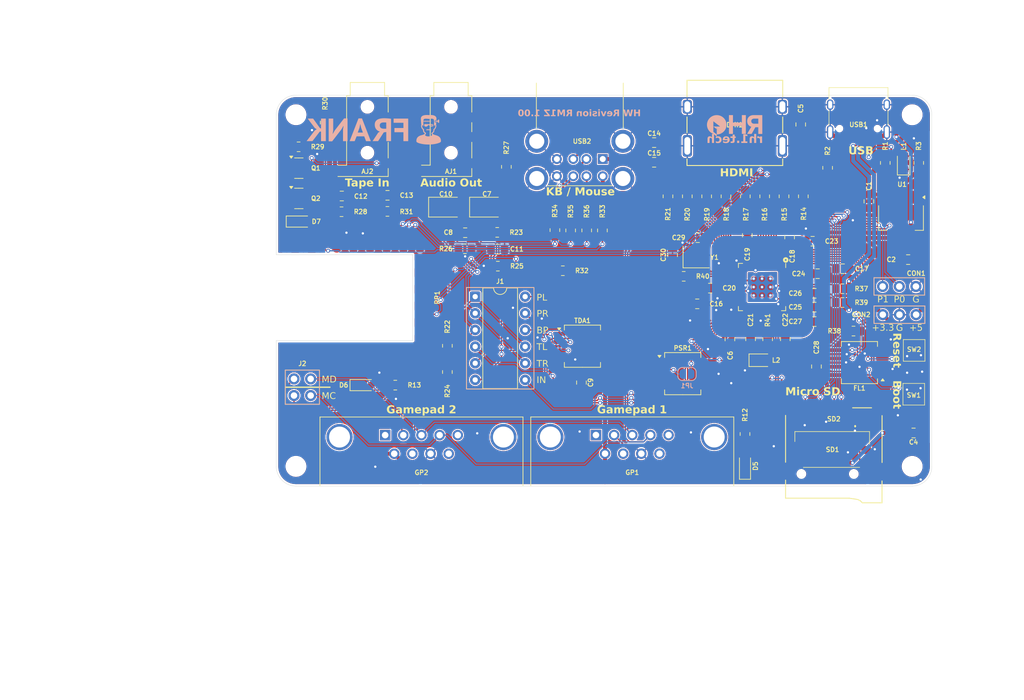
<source format=kicad_pcb>
(kicad_pcb (version 20241229) (generator "pcbnew") (generator_version "9.0")
  (title_block (title "FRANK RM1Z") (date "2025-03-06") (rev "1.00") (company "Mikhail Matveev") (comment 1 "https://github.com/xtremespb/frank"))
  (layers (0 "F.Cu" signal) (2 "B.Cu" signal) (13 "F.Paste" user) (15 "B.Paste" user) (5 "F.SilkS" user "F.Silkscreen") (7 "B.SilkS" user "B.Silkscreen") (1 "F.Mask" user) (3 "B.Mask" user) (25 "Edge.Cuts" user))
  (net 0 "")
  (net 1 "/LOAD_IN_D")
  (net 2 "GND")
  (net 3 "/Audio Out/R")
  (net 4 "/Audio Out/L")
  (net 5 "VBUS")
  (net 6 "+3V3")
  (net 7 "Net-(RP2-VREG_VOUT)")
  (net 8 "Net-(C29-Pad1)")
  (net 9 "/RP2040/XIN")
  (net 10 "/RP2040/QSPI_SD3")
  (net 11 "/RP2040/QSPI_SD2")
  (net 12 "/RP2040/QSPI_SD1")
  (net 13 "/RP2040/QSPI_SCLK")
  (net 14 "/RP2040/QSPI_SS")
  (net 15 "/RP2040/QSPI_SD0")
  (net 16 "Net-(L2-A)")
  (net 17 "/D+")
  (net 18 "Net-(RP2-USB_DP)")
  (net 19 "/RP2040/~{USB_BOOT}")
  (net 20 "/GP1_DATA")
  (net 21 "/GP2_DATA")
  (net 22 "/D-")
  (net 23 "Net-(RP2-USB_DM)")
  (net 24 "/RP2040/XOUT")
  (net 25 "/RP2040/GPIO25")
  (net 30 "Net-(GP1-Pad2)")
  (net 33 "Net-(GP2-Pad2)")
  (net 36 "/A_OUTR")
  (net 37 "/ZGPIO9")
  (net 38 "/ZGPIO29")
  (net 39 "/A_OUTL")
  (net 40 "/A_OUTB")
  (net 41 "/A_TDAR")
  (net 42 "/ZGPIO7")
  (net 43 "/A_TDAL")
  (net 44 "/ZGPIO8")
  (net 45 "/MS_CLK")
  (net 46 "/MS_DATA")
  (net 49 "Net-(C7-Pad1)")
  (net 50 "Net-(C10-Pad1)")
  (net 51 "Net-(C13-Pad2)")
  (net 52 "Net-(USB1-CC1)")
  (net 53 "Net-(USB1-CC2)")
  (net 54 "Net-(USB2-D1+)")
  (net 55 "/USB_D1P")
  (net 56 "/USB_D2P")
  (net 57 "Net-(USB2-D2+)")
  (net 58 "/USB_D1M")
  (net 59 "Net-(USB2-D1-)")
  (net 60 "/USB_D2M")
  (net 61 "Net-(USB2-D2-)")
  (net 62 "/ZGPIO13")
  (net 63 "Net-(D7-K)")
  (net 64 "Net-(D7-A)")
  (net 65 "Net-(L1-A)")
  (net 66 "/ZGPIO0")
  (net 67 "/ZGPIO6")
  (net 68 "/ZGPIO1")
  (net 69 "/ZGPIO26")
  (net 70 "/ZGPIO28")
  (net 71 "/ZGPIO10")
  (net 73 "/ZGPIO27")
  (net 74 "/GPIO23")
  (net 75 "/GPIO24")
  (net 76 "Net-(Q1-B)")
  (net 77 "/GPIO027")
  (net 78 "/SWCLK")
  (net 79 "/SWD")
  (net 80 "/RP2040/RUN")
  (net 81 "/GPIO29")
  (net 82 "/DET")
  (net 83 "/POL")
  (net 84 "/DAT2")
  (net 85 "/DAT1")
  (net 88 "Net-(JP1-A)")
  (net 89 "Net-(TDA1-FLT)")
  (net 90 "/GPIO8")
  (net 91 "/GPIO12")
  (net 92 "/GPIO6")
  (net 93 "/GPIO10")
  (net 94 "/GPIO13")
  (net 95 "/GPIO0")
  (net 96 "/GPIO1")
  (net 97 "/GPIO14")
  (net 98 "/GPIO15")
  (net 99 "/GPIO26")
  (net 100 "/GPIO27")
  (net 101 "/GPIO16")
  (net 102 "/GPIO22")
  (net 103 "/GPIO28")
  (net 104 "/GPIO21")
  (net 105 "/GPIO17")
  (net 106 "/GPIO19")
  (net 107 "/GPIO18")
  (net 108 "/GPIO20")
  (net 109 "/GPIO5")
  (net 110 "/GPIO2")
  (net 111 "/GPIO4")
  (net 112 "/GPIO3")
  (net 113 "Net-(HDMI1-D0P)")
  (net 116 "Net-(HDMI1-CLKN)")
  (net 117 "Net-(HDMI1-D2P)")
  (net 118 "Net-(HDMI1-D1N)")
  (net 120 "Net-(HDMI1-D1P)")
  (net 121 "Net-(HDMI1-D0N)")
  (net 123 "Net-(HDMI1-D2N)")
  (net 125 "Net-(HDMI1-CLKP)")
  (net 126 "/GPIO9")
  (net 127 "/GPIO7")
  (net 128 "/GPIO11")
  (footprint "FRANK:Capacitor (0805)" (layer "F.Cu") (at 204.5375 62.4)
    (property "Reference" "C14")
    (property "Value" "10u")
  )
  (footprint "FRANK:Capacitor (0805)" (layer "F.Cu") (at 224.55 92.3675 -90)
    (property "Reference" "C22")
    (property "Value" "100n")
  )
  (footprint "FRANK:Resistor (0805)" (layer "F.Cu") (at 189.4 75.75 90)
    (property "Reference" "R34")
    (property "Value" "22R")
  )
  (footprint "FRANK:Resistor (0805)" (layer "F.Cu") (at 224.35 70.6 -90)
    (property "Reference" "R15")
    (property "Value" "270R")
  )
  (footprint "FRANK:Mounting Hole (2.7mm)" (layer "F.Cu") (at 243.9 58.15)
    (property "Reference" "H1" (hide yes))
    (property "Value" "Hole 2.7mm")
  )
  (footprint "FRANK:Capacitor (0805)" (layer "F.Cu") (at 207.35 79.5425 90)
    (property "Reference" "C30")
    (property "Value" "15p")
  )
  (footprint "FRANK:Resistor (0805)" (layer "F.Cu") (at 180.7 81.25)
    (property "Reference" "R25")
    (property "Value" "2K")
  )
  (footprint "FRANK:Diode (SOD-323)" (layer "F.Cu") (at 218.4 111.75 90)
    (property "Reference" "D5")
    (property "Value" "3V3")
  )
  (footprint "FRANK:Resistor (0805)" (layer "F.Cu") (at 194.25 75.8 90)
    (property "Reference" "R36")
    (property "Value" "22R")
  )
  (footprint "FRANK:MicroSD (SMD, long)" (layer "F.Cu") (at 231.95 101.65 180)
    (property "Reference" "SD2")
    (property "Value" "104031-0811")
  )
  (footprint "FRANK:Capacitor (0805)" (layer "F.Cu") (at 225.2 76.8375 90)
    (property "Reference" "C18")
    (property "Value" "100n")
  )
  (footprint "FRANK:Capacitor (0805)" (layer "F.Cu") (at 243.2875 80.25)
    (property "Reference" "C2")
    (property "Value" "10u")
  )
  (footprint "FRANK:Resistor (0805)" (layer "F.Cu") (at 190.61 81.95)
    (property "Reference" "R32")
    (property "Value" "100R")
  )
  (footprint "FRANK:SOT-23" (layer "F.Cu") (at 150.3375 66.3)
    (property "Reference" "Q1")
    (property "Value" "BC850")
  )
  (footprint "FRANK:Button (SMD, 3x3mm, 1-1)" (layer "F.Cu") (at 245.795 99.14 -90)
    (property "Reference" "SW1")
    (property "Value" "SW_Push" (hide yes))
  )
  (footprint "FRANK:Mounting Hole (2.7mm)" (layer "F.Cu") (at 243.9 111.8)
    (property "Reference" "H3" (hide yes))
    (property "Value" "Hole 2.7mm")
  )
  (footprint "FRANK:Resistor (0805)" (layer "F.Cu") (at 191.8 75.8 90)
    (property "Reference" "R35")
    (property "Value" "22R")
  )
  (footprint "FRANK:USB Type A (stacked)" (layer "F.Cu") (at 196.7 64.91 -90)
    (property "Reference" "USB2")
    (property "Value" "SS-52100-004")
  )
  (footprint "FRANK:Capacitor (0805)" (layer "F.Cu") (at 229.4875 82.4)
    (property "Reference" "C24")
    (property "Value" "100n")
  )
  (footprint "FRANK:Resistor (0805)" (layer "F.Cu") (at 180.6 76.1 180)
    (property "Reference" "R23")
    (property "Value" "330R")
  )
  (footprint "FRANK:Resistor (0805)" (layer "F.Cu") (at 175.675 78.6 180)
    (property "Reference" "R26")
    (property "Value" "1K")
  )
  (footprint "FRANK:Resistor (0805)" (layer "F.Cu") (at 215.5 70.6 -90)
    (property "Reference" "R18")
    (property "Value" "270R")
  )
  (footprint "FRANK:Resistor (0805)" (layer "F.Cu") (at 231 66.25 90)
    (property "Reference" "R2")
    (property "Value" "5.1K")
  )
  (footprint "FRANK:Diode (SOD-323)" (layer "F.Cu") (at 150.425 74.45)
    (property "Reference" "D7")
    (property "Value" "1N4148")
  )
  (footprint "FRANK:Resistor (0805)" (layer "F.Cu") (at 156.85 72.95)
    (property "Reference" "R28")
    (property "Value" "10K")
  )
  (footprint "FRANK:LED (0805)" (layer "F.Cu") (at 220.875 95.605)
    (property "Reference" "L2")
    (property "Value" "BLUE")
  )
  (footprint "FRANK:Capacitor (3528, tantalum, polar)" (layer "F.Cu") (at 179.025 72.25)
    (property "Reference" "C7")
    (property "Value" "10u")
  )
  (footprint "FRANK:Resistor (0805)" (layer "F.Cu") (at 163.85 72.9 180)
    (property "Reference" "R31")
    (property "Value" "10K")
  )
  (footprint "FRANK:Capacitor (3528, tantalum, polar)" (layer "F.Cu") (at 172.775 72.25)
    (property "Reference" "C10")
    (property "Value" "10u")
  )
  (footprint "FRANK:USB Type C" (layer "F.Cu") (at 235.71 54.015 180)
    (property "Reference" "USB1")
    (property "Value" "USB4215")
  )
  (footprint "FRANK:Capacitor (0805)" (layer "F.Cu") (at 228.9875 87.5)
    (property "Reference" "C25")
    (property "Value" "100n")
  )
  (footprint "FRANK:Mounting Hole (2.7mm)" (layer "F.Cu") (at 149.9 111.8)
    (property "Reference" "H4" (hide yes))
    (property "Value" "Hole 2.7mm")
  )
  (footprint "FRANK:Capacitor (0805)" (layer "F.Cu") (at 237.3 71.3625 -90)
    (property "Reference" "C1")
    (property "Value" "10u")
  )
  (footprint "FRANK:DIP Switch (6x6)" (layer "F.Cu") (at 177.24 85.9)
    (property "Reference" "J1")
    (property "Value" "Pin Header 2x18" (hide yes))
  )
  (footprint "FRANK:D-SUB (9 pin, male, top mount)" (layer "F.Cu") (at 163.505 107.025)
    (property "Reference" "GP2")
    (property "Value" "D-SUB 9 Male")
  )
  (footprint "FRANK:Resistor (0805)" (layer "F.Cu") (at 173 93.4 90)
    (property "Reference" "R22")
    (property "Value" "1K")
  )
  (footprint "FRANK:Capacitor (0805)" (layer "F.Cu") (at 204.5375 65.41)
    (property "Reference" "C15")
    (property "Value" "10u")
  )
  (footprint "FRANK:Capacitor (0805)" (layer "F.Cu") (at 228.7125 77.45)
    (property "Reference" "C23")
    (property "Value" "100n")
  )
  (footprint "FRANK:Resistor (0805)" (layer "F.Cu") (at 173 97.4 -90)
    (property "Reference" "R24")
    (property "Value" "2K")
  )
  (footprint "FRANK:Capacitor (0805)" (layer "F.Cu") (at 193.45 99.0125 -90)
    (property "Reference" "C9")
    (property "Value" "10u")
  )
  (footprint "FRANK:Resistor (0805)" (layer "F.Cu") (at 218.45 70.6 -90)
    (property "Reference" "R17")
    (property "Value" "270R")
  )
  (footprint "FRANK:SOIC-8" (layer "F.Cu") (at 235.85 95.965 180)
    (property "Reference" "FL1")
    (property "Value" "W25Q128JVSIQ")
  )
  (footprint "FRANK:Diode (SOD-323)" (layer "F.Cu") (at 160.155 99.4)
    (property "Reference" "D6")
    (property "Value" "3V3")
  )
  (footprint "FRANK:Jack (3.5mm, PJ-320D)" (layer "F.Cu") (at 160.8 61.7 -90)
    (property "Reference" "AJ2")
    (property "Value" "PJ-320D" (hide yes))
  )
  (footprint "FRANK:Capacitor (0805)" (layer "F.Cu") (at 219.25 92.3675 -90)
    (property "Reference" "C21")
    (property "Value" "100n")
  )
  (footprint "FRANK:Resistor (0805)" (layer "F.Cu") (at 233.25 86.8 180)
    (property "Reference" "R39")
    (property "Value" "27R")
  )
  (footprint "FRANK:Resistor (0805)" (layer "F.Cu") (at 209.05 82.805 180)
    (property "Reference" "R40")
    (property "Value" "1K")
  )
  (footprint "FRANK:Resistor (0805)" (layer "F.Cu") (at 209.6 70.6 -90)
    (property "Reference" "R20")
    (property "Value" "270R")
  )
  (footprint "FRANK:Resistor (0805)" (layer "F.Cu") (at 239.8 65.5 90)
    (property "Reference" "R1")
    (property "Value" "5.1K")
  )
  (footprint "FRANK:Resistor (0805)" (layer "F.Cu") (at 182 66.1 90)
    (property "Reference" "R27")
    (property "Value" "330R")
  )
  (footprint "FRANK:Mounting Hole (2.7mm)" (layer "F.Cu") (at 149.9 58.15)
    (property "Reference" "H2" (hide yes))
    (property "Value" "Hole 2.7mm")
  )
  (footprint "FRANK:Resistor (0805)" (layer "F.Cu") (at 154.35 59.35 90)
    (property "Reference" "R30")
    (property "Value" "10K")
  )
  (footprint "FRANK:Capacitor (0805)" (layer "F.Cu") (at 180.6875 78.65)
    (property "Reference" "C11")
    (property "Value" "10n")
  )
  (footprint "FRANK:Button (SMD, 3x3mm, 1-1)" (layer "F.Cu") (at 242.55 95.755 90)
    (property "Reference" "SW2")
    (property "Value" "SW_Push" (hide yes))
  )
  (footprint "FRANK:Resistor (0805)" (layer "F.Cu") (at 221.85 92.405 90)
    (property "Reference" "R41")
    (property "Value" "1K")
  )
  (footprint "FRANK:Resistor (0805)" (layer "F.Cu") (at 212.55 70.6 -90)
    (property "Reference" "R19")
    (property "Value" "270R")
  )
  (footprint "FRANK:Resistor (0805)" (layer "F.Cu") (at 244.9 65.5 -90)
    (property "Reference" "R3")
    (property "Value" "1K")
  )
  (footprint "FRANK:Resistor (0805)" (layer "F.Cu") (at 196.65 75.8 90)
    (property "Reference" "R33")
    (property "Value" "22R")
  )
  (footprint "FRANK:Capacitor (0805)" (layer "F.Cu") (at 229.3 96.5625 90)
    (property "Reference" "C28")
    (property "Value" "100n")
  )
  (footprint "FRANK:Capacitor (0805)" (layer "F.Cu") (at 163.8625 70.45 180)
    (property "Reference" "C13")
    (property "Value" "100n")
  )
  (footprint "FRANK:Resistor (0805)" (layer "F.Cu") (at 233.25 84.7 180)
    (property "Reference" "R37")
    (property "Value" "27R")
  )
  (footprint "FRANK:Capacitor (0805)" (layer "F.Cu") (at 228.9875 89.7)
    (property "Reference" "C27")
    (property "Value" "1u")
  )
  (footprint "FRANK:Capacitor (0805)" (layer "F.Cu") (at 218.75 76.5425 90)
    (property "Reference" "C19")
    (property "Value" "100n")
  )
  (footprint "FRANK:Capacitor (0805)" (layer "F.Cu") (at 211.1875 76.905 180)
    (property "Reference" "C29")
    (property "Value" "15p")
  )
  (footprint "FRANK:QFN 56" (layer "F.Cu") (at 221 84.4375 -90)
    (property "Reference" "RP2" (hide yes))
    (property "Value" "RP2040")
  )
  (footprint "FRANK:Capacitor (0805)" (layer "F.Cu") (at 226.9 59.6375 90)
    (property "Reference" "C5")
    (property "Value" "100n")
  )
  (footprint "FRANK:Capacitor (0805)" (layer "F.Cu") (at 233.3125 81.65)
    (property "Reference" "C17")
    (property "Value" "100n")
  )
  (footprint "FRANK:Raspberry Pi Zero (on board)" (layer "F.Cu") (at 158.66 86.05 90)
    (property "Reference" "RP1" (hide yes))
    (property "Value" "RP2040-Zero" (hide yes))
  )
  (footprint "FRANK:Resistor (0805)" (layer "F.Cu") (at 221.4 70.6 -90)
    (property "Reference" "R16")
    (property "Value" "270R")
  )
  (footprint "FRANK:D-SUB (9 pin, male, top mount)" (layer "F.Cu") (at 195.66 107.015)
    (property "Reference" "GP1")
    (property "Value" "D-SUB 9 Male")
  )
  (footprint "FRANK:SOT-223" (layer "F.Cu") (at 242.2 73.875 -90)
    (property "Reference" "U1")
    (property "Value" "NCP1117 3.3")
  )
  (footprint "FRANK:SOIC-8" (layer "F.Cu") (at 208.9 97.655)
    (property "Reference" "PSR1")
    (property "Value" "ESP-PSRAM32")
  )
  (footprint "FRANK:Capacitor (0805)" (layer "F.Cu") (at 244.1125 106.7 180)
    (property "Reference" "C4")
    (property "Value" "100n")
  )
  (footprint "FRANK:Capacitor (0805)" (layer "F.Cu") (at 213.0875 84.605 180)
    (property "Reference" "C20")
    (property "Value" "100n")
  )
  (footprint "FRANK:Pin Header (1x03)" (layer "F.Cu") (at 244.475 84.35 -90)
    (property "Reference" "CON1")
    (property "Value" "Pin Header 1x03")
  )
  (footprint "FRANK:Capacitor (0805)" (layer "F.Cu") (at 211.1125 87.005 180)
    (property "Reference" "C16")
    (property "Value" "100n")
  )
  (footprint "FRANK:HDMI (female)" (layer "F.Cu") (at 216.85 62.9 180)
    (property "Reference" "HDMI1")
    (property "Value" "DC3RX19JA2")
  )
  (footprint "FRANK:Capacitor (0805)" (layer "F.Cu") (at 228.9875 85.4)
    (property "Reference" "C26")
    (property "Value" "1u")
  )
  (footprint "FRANK:Jack (3.5mm, PJ-320D)" (layer "F.Cu") (at 173.55 61.7 -90)
    (property "Reference" "AJ1")
    (property "Value" "PJ-320D" (hide yes))
  )
  (footprint "FRANK:Crystal (3225)" (layer "F.Cu") (at 210.95 79.855)
    (property "Reference" "Y1")
    (property "Value" "12 MHz")
  )
  (footprint "FRANK:Resistor (0805)" (layer "F.Cu") (at 165.05 99.4)
    (property "Reference" "R13")
    (property "Value" "1K")
  )
  (footprint "FRANK:Capacitor (0805)" (layer "F.Cu") (at 216.1 92.3875 -90)
    (property "Reference" "C6")
    (property "Value" "100n")
  )
  (footprint "FRANK:Capacitor (0805)" (layer "F.Cu") (at 175.7125 76.15 180)
    (property "Reference" "C8")
    (property "Value" "10n")
  )
  (footprint "FRANK:Resistor (0805)" (layer "F.Cu") (at 234.95 91.15)
    (property "Reference" "R38")
    (property "Value" "1K")
  )
  (footprint "FRANK:LED (0805)" (layer "F.Cu") (at 242.6 65.475 90)
    (property "Reference" "L1")
    (property "Value" "Green")
  )
  (footprint "FRANK:Capacitor (0805)" (layer "F.Cu") (at 156.8875 70.55)
    (property "Reference" "C12")
    (property "Value" "100n")
  )
  (footprint "FRANK:Resistor (0805)" (layer "F.Cu") (at 206.65 70.6 -90)
    (property "Reference" "R21")
    (property "Value" "270R")
  )
  (footprint "FRANK:SOT-23" (layer "F.Cu") (at 150.3375 70.925)
    (property "Reference" "Q2")
    (property "Value" "BC850")
  )
  (footprint "FRANK:Resistor (0805)" (layer "F.Cu") (at 218.4 106.855 90)
    (property "Reference" "R12")
    (property "Value" "1K")
  )
  (footprint "FRANK:Pin Header (1x03)" (layer "F.Cu") (at 239.42 88.65 90)
    (property "Reference" "CON2")
    (property "Value" "Pin Header 1x03")
  )
  (footprint "FRANK:Resistor (0805)" (layer "F.Cu") (at 227.3 70.6 -90)
    (property "Reference" "R14")
    (property "Value" "270R")
  )
  (footprint "FRANK:SOIC-8" (layer "F.Cu") (at 193.6 93.465)
    (property "Reference" "TDA1")
    (property "Value" "TDA1387T")
  )
  (footprint "FRANK:Resistor (0805)" (layer "F.Cu") (at 150.3 63.05)
    (property "Reference" "R29")
    (property "Value" "1K")
  )
  (footprint "FRANK:MicroSD (SMD, short)" (layer "F.Cu") (at 231.7 109.24)
    (property "Reference" "SD1")
    (property "Value" "0475710001" (hide yes))
  )
  (footprint "FRANK:Pin Header (2x02)" (layer "F.Cu") (at 149.6 98.45)
    (property "Reference" "J2")
    (property "Value" "Pin Header 2x18" (hide yes))
  )
  (footprint "FRANK:Jumper (solder)" (layer "B.Cu") (at 209.55 97.7)
    (property "Reference" "JP1")
    (property "Value" "Jumper (Solder)")
  )
  (gr_line (start 148.315 99.72) (end 155.085 99.72) (stroke (width 0.2)) (layer "F.SilkS"))
  (gr_poly (pts (xy 163.266712 58.687358) (xy 163.201899 58.689518) (xy 163.137459 58.693042) (xy 163.073328 58.697869) (xy 163.009446 58.703935) (xy 162.945749 58.711181) (xy 162.882177 58.719542) (xy 162.818667 58.728957) (xy 162.756138 58.741628) (xy 162.69547 58.755912) (xy 162.636538 58.771931) (xy 162.579219 58.789811) (xy 162.523388 58.809676) (xy 162.468921 58.831649) (xy 162.44216 58.843464) (xy 162.415694 58.855854) (xy 162.389507 58.868832) (xy 162.363584 58.882415) (xy 162.339088 58.896557) (xy 162.315204 58.91121) (xy 162.291925 58.92639) (xy 162.269243 58.942112) (xy 162.24715 58.958393) (xy 162.225638 58.975247) (xy 162.2047 58.99269) (xy 162.184328 59.010738) (xy 162.164514 59.029407) (xy 162.14525 59.04871) (xy 162.126529 59.068665) (xy 162.108343 59.089287) (xy 162.090684 59.11059) (xy 162.073544 59.132591) (xy 162.056916 59.155306) (xy 162.040791 59.178749) (xy 162.026344 59.202933) (xy 162.012772 59.227862) (xy 162.000084 59.253535) (xy 161.988288 59.279952) (xy 161.977391 59.307113) (xy 161.9674 59.335018) (xy 161.958325 59.363668) (xy 161.950171 59.393061) (xy 161.942948 59.423199) (xy 161.936663 59.454081) (xy 161.931324 59.485707) (xy 161.926938 59.518077) (xy 161.923513 59.551191) (xy 161.921057 59.58505) (xy 161.919578 59.619652) (xy 161.919083 59.654999) (xy 161.91989 59.707027) (xy 161.922318 59.757938) (xy 161.926373 59.807734) (xy 161.932064 59.856413) (xy 161.939398 59.903976) (xy 161.948383 59.950423) (xy 161.959028 59.995753) (xy 161.971338 60.039968) (xy 161.985323 60.083066) (xy 162.00099 60.125048) (xy 162.018347 60.165913) (xy 162.037401 60.205663) (xy 162.058161 60.244296) (xy 162.080634 60.281813) (xy 162.104827 60.318214) (xy 162.13075 60.353499) (xy 162.157226 60.386611) (xy 162.185051 60.418466) (xy 162.21421 60.449051) (xy 162.244686 60.478349) (xy 162.276464 60.506345) (xy 162.309529 60.533023) (xy 162.343866 60.558367) (xy 162.379458 60.582363) (xy 162.41629 60.604995) (xy 162.454347 60.626247) (xy 162.493614 60.646104) (xy 162.534074 60.66455) (xy 162.575712 60.681569) (xy 162.618513 60.697147) (xy 162.662461 60.711268) (xy 162.707541 60.723915) (xy 162.448249 60.877374) (xy 161.585707 62.179124) (xy 162.432374 62.179124) (xy 163.289624 60.845624) (xy 163.675916 60.787416) (xy 163.675916 62.179124) (xy 164.406166 62.179124) (xy 164.406166 59.34279) (xy 163.670625 59.34279) (xy 163.670625 60.289999) (xy 163.358417 60.289999) (xy 163.320218 60.289563) (xy 163.283011 60.288252) (xy 163.246796 60.286057) (xy 163.211573 60.282971) (xy 163.177343 60.278985) (xy 163.144104 60.274093) (xy 163.111858 60.268286) (xy 163.080604 60.261556) (xy 163.050342 60.253896) (xy 163.021073 60.245299) (xy 162.992795 60.235755) (xy 162.96551 60.225259) (xy 162.939217 60.213801) (xy 162.913916 60.201374) (xy 162.889608 60.18797) (xy 162.866291 60.173582) (xy 162.855067 60.16597) (xy 162.844214 60.158018) (xy 162.833731 60.149727) (xy 162.823617 60.141098) (xy 162.813871 60.132132) (xy 162.804493 60.122829) (xy 162.795481 60.113192) (xy 162.786834 60.103219) (xy 162.778551 60.092914) (xy 162.770632 60.082276) (xy 162.763075 60.071307) (xy 162.75588 60.060008) (xy 162.749045 60.048379) (xy 162.742569 60.036421) (xy 162.736452 60.024136) (xy 162.730693 60.011525) (xy 162.72529 59.998588) (xy 162.720242 59.985326) (xy 162.71555 59.971741) (xy 162.711211 59.957833) (xy 162.70359 59.929053) (xy 162.697372 59.898994) (xy 162.692549 59.867664) (xy 162.689114 59.83507) (xy 162.687058 59.801221) (xy 162.686375 59.766124) (xy 162.686994 59.739708) (xy 162.688845 59.714044) (xy 162.691921 59.68914) (xy 162.696214 59.665003) (xy 162.701716 59.641642) (xy 162.70842 59.619063) (xy 162.716317 59.597275) (xy 162.725401 59.576285) (xy 162.735663 59.556102) (xy 162.747095 59.536732) (xy 162.75969 59.518184) (xy 162.773439 59.500466) (xy 162.788336 59.483584) (xy 162.804373 59.467548) (xy 162.821541 59.452364) (xy 162.839833 59.43804) (xy 162.860173 59.424584) (xy 162.881505 59.411996) (xy 162.903829 59.400275) (xy 162.927146 59.389423) (xy 162.951454 59.379439) (xy 162.976755 59.370324) (xy 163.003048 59.362076) (xy 163.030333 59.354697) (xy 163.05861 59.348186) (xy 163.08788 59.342543) (xy 163.118142 59.337768) (xy 163.149395 59.333861) (xy 163.181642 59.330822) (xy 163.21488 59.328652) (xy 163.24911 59.32735) (xy 163.284333 59.326916) (xy 163.501292 59.326916) (xy 163.526582 59.327164) (xy 163.550818 59.327908) (xy 163.573938 59.329148) (xy 163.59588 59.330884) (xy 163.616582 59.333117) (xy 163.635981 59.335845) (xy 163.654016 59.33907) (xy 163.670625 59.34279) (xy 164.406166 59.34279) (xy 164.406166 58.771291) (xy 164.400874 58.771291) (xy 164.340268 58.762526) (xy 164.277182 58.75277) (xy 164.211119 58.743013) (xy 164.176816 58.738445) (xy 164.141583 58.734249) (xy 164.070973 58.726394) (xy 164.001354 58.719035) (xy 163.931736 58.712669) (xy 163.896616 58.710013) (xy 163.861125 58.707791) (xy 163.580667 58.691916) (xy 163.547191 58.690169) (xy 163.514273 58.688856) (xy 163.450359 58.687285) (xy 163.389422 58.686707) (xy 163.331958 58.686624)) (stroke (width -0.000001)) (fill yes) (layer "B.SilkS"))
  (gr_poly (pts (xy 171.169774 59.020168) (xy 171.165408 59.020669) (xy 171.161114 59.021494) (xy 171.156896 59.022634) (xy 171.152759 59.024081) (xy 171.148709 59.025824) (xy 171.14475 59.027856) (xy 171.140887 59.030169) (xy 171.137124 59.032753) (xy 171.133467 59.035599) (xy 171.129921 59.038699) (xy 171.126489 59.042044) (xy 171.119992 59.049435) (xy 171.114015 59.057702) (xy 171.108595 59.066775) (xy 171.103773 59.076585) (xy 171.099585 59.087061) (xy 171.096073 59.098134) (xy 171.093273 59.109734) (xy 171.091225 59.121791) (xy 171.089968 59.134236) (xy 171.089541 59.146999) (xy 171.089649 59.153416) (xy 171.089968 59.159762) (xy 171.090496 59.166028) (xy 171.091225 59.172207) (xy 171.092153 59.178288) (xy 171.093273 59.184264) (xy 171.094581 59.190126) (xy 171.096073 59.195864) (xy 171.097742 59.201471) (xy 171.099585 59.206937) (xy 171.101597 59.212254) (xy 171.103773 59.217413) (xy 171.106107 59.222406) (xy 171.108595 59.227223) (xy 171.111233 59.231856) (xy 171.114015 59.236296) (xy 171.116936 59.240534) (xy 171.119992 59.244563) (xy 171.123178 59.248372) (xy 171.126489 59.251954) (xy 171.129921 59.255299) (xy 171.133467 59.258399) (xy 171.137124 59.261245) (xy 171.140887 59.263829) (xy 171.14475 59.266141) (xy 171.148709 59.268174) (xy 171.152759 59.269917) (xy 171.156896 59.271363) (xy 171.161114 59.272503) (xy 171.165408 59.273328) (xy 171.169774 59.27383) (xy 171.174207 59.273999) (xy 171.205957 59.273999) (xy 171.205957 59.019999) (xy 171.174207 59.019999)) (stroke (width -0.000001)) (fill yes) (layer "B.SilkS"))
  (gr_poly (pts (xy 169.535807 59.58721) (xy 169.523006 59.590136) (xy 169.511267 59.594862) (xy 169.500594 59.601266) (xy 169.490991 59.609223) (xy 169.482461 59.618612) (xy 169.475008 59.629309) (xy 169.468637 59.641191) (xy 169.463351 59.654135) (xy 169.459155 59.668017) (xy 169.456051 59.682716) (xy 169.454044 59.698107) (xy 169.453138 59.714068) (xy 169.453336 59.730476) (xy 169.454643 59.747208) (xy 169.457062 59.764139) (xy 169.460597 59.781149) (xy 169.465253 59.798113) (xy 169.471032 59.814908) (xy 169.477939 59.831412) (xy 169.485978 59.847501) (xy 169.495152 59.863052) (xy 169.505466 59.877942) (xy 169.516924 59.892049) (xy 169.529528 59.905249) (xy 169.543284 59.917418) (xy 169.558195 59.928435) (xy 169.574264 59.938175) (xy 169.591496 59.946517) (xy 169.609895 59.953336) (xy 169.629464 59.95851) (xy 169.650208 59.961915) (xy 169.681867 59.965047) (xy 169.711429 59.966569) (xy 169.738999 59.966575) (xy 169.764681 59.965161) (xy 169.788581 59.962421) (xy 169.810802 59.958451) (xy 169.83145 59.953345) (xy 169.850629 59.947198) (xy 169.868444 59.940106) (xy 169.884999 59.932163) (xy 169.9004 59.923464) (xy 169.91475 59.914104) (xy 169.928154 59.904179) (xy 169.940717 59.893783) (xy 169.952544 59.88301) (xy 169.963739 59.871957) (xy 169.984652 59.849388) (xy 170.004294 59.826833) (xy 170.023503 59.805054) (xy 170.043114 59.78481) (xy 170.053332 59.775501) (xy 170.063965 59.76686) (xy 170.075118 59.758983) (xy 170.086894 59.751965) (xy 170.099399 59.745899) (xy 170.112738 59.740883) (xy 170.127014 59.737009) (xy 170.142333 59.734374) (xy 170.157621 59.736979) (xy 170.171811 59.740766) (xy 170.185013 59.745646) (xy 170.197337 59.75153) (xy 170.208893 59.758329) (xy 170.219793 59.765953) (xy 170.230146 59.774314) (xy 170.240063 59.783322) (xy 170.259031 59.802923) (xy 170.27758 59.824043) (xy 170.296594 59.845969) (xy 170.316958 59.867988) (xy 170.339553 59.889388) (xy 170.351964 59.899632) (xy 170.365265 59.909453) (xy 170.379565 59.918764) (xy 170.394976 59.927473) (xy 170.411608 59.935493) (xy 170.429571 59.942733) (xy 170.448976 59.949105) (xy 170.469933 59.95452) (xy 170.492552 59.958889) (xy 170.516945 59.962122) (xy 170.543222 59.96413) (xy 170.571492 59.964825) (xy 170.601867 59.964116) (xy 170.634458 59.961915) (xy 170.655201 59.958975) (xy 170.67477 59.954208) (xy 170.693169 59.947739) (xy 170.710401 59.939695) (xy 170.726471 59.930201) (xy 170.741381 59.919383) (xy 170.755137 59.907368) (xy 170.767741 59.894281) (xy 170.779199 59.880249) (xy 170.789513 59.865397) (xy 170.798687 59.849851) (xy 170.806726 59.833737) (xy 170.813633 59.817182) (xy 170.819413 59.80031) (xy 170.824068 59.783249) (xy 170.827603 59.766124) (xy 170.830023 59.749061) (xy 170.831329 59.732185) (xy 170.831528 59.715624) (xy 170.830621 59.699503) (xy 170.828614 59.683947) (xy 170.828094 59.681457) (xy 170.734999 59.681457) (xy 170.734193 59.688506) (xy 170.732836 59.696596) (xy 170.730534 59.707089) (xy 170.727054 59.719504) (xy 170.722163 59.733361) (xy 170.715628 59.748179) (xy 170.711672 59.755799) (xy 170.707218 59.763478) (xy 170.702237 59.771158) (xy 170.696699 59.778777) (xy 170.690576 59.786276) (xy 170.68384 59.793595) (xy 170.676459 59.800674) (xy 170.668406 59.807452) (xy 170.659652 59.81387) (xy 170.650167 59.819868) (xy 170.639923 59.825384) (xy 170.628889 59.83036) (xy 170.617038 59.834736) (xy 170.604341 59.83845) (xy 170.590767 59.841444) (xy 170.576288 59.843657) (xy 170.560875 59.845028) (xy 170.544499 59.845499) (xy 170.527627 59.845028) (xy 170.51172 59.843657) (xy 170.496748 59.841444) (xy 170.482684 59.83845) (xy 170.4695 59.834736) (xy 170.457167 59.83036) (xy 170.445658 59.825384) (xy 170.434945 59.819867) (xy 170.424999 59.81387) (xy 170.415793 59.807452) (xy 170.407297 59.800674) (xy 170.399485 59.793595) (xy 170.392327 59.786276) (xy 170.385797 59.778777) (xy 170.379865 59.771158) (xy 170.374504 59.763478) (xy 170.369686 59.755799) (xy 170.365382 59.748179) (xy 170.361565 59.74068) (xy 170.358206 59.733361) (xy 170.35275 59.719504) (xy 170.34879 59.707089) (xy 170.346102 59.696596) (xy 170.34446 59.688506) (xy 170.343416 59.681457) (xy 170.475708 59.681457) (xy 170.473733 59.685426) (xy 170.471821 59.689395) (xy 170.470033 59.693364) (xy 170.469205 59.695348) (xy 170.468431 59.697332) (xy 170.46772 59.699317) (xy 170.467077 59.701301) (xy 170.466513 59.703285) (xy 170.466034 59.70527) (xy 170.465647 59.707254) (xy 170.465362 59.709238) (xy 170.465185 59.711223) (xy 170.465124 59.713207) (xy 170.465216 59.716664) (xy 170.46549 59.720084) (xy 170.465939 59.723464) (xy 170.466561 59.726798) (xy 170.467349 59.730082) (xy 170.468298 59.733311) (xy 170.469405 59.736479) (xy 170.470664 59.739583) (xy 170.47207 59.742617) (xy 170.473618 59.745576) (xy 170.475305 59.748456) (xy 170.477123 59.751251) (xy 170.47907 59.753958) (xy 170.48114 59.75657) (xy 170.483328 59.759084) (xy 170.485629 59.761494) (xy 170.488039 59.763795) (xy 170.490553 59.765983) (xy 170.493165 59.768053) (xy 170.495872 59.77) (xy 170.498667 59.771818) (xy 170.501547 59.773505) (xy 170.504506 59.775053) (xy 170.50754 59.776459) (xy 170.510644 59.777718) (xy 170.513812 59.778825) (xy 170.517041 59.779774) (xy 170.520325 59.780562) (xy 170.523659 59.781183) (xy 170.527039 59.781633) (xy 170.53046 59.781907) (xy 170.533916 59.781999) (xy 170.537372 59.781907) (xy 170.540793 59.781633) (xy 170.544173 59.781183) (xy 170.547507 59.780562) (xy 170.550791 59.779774) (xy 170.554019 59.778825) (xy 170.557188 59.777718) (xy 170.560292 59.776459) (xy 170.563325 59.775053) (xy 170.566285 59.773505) (xy 170.569165 59.771818) (xy 170.57196 59.77) (xy 170.574666 59.768053) (xy 170.577279 59.765983) (xy 170.579792 59.763795) (xy 170.582202 59.761494) (xy 170.584504 59.759084) (xy 170.586692 59.75657) (xy 170.588761 59.753958) (xy 170.590708 59.751251) (xy 170.592527 59.748456) (xy 170.594213 59.745576) (xy 170.595762 59.742617) (xy 170.597168 59.739583) (xy 170.598427 59.736479) (xy 170.599533 59.733311) (xy 170.600483 59.730082) (xy 170.601271 59.726798) (xy 170.601892 59.723464) (xy 170.602342 59.720084) (xy 170.602615 59.716664) (xy 170.602707 59.713207) (xy 170.602647 59.711223) (xy 170.60247 59.709239) (xy 170.602184 59.707254) (xy 170.601798 59.70527) (xy 170.601319 59.703286) (xy 170.600754 59.701301) (xy 170.600112 59.699317) (xy 170.5994 59.697332) (xy 170.598626 59.695348) (xy 170.597798 59.693364) (xy 170.59601 59.689395) (xy 170.594098 59.685426) (xy 170.592124 59.681457) (xy 170.734999 59.681457) (xy 170.828094 59.681457) (xy 170.825511 59.669083) (xy 170.821314 59.655037) (xy 170.816028 59.641935) (xy 170.809657 59.629903) (xy 170.802204 59.619066) (xy 170.793675 59.60955) (xy 170.784071 59.601483) (xy 170.773398 59.594989) (xy 170.761659 59.590194) (xy 170.748858 59.587225) (xy 170.734999 59.586207) (xy 170.158207 59.586207) (xy 170.126458 59.586207) (xy 169.549666 59.586207)) (stroke (width -0.000001)) (fill yes) (layer "B.SilkS"))
  (gr_poly (pts (xy 214.016738 58.21321) (xy 213.943516 58.218017) (xy 213.870888 58.226406) (xy 213.798976 58.238328) (xy 213.727903 58.253734) (xy 213.657792 58.272574) (xy 213.588765 58.294798) (xy 213.520947 58.320357) (xy 213.454458 58.3492) (xy 213.389423 58.381277) (xy 213.325964 58.41654) (xy 213.264204 58.454938) (xy 213.204266 58.496422) (xy 213.146273 58.540941) (xy 213.090347 58.588446) (xy 213.036611 58.638888) (xy 212.985448 58.691936) (xy 212.937191 58.747215) (xy 212.891891 58.804601) (xy 212.849601 58.863973) (xy 212.810372 58.925208) (xy 212.774254 58.988184) (xy 212.7413 59.052778) (xy 212.71156 59.11887) (xy 212.685087 59.186336) (xy 212.661932 59.255055) (xy 212.642145 59.324904) (xy 212.625779 59.395761) (xy 212.612885 59.467503) (xy 212.603514 59.540009) (xy 212.597718 59.613157) (xy 212.595548 59.686824) (xy 212.598075 59.771746) (xy 212.605466 59.855874) (xy 212.617631 59.939021) (xy 212.634479 60.021005) (xy 212.655917 60.10164) (xy 212.681855 60.180741) (xy 212.712201 60.258124) (xy 212.746864 60.333604) (xy 212.785754 60.406995) (xy 212.828777 60.478114) (xy 212.875844 60.546776) (xy 212.926864 60.612796) (xy 212.981743 60.675989) (xy 213.040393 60.73617) (xy 213.10272 60.793155) (xy 213.168635 60.846758) (xy 213.215016 60.881189) (xy 213.26264 60.913764) (xy 213.311452 60.94445) (xy 213.361393 60.973219) (xy 213.412409 61.000037) (xy 213.464441 61.024874) (xy 213.517434 61.047698) (xy 213.57133 61.068479) (xy 213.638534 61.121396) (xy 214.088325 61.470117) (xy 214.088325 61.159496) (xy 214.088325 61.158437) (xy 213.791463 60.928778) (xy 213.638534 60.809716) (xy 213.57133 60.756799) (xy 213.57133 59.151838) (xy 214.088325 59.552417) (xy 214.530707 59.895846) (xy 214.606378 59.954583) (xy 214.088324 59.954583) (xy 214.975735 60.642499) (xy 215.018598 60.675837) (xy 214.975735 60.643029) (xy 214.906415 60.590112) (xy 214.088324 59.955112) (xy 214.088324 60.353571) (xy 214.854558 60.948354) (xy 214.868258 60.940409) (xy 214.881611 60.932414) (xy 214.894667 60.924319) (xy 214.907474 60.916076) (xy 214.935529 60.897631) (xy 214.963148 60.878563) (xy 214.990321 60.85888) (xy 215.017038 60.838589) (xy 215.043289 60.817698) (xy 215.069063 60.796215) (xy 215.09435 60.774148) (xy 215.119141 60.751506) (xy 215.119141 60.751504) (xy 215.143975 60.727667) (xy 215.168226 60.703283) (xy 215.191886 60.678363) (xy 215.214946 60.652919) (xy 215.237398 60.626962) (xy 215.259234 60.600503) (xy 215.280445 60.573554) (xy 215.301024 60.546126) (xy 215.320961 60.51823) (xy 215.340249 60.489878) (xy 215.35888 60.461081) (xy 215.376845 60.43185) (xy 215.394136 60.402196) (xy 215.410745 60.372131) (xy 215.426663 60.341667) (xy 215.441883 60.310814) (xy 215.458835 60.273945) (xy 215.47473 60.236668) (xy 215.489561 60.199006) (xy 215.503323 60.160981) (xy 215.516011 60.122617) (xy 215.52762 60.083935) (xy 215.538145 60.04496) (xy 215.547581 60.005713) (xy 215.555922 59.966218) (xy 215.563162 59.926497) (xy 215.569298 59.886573) (xy 215.574324 59.846469) (xy 215.578234 59.806207) (xy 215.581024 59.765811) (xy 215.582688 59.725304) (xy 215.583221 59.684707) (xy 215.580952 59.611178) (xy 215.575071 59.53817) (xy 215.565629 59.465806) (xy 215.552678 59.394206) (xy 215.536268 59.323493) (xy 215.51645 59.253788) (xy 215.493277 59.185212) (xy 215.466799 59.117886) (xy 215.437067 59.051933) (xy 215.404134 58.987473) (xy 215.368048 58.924629) (xy 215.328864 58.863521) (xy 215.28663 58.804271) (xy 215.241399 58.747001) (xy 215.193222 58.691831) (xy 215.14215 58.638884) (xy 215.088515 58.588535) (xy 215.032697 58.541111) (xy 214.974819 58.496661) (xy 214.915002 58.455235) (xy 214.853368 58.416882) (xy 214.79004 58.381653) (xy 214.72514 58.349596) (xy 214.65879 58.320762) (xy 214.591112 58.295199) (xy 214.522228 58.272958) (xy 214.45226 58.254088) (xy 214.381331 58.238638) (xy 214.309563 58.226659) (xy 214.237077 58.218199) (xy 214.163996 58.213309) (xy 214.090443 58.212037) (xy 214.09043 58.212037)) (stroke (width -0.000001)) (fill yes) (layer "B.SilkS"))
  (gr_poly (pts (xy 153.722293 60.252957) (xy 153.547667 60.178874) (xy 152.515791 58.739541) (xy 151.684999 58.739541) (xy 152.775083 60.178874) (xy 153.060832 60.364082) (xy 152.764499 60.559874) (xy 151.515665 62.179124) (xy 152.415248 62.179124) (xy 153.531792 60.723915) (xy 153.722293 60.723915) (xy 153.722293 62.179124) (xy 154.452542 62.179124) (xy 154.452542 58.739541) (xy 153.722293 58.739541)) (stroke (width -0.000001)) (fill yes) (layer "B.SilkS"))
  (gr_poly (pts (xy 214.090443 60.354104) (xy 214.090443 59.952996) (xy 213.573447 59.952996)) (stroke (width -0.000001)) (fill yes) (layer "B.SilkS"))
  (gr_poly (pts (xy 170.344936 58.193708) (xy 170.246777 58.1978) (xy 170.142332 58.205082) (xy 170.037887 58.1978) (xy 169.939728 58.193708) (xy 169.84766 58.192647) (xy 169.761487 58.194457) (xy 169.681016 58.198981) (xy 169.606051 58.206059) (xy 169.536398 58.215531) (xy 169.471861 58.227241) (xy 169.412247 58.241027) (xy 169.357361 58.256732) (xy 169.307007 58.274197) (xy 169.260991 58.293263) (xy 169.219118 58.31377) (xy 169.181193 58.33556) (xy 169.147022 58.358474) (xy 169.11641 58.382353) (xy 169.089162 58.407038) (xy 169.065084 58.43237) (xy 169.04398 58.458191) (xy 169.025656 58.484341) (xy 169.009917 58.510662) (xy 168.996569 58.536994) (xy 168.985416 58.56318) (xy 168.976264 58.589058) (xy 168.968918 58.614472) (xy 168.963183 58.639262) (xy 168.955769 58.686334) (xy 168.952463 58.729003) (xy 168.951707 58.765999) (xy 168.953785 58.843368) (xy 168.959397 58.953357) (xy 168.977504 59.229019) (xy 168.998588 59.508651) (xy 169.015207 59.707915) (xy 169.009915 59.718498) (xy 169.006071 59.724634) (xy 169.002474 59.731118) (xy 168.999125 59.737927) (xy 168.996025 59.745039) (xy 168.993172 59.752431) (xy 168.990568 59.760077) (xy 168.988211 59.767957) (xy 168.986103 59.776045) (xy 168.984242 59.78432) (xy 168.98263 59.792758) (xy 168.981266 59.801335) (xy 168.98015 59.810028) (xy 168.979281 59.818814) (xy 168.978661 59.82767) (xy 168.978289 59.836573) (xy 168.978165 59.845498) (xy 168.978424 59.861632) (xy 168.97924 59.878323) (xy 168.980677 59.895635) (xy 168.982795 59.913629) (xy 168.985658 59.932367) (xy 168.989327 59.951911) (xy 168.993865 59.972323) (xy 168.999332 59.993665) (xy 169.011238 60.03388) (xy 169.023145 60.071304) (xy 169.035051 60.106123) (xy 169.046957 60.138524) (xy 169.058864 60.168693) (xy 169.07077 60.196815) (xy 169.082676 60.223077) (xy 169.094582 60.247665) (xy 169.10153 60.259385) (xy 169.108494 60.270733) (xy 169.115488 60.28171) (xy 169.122529 60.292314) (xy 169.129632 60.302546) (xy 169.136812 60.312405) (xy 169.144086 60.321893) (xy 169.151468 60.331009) (xy 169.158974 60.339753) (xy 169.166619 60.348124) (xy 169.17442 60.356124) (xy 169.182391 60.363751) (xy 169.190548 60.371006) (xy 169.198907 60.37789) (xy 169.207483 60.384401) (xy 169.216291 60.39054) (xy 169.228197 60.398395) (xy 169.23415 60.402167) (xy 169.240103 60.405754) (xy 169.246056 60.409092) (xy 169.249033 60.410649) (xy 169.252009 60.41212) (xy 169.254986 60.413499) (xy 169.257963 60.414776) (xy 169.260939 60.415946) (xy 169.263916 60.416998) (xy 169.267967 60.467517) (xy 169.270148 60.491878) (xy 169.272515 60.515556) (xy 169.27513 60.53849) (xy 169.278055 60.560618) (xy 169.281351 60.581877) (xy 169.285082 60.602207) (xy 169.291036 60.62727) (xy 169.296989 60.650907) (xy 169.302942 60.673179) (xy 169.308895 60.694149) (xy 169.314848 60.713879) (xy 169.320802 60.732431) (xy 169.326755 60.749867) (xy 169.332708 60.766248) (xy 169.338962 60.780763) (xy 169.345782 60.794557) (xy 169.353113 60.807653) (xy 169.360902 60.820075) (xy 169.369094 60.831845) (xy 169.377635 60.842988) (xy 169.38647 60.853526) (xy 169.395546 60.863483) (xy 169.404808 60.872881) (xy 169.414201 60.881745) (xy 169.423672 60.890097) (xy 169.433167 60.897961) (xy 169.44263 60.90536) (xy 169.452008 60.912317) (xy 169.461246 60.918855) (xy 169.470291 60.924998) (xy 169.496997 60.94385) (xy 169.521223 60.960717) (xy 169.542473 60.9756) (xy 169.551826 60.982297) (xy 169.560249 60.988498) (xy 169.560249 61.009665) (xy 169.560218 61.012125) (xy 169.560001 61.015453) (xy 169.559765 61.017404) (xy 169.559412 61.019525) (xy 169.55892 61.021801) (xy 169.558265 61.024217) (xy 169.557424 61.026757) (xy 169.556374 61.029406) (xy 169.555091 61.032147) (xy 169.553552 61.034966) (xy 169.551734 61.037847) (xy 169.549614 61.040774) (xy 169.547169 61.043733) (xy 169.545817 61.045219) (xy 169.544374 61.046707) (xy 169.542208 61.049744) (xy 169.539692 61.052898) (xy 169.536851 61.05616) (xy 169.533708 61.059523) (xy 169.530286 61.062978) (xy 169.526608 61.06652) (xy 169.518577 61.073827) (xy 169.509803 61.081382) (xy 169.50047 61.089123) (xy 169.480874 61.104915) (xy 169.469721 61.112788) (xy 169.458126 61.120521) (xy 169.446144 61.1281) (xy 169.433828 61.135508) (xy 169.408414 61.14975) (xy 169.382317 61.163123) (xy 169.355972 61.175505) (xy 169.329814 61.186771) (xy 169.304275 61.196796) (xy 169.279791 61.205457) (xy 169.262944 61.21142) (xy 169.244238 61.217446) (xy 169.223794 61.223595) (xy 169.201739 61.229931) (xy 169.099874 61.258373) (xy 168.986765 61.291447) (xy 168.956162 61.300645) (xy 168.925001 61.310463) (xy 168.893468 61.321026) (xy 168.861749 61.332457) (xy 168.829893 61.344806) (xy 168.797898 61.358078) (xy 168.765871 61.372327) (xy 168.733922 61.387606) (xy 168.702159 61.403971) (xy 168.670691 61.421475) (xy 168.639626 61.440173) (xy 168.609072 61.460118) (xy 168.579138 61.481366) (xy 168.549933 61.503971) (xy 168.521566 61.527986) (xy 168.494144 61.553467) (xy 168.467776 61.580466) (xy 168.442571 61.60904) (xy 168.418637 61.639241) (xy 168.396082 61.671124) (xy 168.381574 61.693385) (xy 168.367826 61.716506) (xy 168.354852 61.74048) (xy 168.34267 61.765299) (xy 168.331293 61.790955) (xy 168.320738 61.817441) (xy 168.31102 61.844748) (xy 168.302155 61.872869) (xy 168.294158 61.901796) (xy 168.287045 61.931521) (xy 168.280831 61.962038) (xy 168.275532 61.993337) (xy 168.271163 62.025411) (xy 168.267739 62.058252) (xy 168.265277 62.091854) (xy 168.263791 62.126207) (xy 168.263874 62.150102) (xy 168.26407 62.162205) (xy 168.264453 62.174493) (xy 168.265083 62.18703) (xy 168.266024 62.199877) (xy 168.267336 62.213096) (xy 168.269083 62.226748) (xy 168.269204 62.230716) (xy 168.269558 62.234676) (xy 168.270129 62.23862) (xy 168.270902 62.242541) (xy 168.27186 62.246431) (xy 168.27299 62.250282) (xy 168.274274 62.254087) (xy 168.275697 62.257837) (xy 168.277245 62.261525) (xy 168.278901 62.265144) (xy 168.280651 62.268685) (xy 168.282477 62.272141) (xy 168.284366 62.275504) (xy 168.286301 62.278766) (xy 168.288268 62.28192) (xy 168.290249 62.284957) (xy 168.294229 62.2909) (xy 168.29827 62.296781) (xy 168.300333 62.299678) (xy 168.302435 62.302537) (xy 168.304583 62.30535) (xy 168.306786 62.308108) (xy 168.309051 62.310804) (xy 168.311385 62.313431) (xy 168.313797 62.31598) (xy 168.316294 62.318443) (xy 168.318885 62.320814) (xy 168.321576 62.323084) (xy 168.324375 62.325245) (xy 168.327291 62.327291) (xy 168.339456 62.336985) (xy 168.352178 62.346307) (xy 168.365521 62.355382) (xy 168.379546 62.364332) (xy 168.394315 62.373282) (xy 168.40989 62.382357) (xy 168.443707 62.401374) (xy 168.479178 62.419223) (xy 168.518121 62.43701) (xy 168.560537 62.454673) (xy 168.606426 62.47215) (xy 168.655787 62.489379) (xy 168.708621 62.506297) (xy 168.764928 62.522844) (xy 168.824707 62.538957) (xy 168.951852 62.571606) (xy 169.090779 62.601713) (xy 169.240868 62.628719) (xy 169.401499 62.652066) (xy 169.572052 62.671197) (xy 169.751907 62.685553) (xy 169.940443 62.694576) (xy 170.137041 62.697707) (xy 170.259496 62.695618) (xy 170.378742 62.691413) (xy 170.49467 62.685208) (xy 170.607172 62.677119) (xy 170.71614 62.667263) (xy 170.821464 62.655756) (xy 170.923037 62.642714) (xy 171.020749 62.628254) (xy 171.114493 62.612491) (xy 171.204159 62.595543) (xy 171.28964 62.577525) (xy 171.370826 62.558553) (xy 171.447609 62.538744) (xy 171.519881 62.518214) (xy 171.587534 62.49708) (xy 171.650457 62.475457) (xy 171.690889 62.461556) (xy 171.72884 62.447593) (xy 171.764311 62.433506) (xy 171.781116 62.426397) (xy 171.797301 62.419233) (xy 171.812866 62.412008) (xy 171.827811 62.404712) (xy 171.842136 62.397339) (xy 171.85584 62.389881) (xy 171.868925 62.38233) (xy 171.881389 62.374678) (xy 171.893233 62.366917) (xy 171.904457 62.359041) (xy 171.91128 62.355069) (xy 171.917862 62.351082) (xy 171.924212 62.347065) (xy 171.930337 62.343) (xy 171.936245 62.338874) (xy 171.941943 62.33467) (xy 171.947441 62.330373) (xy 171.952744 62.325968) (xy 171.957861 62.321438) (xy 171.9628 62.316769) (xy 171.967569 62.311945) (xy 171.972174 62.306951) (xy 171.976625 62.30177) (xy 171.980928 62.296388) (xy 171.985092 62.290789) (xy 171.989124 62.284957) (xy 171.993072 62.278984) (xy 171.996896 62.272886) (xy 171.998723 62.269752) (xy 172.000472 62.26654) (xy 172.002128 62.263235) (xy 172.003676 62.259822) (xy 172.0051 62.256285) (xy 172.006384 62.252608) (xy 172.007513 62.248776) (xy 172.008472 62.244774) (xy 172.009244 62.240585) (xy 172.009815 62.236195) (xy 172.010169 62.231588) (xy 172.010291 62.226749) (xy 172.012037 62.214615) (xy 172.01335 62.20211) (xy 172.01429 62.189356) (xy 172.014921 62.176478) (xy 172.015303 62.1636) (xy 172.0155 62.150847) (xy 172.015582 62.126207) (xy 172.015274 62.100598) (xy 172.014352 62.075368) (xy 172.012827 62.050526) (xy 172.010704 62.026079) (xy 172.007992 62.002035) (xy 172.004699 61.978402) (xy 172.000833 61.955188) (xy 171.9964 61.9324) (xy 171.991409 61.910046) (xy 171.985868 61.888134) (xy 171.979785 61.866671) (xy 171.973166 61.845666) (xy 171.966021 61.825126) (xy 171.958356 61.805059) (xy 171.950179 61.785472) (xy 171.941499 61.766374) (xy 171.932325 61.747709) (xy 171.922678 61.729425) (xy 171.912582 61.711528) (xy 171.90206 61.694027) (xy 171.891134 61.676928) (xy 171.879828 61.660241) (xy 171.868166 61.643972) (xy 171.856171 61.628129) (xy 171.843865 61.61272) (xy 171.831273 61.597754) (xy 171.818417 61.583237) (xy 171.805321 61.569177) (xy 171.792008 61.555582) (xy 171.778501 61.54246) (xy 171.764824 61.529819) (xy 171.750999 61.517666) (xy 171.722799 61.494586) (xy 171.693824 61.472924) (xy 171.664167 61.452611) (xy 171.633921 61.433578) (xy 171.603179 61.415753) (xy 171.572033 61.399068) (xy 171.540578 61.383453) (xy 171.508905 61.368838) (xy 171.477109 61.355152) (xy 171.445281 61.342328) (xy 171.381905 61.31898) (xy 171.319522 61.298237) (xy 171.258874 61.279541) (xy 171.221481 61.26811) (xy 171.184956 61.257547) (xy 171.115999 61.23853) (xy 171.05498 61.221498) (xy 171.028377 61.213415) (xy 171.004874 61.205457) (xy 170.98656 61.199029) (xy 170.967502 61.191732) (xy 170.947947 61.183691) (xy 170.928145 61.17503) (xy 170.908343 61.165873) (xy 170.888788 61.156344) (xy 170.86973 61.146567) (xy 170.851416 61.136666) (xy 170.841623 61.131643) (xy 170.832109 61.126496) (xy 170.822906 61.121225) (xy 170.814043 61.11583) (xy 170.805553 61.11031) (xy 170.797466 61.104667) (xy 170.789812 61.0989) (xy 170.782624 61.093009) (xy 170.775932 61.086994) (xy 170.769767 61.080855) (xy 170.76416 61.074592) (xy 170.761575 61.071414) (xy 170.759142 61.068204) (xy 170.756864 61.064964) (xy 170.754744 61.061693) (xy 170.752788 61.058391) (xy 170.750998 61.055058) (xy 170.749378 61.051694) (xy 170.747933 61.048299) (xy 170.746666 61.044872) (xy 170.745582 61.041415) (xy 170.741861 61.0357) (xy 170.740187 61.033009) (xy 170.738637 61.030418) (xy 170.73721 61.027921) (xy 170.735908 61.025509) (xy 170.73473 61.023175) (xy 170.733676 61.02091) (xy 170.732745 61.018707) (xy 170.731939 61.016559) (xy 170.731257 61.014457) (xy 170.730699 61.012394) (xy 170.730265 61.010361) (xy 170.729955 61.008352) (xy 170.729769 61.006359) (xy 170.729707 61.004373) (xy 170.729707 60.99379) (xy 170.729707 60.983207) (xy 170.73813 60.977005) (xy 170.747484 60.970308) (xy 170.768733 60.955425) (xy 170.792959 60.938558) (xy 170.819665 60.919707) (xy 170.837948 60.907025) (xy 170.847326 60.900068) (xy 170.85679 60.892669) (xy 170.866284 60.884806) (xy 170.875755 60.876453) (xy 170.885148 60.86759) (xy 170.89441 60.858191) (xy 170.903486 60.848234) (xy 170.912321 60.837696) (xy 170.920862 60.826553) (xy 170.929054 60.814783) (xy 170.936843 60.802361) (xy 170.944174 60.789265) (xy 170.950994 60.775471) (xy 170.957248 60.760957) (xy 170.961155 60.753766) (xy 170.964938 60.746094) (xy 170.968597 60.737958) (xy 170.972131 60.729372) (xy 170.975542 60.720352) (xy 170.978829 60.710913) (xy 170.98503 60.690842) (xy 170.990735 60.669283) (xy 170.995944 60.646359) (xy 171.000657 60.622195) (xy 171.004874 60.596915) (xy 171.008605 60.575066) (xy 171.011902 60.553093) (xy 171.014827 60.530873) (xy 171.017441 60.50828) (xy 171.021989 60.461481) (xy 171.02604 60.411707) (xy 171.029017 60.410654) (xy 171.031993 60.409485) (xy 171.03497 60.408207) (xy 171.037947 60.406829) (xy 171.040923 60.405357) (xy 171.0439 60.4038) (xy 171.049853 60.400462) (xy 171.055806 60.396876) (xy 171.061759 60.393103) (xy 171.073665 60.385248) (xy 171.079558 60.381216) (xy 171.085334 60.377052) (xy 171.091001 60.372749) (xy 171.096568 60.368299) (xy 171.102042 60.363693) (xy 171.107431 60.358924) (xy 171.112742 60.353985) (xy 171.117983 60.348868) (xy 171.123162 60.343565) (xy 171.128287 60.338068) (xy 171.133366 60.332369) (xy 171.138406 60.326461) (xy 171.143414 60.320336) (xy 171.1484 60.313987) (xy 171.15337 60.307404) (xy 171.158332 60.300582) (xy 171.168073 60.287367) (xy 171.177473 60.273493) (xy 171.186563 60.258921) (xy 171.195374 60.243614) (xy 171.203936 60.227531) (xy 171.212282 60.210634) (xy 171.220442 60.192884) (xy 171.228447 60.174243) (xy 171.244115 60.134132) (xy 171.259535 60.08999) (xy 171.274955 60.041507) (xy 171.290624 59.988373) (xy 171.296091 59.967031) (xy 171.300628 59.946619) (xy 171.304297 59.927075) (xy 171.30716 59.908337) (xy 171.309279 59.890343) (xy 171.310715 59.873032) (xy 171.311532 59.85634) (xy 171.311621 59.85079) (xy 171.163624 59.85079) (xy 171.163593 59.861208) (xy 171.163376 59.872618) (xy 171.162787 59.885021) (xy 171.16164 59.898415) (xy 171.160799 59.905485) (xy 171.159749 59.912802) (xy 171.158466 59.920367) (xy 171.156927 59.928181) (xy 171.155109 59.936242) (xy 171.152989 59.944552) (xy 171.150544 59.95311) (xy 171.147749 59.961915) (xy 171.136081 60.000125) (xy 171.124846 60.03542) (xy 171.113984 60.067862) (xy 171.103432 60.097514) (xy 171.093127 60.124438) (xy 171.083009 60.148694) (xy 171.078 60.159842) (xy 171.073015 60.170347) (xy 171.068045 60.180216) (xy 171.063083 60.189457) (xy 171.058181 60.198141) (xy 171.053388 60.206345) (xy 171.048688 60.214083) (xy 171.044066 60.221372) (xy 171.039505 60.228227) (xy 171.034991 60.234663) (xy 171.030508 60.240697) (xy 171.026041 60.246342) (xy 171.021574 60.251616) (xy 171.017091 60.256533) (xy 171.012577 60.261109) (xy 171.008016 60.265359) (xy 171.003394 60.2693) (xy 170.998694 60.272945) (xy 170.993901 60.276312) (xy 170.988999 60.279415) (xy 170.985089 60.282272) (xy 170.981279 60.284903) (xy 170.977547 60.287333) (xy 170.973868 60.289585) (xy 170.970221 60.291682) (xy 170.966582 60.293647) (xy 170.962927 60.295503) (xy 170.959234 60.297275) (xy 170.951637 60.300654) (xy 170.943607 60.303972) (xy 170.925499 60.311165) (xy 170.877874 60.32704) (xy 170.877874 60.379957) (xy 170.877399 60.407707) (xy 170.876055 60.435271) (xy 170.873968 60.462463) (xy 170.87126 60.489097) (xy 170.868056 60.514987) (xy 170.86448 60.539947) (xy 170.860656 60.563791) (xy 170.856708 60.586332) (xy 170.854664 60.597119) (xy 170.852511 60.607643) (xy 170.847943 60.627838) (xy 170.843127 60.646793) (xy 170.838187 60.664384) (xy 170.833246 60.680486) (xy 170.82843 60.694976) (xy 170.823862 60.70773) (xy 170.819666 60.718624) (xy 170.815633 60.725507) (xy 170.81146 60.732266) (xy 170.807132 60.738901) (xy 170.802633 60.745413) (xy 170.797949 60.7518) (xy 170.793063 60.758063) (xy 170.78796 60.764202) (xy 170.782624 60.770217) (xy 170.77704 60.776108) (xy 170.771193 60.781875) (xy 170.765067 60.787518) (xy 170.758646 60.793038) (xy 170.751915 60.798433) (xy 170.744859 60.803704) (xy 170.737462 60.808851) (xy 170.729707 60.813873) (xy 170.715124 60.823837) (xy 170.699363 60.834048) (xy 170.682734 60.844755) (xy 170.665546 60.856207) (xy 170.65684 60.862289) (xy 170.64811 60.868651) (xy 170.639396 60.875322) (xy 170.630737 60.882334) (xy 170.62217 60.889719) (xy 170.613735 60.897507) (xy 170.605471 60.905728) (xy 170.597416 60.914415) (xy 170.576249 60.935582) (xy 170.576249 60.96204) (xy 170.576249 60.99379) (xy 170.576249 61.004374) (xy 170.576249 61.014957) (xy 170.576493 61.023883) (xy 170.57721 61.032785) (xy 170.578377 61.041641) (xy 170.57997 61.050428) (xy 170.581966 61.059121) (xy 170.584342 61.067698) (xy 170.587074 61.076136) (xy 170.59014 61.08441) (xy 170.593516 61.092499) (xy 170.597178 61.100378) (xy 170.601104 61.108025) (xy 170.605271 61.115416) (xy 170.609654 61.122528) (xy 170.614231 61.129338) (xy 170.618979 61.135822) (xy 170.623874 61.141957) (xy 170.626911 61.145924) (xy 170.630065 61.149884) (xy 170.633327 61.153828) (xy 170.63669 61.157749) (xy 170.640146 61.161639) (xy 170.643687 61.16549) (xy 170.647305 61.169295) (xy 170.650994 61.173045) (xy 170.654744 61.176734) (xy 170.658549 61.180352) (xy 170.6624 61.183894) (xy 170.66629 61.187349) (xy 170.670211 61.190712) (xy 170.674155 61.193974) (xy 170.678115 61.197128) (xy 170.682082 61.200165) (xy 170.665143 61.230923) (xy 170.646033 61.259697) (xy 170.624691 61.286486) (xy 170.601054 61.311291) (xy 170.57506 61.334111) (xy 170.546649 61.354947) (xy 170.515757 61.373798) (xy 170.482322 61.390666) (xy 170.446283 61.405548) (xy 170.407577 61.418447) (xy 170.366143 61.429361) (xy 170.321918 61.43829) (xy 170.274841 61.445236) (xy 170.224849 61.450197) (xy 170.171881 61.453173) (xy 170.115874 61.454165) (xy 170.062664 61.453297) (xy 170.012159 61.450693) (xy 169.964337 61.446352) (xy 169.941424 61.44353) (xy 169.919173 61.440275) (xy 169.897581 61.436585) (xy 169.876644 61.432461) (xy 169.856361 61.427903) (xy 169.836728 61.422912) (xy 169.817743 61.417486) (xy 169.799401 61.411625) (xy 169.781701 61.405331) (xy 169.76464 61.398603) (xy 169.748214 61.391441) (xy 169.732421 61.383844) (xy 169.717258 61.375814) (xy 169.702721 61.367349) (xy 169.688809 61.35845) (xy 169.675518 61.349118) (xy 169.662844 61.339351) (xy 169.650787 61.32915) (xy 169.639341 61.318515) (xy 169.628505 61.307446) (xy 169.618276 61.295943) (xy 169.60865 61.284005) (xy 169.599625 61.271634) (xy 169.591198 61.258829) (xy 169.583365 61.245589) (xy 169.576125 61.231915) (xy 169.589995 61.221973) (xy 169.603741 61.211906) (xy 169.617239 61.201592) (xy 169.623856 61.196303) (xy 169.630365 61.190905) (xy 169.636749 61.185383) (xy 169.642994 61.179722) (xy 169.649084 61.173906) (xy 169.655004 61.167919) (xy 169.660737 61.161747) (xy 169.666269 61.155372) (xy 169.671584 61.148781) (xy 169.676667 61.141957) (xy 169.681562 61.13495) (xy 169.686309 61.127819) (xy 169.690887 61.120563) (xy 169.69527 61.113184) (xy 169.699437 61.10568) (xy 169.703363 61.098053) (xy 169.707025 61.090301) (xy 169.710401 61.082426) (xy 169.713467 61.074426) (xy 169.716199 61.066303) (xy 169.718575 61.058055) (xy 169.720571 61.049684) (xy 169.722164 61.041188) (xy 169.72333 61.032569) (xy 169.724047 61.023825) (xy 169.724292 61.014957) (xy 169.724292 61.004374) (xy 169.724292 60.99379) (xy 169.724292 60.962041) (xy 169.724292 60.935582) (xy 169.703125 60.914415) (xy 169.695128 60.905729) (xy 169.687023 60.897507) (xy 169.678824 60.889719) (xy 169.670548 60.882335) (xy 169.66221 60.875322) (xy 169.653826 60.868651) (xy 169.64541 60.862289) (xy 169.636979 60.856207) (xy 169.620133 60.844756) (xy 169.60341 60.834048) (xy 169.570833 60.813874) (xy 169.563021 60.808909) (xy 169.555465 60.803921) (xy 169.548172 60.798886) (xy 169.54115 60.793782) (xy 169.534408 60.788584) (xy 169.527952 60.783271) (xy 169.521791 60.777818) (xy 169.515932 60.772202) (xy 169.510383 60.7664) (xy 169.505153 60.760389) (xy 169.500247 60.754145) (xy 169.495675 60.747645) (xy 169.491444 60.740866) (xy 169.487562 60.733786) (xy 169.484036 60.726379) (xy 169.480875 60.718624) (xy 169.476679 60.70925) (xy 169.472111 60.697209) (xy 169.467294 60.682812) (xy 169.462354 60.666368) (xy 169.457414 60.648189) (xy 169.452598 60.628583) (xy 169.448029 60.60786) (xy 169.443833 60.586332) (xy 169.439885 60.563791) (xy 169.436061 60.539947) (xy 169.432485 60.514988) (xy 169.429281 60.489098) (xy 169.426573 60.462464) (xy 169.424485 60.435271) (xy 169.423142 60.407707) (xy 169.422666 60.379957) (xy 169.422666 60.32704) (xy 169.375041 60.311165) (xy 169.365368 60.307197) (xy 169.35619 60.303228) (xy 169.347508 60.299259) (xy 169.339323 60.29529) (xy 169.331633 60.291322) (xy 169.32444 60.287353) (xy 169.317742 60.283384) (xy 169.311541 60.279415) (xy 169.308565 60.277369) (xy 169.305588 60.275199) (xy 169.302612 60.272904) (xy 169.299635 60.270486) (xy 169.296658 60.267943) (xy 169.293682 60.265277) (xy 169.290705 60.262486) (xy 169.287729 60.259572) (xy 169.284752 60.256533) (xy 169.281776 60.25337) (xy 169.278799 60.250084) (xy 169.275823 60.246673) (xy 169.272846 60.243139) (xy 169.269869 60.23948) (xy 169.266893 60.235697) (xy 169.263916 60.23179) (xy 169.257029 60.222481) (xy 169.250243 60.212381) (xy 169.243534 60.201443) (xy 169.236879 60.189622) (xy 169.22364 60.163143) (xy 169.210338 60.132572) (xy 169.196789 60.097535) (xy 169.182805 60.057662) (xy 169.168201 60.012579) (xy 169.152791 59.961915) (xy 169.149071 59.944552) (xy 169.145846 59.928181) (xy 169.143117 59.912802) (xy 169.140885 59.898416) (xy 169.139149 59.885021) (xy 169.137908 59.872619) (xy 169.137164 59.861209) (xy 169.136916 59.850791) (xy 169.136977 59.845893) (xy 169.137154 59.841127) (xy 169.137439 59.836501) (xy 169.137826 59.832022) (xy 169.138305 59.827698) (xy 169.13887 59.823536) (xy 169.139512 59.819546) (xy 169.140223 59.815733) (xy 169.140997 59.812107) (xy 169.141825 59.808674) (xy 169.1427 59.805443) (xy 169.143613 59.802421) (xy 169.144558 59.799617) (xy 169.145525 59.797037) (xy 169.146508 59.794689) (xy 169.147499 59.792582) (xy 169.148493 59.790659) (xy 169.149494 59.788851) (xy 169.150511 59.787152) (xy 169.151551 59.785554) (xy 169.152622 59.784049) (xy 169.153732 59.782629) (xy 169.154888 59.781287) (xy 169.156098 59.780014) (xy 169.157371 59.778804) (xy 169.158713 59.777648) (xy 169.160133 59.776538) (xy 169.161638 59.775467) (xy 169.163236 59.774427) (xy 169.164935 59.77341) (xy 169.166743 59.772409) (xy 169.168666 59.771416) (xy 169.170169 59.770454) (xy 169.1717 59.769553) (xy 169.173253 59.768709) (xy 169.174826 59.767922) (xy 169.178014 59.766509) (xy 169.181234 59.765297) (xy 169.184453 59.764271) (xy 169.187642 59.763416) (xy 169.190768 59.762716) (xy 169.193802 59.762155) (xy 169.196711 59.761718) (xy 169.199465 59.76139) (xy 169.202034 59.761155) (xy 169.204385 59.760998) (xy 169.208312 59.760853) (xy 169.210999 59.760832) (xy 169.237458 59.760832) (xy 169.353875 59.935457) (xy 169.346671 59.811361) (xy 169.340893 59.696753) (xy 169.33648 59.591199) (xy 169.333369 59.494264) (xy 169.331499 59.405515) (xy 169.330806 59.324518) (xy 169.33123 59.250837) (xy 169.332708 59.184041) (xy 169.465 59.184041) (xy 169.465 59.273999) (xy 169.533791 59.273999) (xy 169.533791 59.184041) (xy 169.676666 59.184041) (xy 169.676666 59.273999) (xy 169.745458 59.273999) (xy 169.745458 59.184041) (xy 169.888333 59.184041) (xy 169.888333 59.273999) (xy 169.957124 59.273999) (xy 169.957124 59.184041) (xy 170.1 59.184041) (xy 170.1 59.273999) (xy 170.168791 59.273999) (xy 170.168791 59.184041) (xy 170.311666 59.184041) (xy 170.311666 59.273999) (xy 170.380458 59.273999) (xy 170.380458 59.184041) (xy 170.523333 59.184041) (xy 170.523333 59.115249) (xy 170.380458 59.115249) (xy 170.380458 59.025291) (xy 170.311666 59.025291) (xy 170.311666 59.115249) (xy 170.168791 59.115249) (xy 170.168791 59.025291) (xy 170.1 59.025291) (xy 170.1 59.115249) (xy 169.957124 59.115249) (xy 169.957124 59.025291) (xy 169.888333 59.025291) (xy 169.888333 59.115249) (xy 169.745458 59.115249) (xy 169.745458 59.025291) (xy 169.676666 59.025291) (xy 169.676666 59.115249) (xy 169.533791 59.115249) (xy 169.533791 59.025291) (xy 169.465 59.025291) (xy 169.465 59.115249) (xy 169.338 59.115249) (xy 169.339581 59.093913) (xy 169.341347 59.073545) (xy 169.343297 59.05412) (xy 169.345431 59.035616) (xy 169.347746 59.018006) (xy 169.350243 59.001268) (xy 169.35292 58.985376) (xy 169.355776 58.970307) (xy 169.358811 58.956036) (xy 169.362022 58.94254) (xy 169.365411 58.929793) (xy 169.368974 58.917773) (xy 169.372712 58.906453) (xy 169.376624 58.895811) (xy 169.380708 58.885822) (xy 169.384963 58.876462) (xy 169.389389 58.867707) (xy 169.393984 58.859532) (xy 169.398748 58.851913) (xy 169.40368 58.844826) (xy 169.408778 58.838247) (xy 169.414043 58.832151) (xy 169.419471 58.826515) (xy 169.425064 58.821313) (xy 169.430819 58.816523) (xy 169.436736 58.812119) (xy 169.442814 58.808077) (xy 169.449052 58.804374) (xy 169.455449 58.800984) (xy 169.462003 58.797885) (xy 169.468715 58.79505) (xy 169.475583 58.792457) (xy 169.495668 58.785939) (xy 169.51714 58.780249) (xy 169.539865 58.775345) (xy 169.563712 58.771187) (xy 169.614237 58.764947) (xy 169.667654 58.761203) (xy 169.7229 58.75963) (xy 169.778913 58.759901) (xy 169.834632 58.761692) (xy 169.888994 58.764676) (xy 169.989401 58.772924) (xy 170.071639 58.782039) (xy 170.147624 58.792457) (xy 170.222865 58.782039) (xy 170.304452 58.772924) (xy 170.40427 58.764676) (xy 170.51401 58.759901) (xy 170.570004 58.75963) (xy 170.625363 58.761203) (xy 170.679047 58.764947) (xy 170.730018 58.771187) (xy 170.777237 58.780249) (xy 170.819666 58.792457) (xy 170.842543 58.801921) (xy 170.863529 58.815081) (xy 170.882592 58.832908) (xy 170.899702 58.856371) (xy 170.914828 58.886437) (xy 170.927938 58.924077) (xy 170.939002 58.970259) (xy 170.947989 59.025952) (xy 170.954867 59.092125) (xy 170.959606 59.169747) (xy 170.962174 59.259787) (xy 170.962541 59.363213) (xy 170.956547 59.614102) (xy 170.941374 59.930165) (xy 171.057791 59.755541) (xy 171.084249 59.755541) (xy 171.086482 59.755551) (xy 171.08921 59.755623) (xy 171.092435 59.75582) (xy 171.096156 59.756202) (xy 171.100372 59.756833) (xy 171.102667 59.75726) (xy 171.105085 59.757773) (xy 171.107628 59.758379) (xy 171.110294 59.759086) (xy 171.113085 59.759901) (xy 171.115999 59.760832) (xy 171.126996 59.768025) (xy 171.131905 59.771343) (xy 171.13424 59.773013) (xy 171.136505 59.774723) (xy 171.138707 59.776494) (xy 171.140856 59.77835) (xy 171.142958 59.780315) (xy 171.145021 59.782412) (xy 171.147053 59.784664) (xy 171.149062 59.787094) (xy 171.151055 59.789726) (xy 171.153041 59.792582) (xy 171.155015 59.79682) (xy 171.156927 59.801677) (xy 171.15784 59.804377) (xy 171.158715 59.807279) (xy 171.159543 59.810397) (xy 171.160317 59.813749) (xy 171.161029 59.817348) (xy 171.161671 59.821211) (xy 171.162236 59.825353) (xy 171.162715 59.829789) (xy 171.163101 59.834536) (xy 171.163387 59.839608) (xy 171.163564 59.845021) (xy 171.163624 59.85079) (xy 171.311621 59.85079) (xy 171.31179 59.840207) (xy 171.311666 59.831339) (xy 171.311294 59.822595) (xy 171.310674 59.813976) (xy 171.309806 59.80548) (xy 171.30869 59.797109) (xy 171.307325 59.788861) (xy 171.305713 59.780737) (xy 171.303853 59.772738) (xy 171.301744 59.764862) (xy 171.299388 59.757111) (xy 171.296783 59.749484) (xy 171.293931 59.74198) (xy 171.29083 59.734601) (xy 171.287482 59.727345) (xy 171.283885 59.720214) (xy 171.28004 59.713207) (xy 171.279813 59.713196) (xy 171.279552 59.713172) (xy 171.279213 59.713124) (xy 171.278813 59.713045) (xy 171.278366 59.712928) (xy 171.277888 59.712764) (xy 171.277642 59.712662) (xy 171.277394 59.712545) (xy 171.277147 59.712413) (xy 171.276901 59.712265) (xy 171.276659 59.712099) (xy 171.276423 59.711915) (xy 171.276195 59.711711) (xy 171.275976 59.711487) (xy 171.275769 59.711242) (xy 171.275575 59.710974) (xy 171.275397 59.710683) (xy 171.275237 59.710368) (xy 171.275096 59.710028) (xy 171.274976 59.709662) (xy 171.274879 59.709268) (xy 171.274808 59.708847) (xy 171.274764 59.708396) (xy 171.274749 59.707915) (xy 171.301207 59.332207) (xy 171.174207 59.332207) (xy 171.166829 59.331976) (xy 171.159581 59.331291) (xy 171.152471 59.330162) (xy 171.145506 59.3286) (xy 171.138691 59.326615) (xy 171.132035 59.324219) (xy 171.125543 59.321421) (xy 171.119223 59.318233) (xy 171.113081 59.314666) (xy 171.107124 59.310729) (xy 171.101359 59.306433) (xy 171.095793 59.30179) (xy 171.090432 59.296809) (xy 171.085283 59.291502) (xy 171.080354 59.28588) (xy 171.07565 59.279952) (xy 171.066946 59.267222) (xy 171.059227 59.2534) (xy 171.052546 59.23857) (xy 171.046959 59.222818) (xy 171.042519 59.206229) (xy 171.03928 59.188887) (xy 171.037297 59.170879) (xy 171.036624 59.15229) (xy 171.036808 59.142928) (xy 171.037355 59.133701) (xy 171.038254 59.124619) (xy 171.039497 59.115693) (xy 171.041073 59.106934) (xy 171.042972 59.098352) (xy 171.045185 59.089958) (xy 171.047703 59.081762) (xy 171.050515 59.073776) (xy 171.053612 59.06601) (xy 171.056984 59.058474) (xy 171.060622 59.05118) (xy 171.064516 59.044138) (xy 171.068655 59.037358) (xy 171.073031 59.030851) (xy 171.077634 59.024629) (xy 171.082454 59.018701) (xy 171.087481 59.013078) (xy 171.092706 59.007771) (xy 171.098119 59.00279) (xy 171.10371 58.998147) (xy 171.109469 58.993851) (xy 171.115388 58.989915) (xy 171.121456 58.986347) (xy 171.127663 58.983159) (xy 171.134 58.980361) (xy 171.140457 58.977965) (xy 171.147025 58.97598) (xy 171.153694 58.974418) (xy 171.160453 58.973289) (xy 171.167294 58.972604) (xy 171.174207 58.972373) (xy 171.322374 58.972373) (xy 171.32965 58.851327) (xy 171.332047 58.803454) (xy 171.332719 58.783331) (xy 171.332957 58.765999) (xy 171.328895 58.686334) (xy 171.321481 58.639262) (xy 171.3084 58.589058) (xy 171.288095 58.536994) (xy 171.259008 58.484341) (xy 171.240684 58.458191) (xy 171.21958 58.43237) (xy 171.195502 58.407038) (xy 171.168254 58.382353) (xy 171.137642 58.358474) (xy 171.103471 58.33556) (xy 171.065546 58.31377) (xy 171.023674 58.293263) (xy 170.977657 58.274197) (xy 170.927303 58.256732) (xy 170.872417 58.241027) (xy 170.812803 58.227241) (xy 170.748266 58.215531) (xy 170.678613 58.206059) (xy 170.603648 58.198981) (xy 170.523177 58.194457) (xy 170.437004 58.192647)) (stroke (width -0.000001)) (fill yes) (layer "B.SilkS"))
  (gr_poly (pts (xy 169.734874 60.512249) (xy 170.121166 60.512249) (xy 170.163499 60.512249) (xy 170.549791 60.512249) (xy 170.454541 60.369374) (xy 170.163499 60.369374) (xy 170.121166 60.369374) (xy 169.830124 60.369374)) (stroke (width -0.000001)) (fill yes) (layer "B.SilkS"))
  (gr_poly (pts (xy 155.812499 60.54929) (xy 155.532042 61.051999) (xy 155.500292 61.051999) (xy 155.579666 60.543999) (xy 155.579666 58.739541) (xy 154.89175 58.739541) (xy 154.89175 62.210874) (xy 155.420917 62.210874) (xy 156.833792 60.385249) (xy 157.130126 59.866666) (xy 157.156584 59.866666) (xy 157.077208 60.39054) (xy 157.077208 62.184416) (xy 157.765125 62.184416) (xy 157.765125 58.713082) (xy 157.235959 58.713082)) (stroke (width -0.000001)) (fill yes) (layer "B.SilkS"))
  (gr_poly (pts (xy 217.918435 59.335987) (xy 216.563239 59.335987) (xy 216.563239 58.208862) (xy 215.948347 58.208862) (xy 215.948347 61.078004) (xy 216.563239 61.078534) (xy 216.563239 59.87415) (xy 217.918434 59.87415) (xy 217.918434 61.078534) (xy 218.529622 61.078534) (xy 218.529622 58.208862) (xy 217.918435 58.208862)) (stroke (width -0.000001)) (fill yes) (layer "B.SilkS"))
  (gr_poly (pts (xy 164.797749 59.379832) (xy 166.29 59.379832) (xy 166.29 60.178874) (xy 164.919458 60.178874) (xy 164.919458 60.819165) (xy 166.29 60.819165) (xy 166.29 62.184415) (xy 167.02025 62.184415) (xy 167.02025 58.739541) (xy 167.014958 58.739541) (xy 164.797749 58.739541)) (stroke (width -0.000001)) (fill yes) (layer "B.SilkS"))
  (gr_poly (pts (xy 219.64 58.21) (xy 219.586007 58.213384) (xy 219.533422 58.218969) (xy 219.482268 58.226708) (xy 219.432571 58.236557) (xy 219.384355 58.24847) (xy 219.337645 58.262402) (xy 219.292465 58.278307) (xy 219.24884 58.29614) (xy 219.206794 58.315855) (xy 219.166353 58.337407) (xy 219.12754 58.360751) (xy 219.090381 58.385841) (xy 219.0549 58.412631) (xy 219.021122 58.441076) (xy 218.989071 58.471131) (xy 218.958771 58.50275) (xy 218.930248 58.535888) (xy 218.903526 58.570499) (xy 218.87863 58.606539) (xy 218.855584 58.643961) (xy 218.834413 58.682719) (xy 218.815141 58.72277) (xy 218.797794 58.764066) (xy 218.782395 58.806563) (xy 218.768969 58.850216) (xy 218.757542 58.894978) (xy 218.748137 58.940805) (xy 218.740779 58.98765) (xy 218.735493 59.035469) (xy 218.732303 59.084217) (xy 218.731234 59.133846) (xy 218.732155 59.18073) (xy 218.734876 59.226234) (xy 218.739339 59.270367) (xy 218.745484 59.313135) (xy 218.753251 59.354546) (xy 218.762583 59.394606) (xy 218.773418 59.433322) (xy 218.785697 59.470702) (xy 218.799362 59.506752) (xy 218.814353 59.541481) (xy 218.83061 59.574894) (xy 218.848074 59.606998) (xy 218.866685 59.637802) (xy 218.886385 59.667312) (xy 218.928812 59.722478) (xy 218.974879 59.772552) (xy 219.024111 59.817592) (xy 219.076032 59.857654) (xy 219.130168 59.892795) (xy 219.186044 59.923071) (xy 219.243183 59.948538) (xy 219.301112 59.969254) (xy 219.359355 59.985275) (xy 218.714301 61.078004) (xy 219.413859 61.078534) (xy 219.979009 60.060946) (xy 220.426684 60.060946) (xy 220.426684 61.080649) (xy 221.037342 61.080649) (xy 221.037342 59.521195) (xy 220.426684 59.521195) (xy 219.784276 59.521195) (xy 219.761582 59.520763) (xy 219.739255 59.519473) (xy 219.717319 59.517336) (xy 219.695796 59.514362) (xy 219.674711 59.510563) (xy 219.654085 59.505948) (xy 219.633942 59.500529) (xy 219.614306 59.494315) (xy 219.595199 59.487318) (xy 219.576644 59.479547) (xy 219.558666 59.471014) (xy 219.541286 59.461729) (xy 219.524528 59.451702) (xy 219.508416 59.440945) (xy 219.492972 59.429467) (xy 219.478219 59.41728) (xy 219.464181 59.404394) (xy 219.450881 59.390818) (xy 219.438342 59.376565) (xy 219.426587 59.361644) (xy 219.415639 59.346067) (xy 219.405522 59.329842) (xy 219.396259 59.312983) (xy 219.387872 59.295497) (xy 219.380385 59.277398) (xy 219.373822 59.258694) (xy 219.368204 59.239396) (xy 219.363556 59.219515) (xy 219.359901 59.199062) (xy 219.357261 59.178048) (xy 219.35566 59.156481) (xy 219.355122 59.134374) (xy 219.353534 59.134376) (xy 219.354073 59.112035) (xy 219.355674 59.090261) (xy 219.358314 59.069064) (xy 219.361971 59.048452) (xy 219.366621 59.028437) (xy 219.372241 59.009025) (xy 219.378809 58.990228) (xy 219.386301 58.972054) (xy 219.394695 58.954512) (xy 219.403967 58.937613) (xy 219.414095 58.921364) (xy 219.425055 58.905776) (xy 219.436826 58.890857) (xy 219.449382 58.876618) (xy 219.462703 58.863067) (xy 219.476764 58.850213) (xy 219.491543 58.838067) (xy 219.507017 58.826636) (xy 219.523162 58.815932) (xy 219.539957 58.805962) (xy 219.557377 58.796736) (xy 219.575401 58.788263) (xy 219.594004 58.780554) (xy 219.613165 58.773616) (xy 219.63286 58.76746) (xy 219.653065 58.762094) (xy 219.673759 58.757529) (xy 219.694918 58.753772) (xy 219.716519 58.750835) (xy 219.73854 58.748725) (xy 219.760957 58.747452) (xy 219.783747 58.747026) (xy 220.426684 58.747026) (xy 220.426684 59.521195) (xy 221.037342 59.521195) (xy 221.037342 58.208862) (xy 219.695375 58.208862)) (stroke (width -0.000001)) (fill yes) (layer "B.SilkS"))
  (gr_poly (pts (xy 171.555207 59.019999) (xy 171.454666 59.019999) (xy 171.454666 59.273999) (xy 171.555207 59.273999) (xy 171.555207 59.379832) (xy 171.745707 59.379832) (xy 171.745707 58.903582) (xy 171.555207 58.903582)) (stroke (width -0.000001)) (fill yes) (layer "B.SilkS"))
  (gr_poly (pts (xy 214.090443 60.712879) (xy 214.090443 61.156851) (xy 214.140908 61.156094) (xy 214.19122 61.153649) (xy 214.241338 61.149527) (xy 214.29122 61.14374) (xy 214.340827 61.136297) (xy 214.390117 61.12721) (xy 214.43905 61.11649) (xy 214.487586 61.104149) (xy 214.535683 61.090196) (xy 214.583301 61.074644) (xy 214.6304 61.057504) (xy 214.676938 61.038786) (xy 214.722876 61.018501) (xy 214.768172 60.996661) (xy 214.812786 60.973277) (xy 214.856678 60.948359) (xy 214.090443 60.353575)) (stroke (width -0.000001)) (fill yes) (layer "B.SilkS"))
  (gr_poly (pts (xy 158.082623 62.184416) (xy 158.855208 62.184416) (xy 159.151541 61.448874) (xy 160.310416 61.448874) (xy 160.590874 62.184416) (xy 161.321124 62.184416) (xy 160.810995 60.872082) (xy 160.109333 60.872082) (xy 159.320876 60.872082) (xy 159.585459 60.152415) (xy 159.701875 59.607374) (xy 159.728333 59.607374) (xy 159.84475 60.157707) (xy 160.109333 60.872082) (xy 160.810995 60.872082) (xy 159.971749 58.713082) (xy 159.437291 58.713082)) (stroke (width -0.000001)) (fill yes) (layer "B.SilkS"))
  (gr_poly (pts (xy 171.269457 59.273999) (xy 171.391166 59.273999) (xy 171.391166 59.019999) (xy 171.269457 59.019999)) (stroke (width -0.000001)) (fill yes) (layer "B.SilkS"))
  (gr_line (start 167.7 92.6) (end 167.7 79.5) (stroke (width 0.05)) (layer "Edge.Cuts"))
  (gr_line (start 146.9 92.6) (end 167.7 92.6) (stroke (width 0.05)) (layer "Edge.Cuts"))
  (gr_line (start 146.9 92.6) (end 146.9 111.8) (stroke (width 0.05)) (layer "Edge.Cuts"))
  (gr_line (start 149.9 55.17) (end 243.9 55.17) (stroke (width 0.05)) (layer "Edge.Cuts"))
  (gr_arc (start 146.9 58.17) (mid 147.77868 56.04868) (end 149.9 55.17) (stroke (width 0.05)) (layer "Edge.Cuts"))
  (gr_arc (start 149.9 114.8) (mid 147.77868 113.92132) (end 146.9 111.8) (stroke (width 0.05)) (layer "Edge.Cuts"))
  (gr_line (start 167.7 79.5) (end 146.9 79.5) (stroke (width 0.05)) (layer "Edge.Cuts"))
  (gr_line (start 243.9 114.8) (end 149.9 114.8) (stroke (width 0.05)) (layer "Edge.Cuts"))
  (gr_arc (start 243.9 55.17) (mid 246.02132 56.04868) (end 246.9 58.17) (stroke (width 0.05)) (layer "Edge.Cuts"))
  (gr_line (start 246.9 111.8) (end 246.9 58.17) (stroke (width 0.05)) (layer "Edge.Cuts"))
  (gr_line (start 146.9 79.5) (end 146.9 58.17) (stroke (width 0.05)) (layer "Edge.Cuts"))
  (gr_arc (start 246.9 111.8) (mid 246.02132 113.92132) (end 243.9 114.8) (stroke (width 0.05)) (layer "Edge.Cuts"))
  (gr_text "Audio Out" (at 173.58 69.3 0) (layer "F.SilkS") (effects (font (size 1.2 1.2) (thickness 0.24) (bold yes)) (justify bottom)))
  (gr_text "HDMI" (at 217.11 67.75 0) (layer "F.SilkS") (effects (font (size 1.2 1.2) (thickness 0.24) (bold yes)) (justify bottom)))
  (gr_text "MC" (at 153.81 101.68 0) (layer "F.SilkS") (effects (font (size 1 1)) (justify left bottom)))
  (gr_text "+5" (at 244.49 91.28 0) (layer "F.SilkS") (effects (font (size 1 1)) (justify bottom)))
  (gr_text "Reset" (at 240.81 94.09 270) (layer "F.SilkS") (effects (font (size 1.2 1.2) (thickness 0.24) (bold yes)) (justify bottom)))
  (gr_text "KB / Mouse" (at 193.29 70.65 0) (layer "F.SilkS") (effects (font (size 1.2 1.2) (thickness 0.24) (bold yes)) (justify bottom)))
  (gr_text "P0" (at 241.96 86.95 0) (layer "F.SilkS") (effects (font (size 1 1)) (justify bottom)))
  (gr_text "P1" (at 239.44 86.94 0) (layer "F.SilkS") (effects (font (size 1 1)) (justify bottom)))
  (gr_text "IN" (at 186.6 99.25 0) (layer "F.SilkS") (effects (font (size 1 1)) (justify left bottom)))
  (gr_text "TR" (at 186.6 96.76 0) (layer "F.SilkS") (effects (font (size 1 1)) (justify left bottom)))
  (gr_text "PL" (at 186.6 86.67 0) (layer "F.SilkS") (effects (font (size 1 1)) (justify left bottom)))
  (gr_text "+3.3" (at 239.45 91.27 0) (layer "F.SilkS") (effects (font (size 1 1)) (justify bottom)))
  (gr_text "BP" (at 186.6 91.68 0) (layer "F.SilkS") (effects (font (size 1 1)) (justify left bottom)))
  (gr_text "Gamepad 1" (at 201.16 103.91 0) (layer "F.SilkS") (effects (font (size 1.2 1.2) (thickness 0.24) (bold yes)) (justify bottom)))
  (gr_text "MD" (at 153.81 99.16 0) (layer "F.SilkS") (effects (font (size 1 1)) (justify left bottom)))
  (gr_text "G" (at 241.97 91.28 0) (layer "F.SilkS") (effects (font (size 1 1)) (justify bottom)))
  (gr_text "G" (at 244.48 86.95 0) (layer "F.SilkS") (effects (font (size 1 1)) (justify bottom)))
  (gr_text "USB" (at 236.08 64.39 0) (layer "F.SilkS") (effects (font (size 1.2 1.2) (thickness 0.24) (bold yes)) (justify bottom)))
  (gr_text "PR" (at 186.6 89.13 0) (layer "F.SilkS") (effects (font (size 1 1)) (justify left bottom)))
  (gr_text "Micro SD" (at 224.54 101.15 0) (layer "F.SilkS") (effects (font (size 1.2 1.2) (thickness 0.24) (bold yes)) (justify left bottom)))
  (gr_text "Gamepad 2" (at 169.03 103.91 0) (layer "F.SilkS") (effects (font (size 1.2 1.2) (thickness 0.24) (bold yes)) (justify bottom)))
  (gr_text "TL" (at 186.6 94.21 0) (layer "F.SilkS") (effects (font (size 1 1)) (justify left bottom)))
  (gr_text "Boot" (at 240.81 100.85 270) (layer "F.SilkS") (effects (font (size 1.2 1.2) (thickness 0.24) (bold yes)) (justify bottom)))
  (gr_text "Tape In" (at 160.77 69.3 0) (layer "F.SilkS") (effects (font (size 1.2 1.2) (thickness 0.24) (bold yes)) (justify bottom)))
  (gr_text "rh1.tech" (at 221.16 62.68 0) (layer "B.SilkS") (effects (font (size 1.3 1.3) (thickness 0.24) (bold yes)) (justify left bottom mirror)))
  (gr_text "HW Revision RM1Z 1.00" (at 193.126 58.548 0) (layer "B.SilkS") (effects (font (size 1 1) (thickness 0.2) (bold yes)) (justify bottom mirror)))
  (segment (start 165.45 70.45) (end 173.824 78.824) (width 0.2) (layer "F.Cu") (net 1))
  (segment (start 189.61 83.74) (end 189.61 81.95) (width 0.2) (layer "F.Cu") (net 1))
  (segment (start 164.05 69.6) (end 164.9 70.45) (width 0.2) (layer "F.Cu") (net 1))
  (segment (start 151.3 63.05) (end 151.3 66.275) (width 0.2) (layer "F.Cu") (net 1))
  (segment (start 178.05 98.6) (end 177.24 98.6) (width 0.2) (layer "F.Cu") (net 1))
  (segment (start 188.75 84.6) (end 189.61 83.74) (width 0.2) (layer "F.Cu") (net 1))
  (segment (start 173.824 78.824) (end 173.824 79.375414) (width 0.2) (layer "F.Cu") (net 1))
  (segment (start 181.25 93.55) (end 181.25 86.1) (width 0.2) (layer "F.Cu") (net 1))
  (segment (start 151.275 66.3) (end 152.3 65.275) (width 0.2) (layer "F.Cu") (net 1))
  (segment (start 181.25 95.4) (end 178.05 98.6) (width 0.2) (layer "F.Cu") (net 1))
  (segment (start 182.75 84.6) (end 188.75 84.6) (width 0.2) (layer "F.Cu") (net 1))
  (segment (start 181.25 94.65) (end 181.25 95.4) (width 0.2) (layer "F.Cu") (net 1))
  (segment (start 152.3 65.275) (end 152.3 64.75) (width 0.2) (layer "F.Cu") (net 1))
  (segment (start 162.2 65.55) (end 164.05 65.55) (width 0.2) (layer "F.Cu") (net 1))
  (segment (start 181.25 86.1) (end 182.75 84.6) (width 0.2) (layer "F.Cu") (net 1))
  (segment (start 164.05 65.55) (end 164.05 69.6) (width 0.2) (layer "F.Cu") (net 1))
  (segment (start 164.9 70.45) (end 165.45 70.45) (width 0.2) (layer "F.Cu") (net 1))
  (segment (start 173.824 79.375414) (end 180.548586 86.1) (width 0.2) (layer "F.Cu") (net 1))
  (segment (start 180.548586 86.1) (end 181.25 86.1) (width 0.2) (layer "F.Cu") (net 1))
  (via (at 181.25 94.65) (size 0.6) (drill 0.35) (layers "F.Cu" "B.Cu") (net 1))
  (via (at 152.3 64.75) (size 0.6) (drill 0.35) (layers "F.Cu" "B.Cu") (net 1))
  (via (at 181.25 93.55) (size 0.6) (drill 0.35) (layers "F.Cu" "B.Cu") (net 1))
  (via (at 162.2 65.55) (size 0.6) (drill 0.35) (layers "F.Cu" "B.Cu") (net 1))
  (segment (start 181.25 93.55) (end 181.25 94.65) (width 0.2) (layer "B.Cu") (net 1))
  (segment (start 152.3 64.75) (end 153.1 65.55) (width 0.2) (layer "B.Cu") (net 1))
  (segment (start 153.1 65.55) (end 162.2 65.55) (width 0.2) (layer "B.Cu") (net 1))
  (segment (start 232.485 61.71) (end 232.305 61.71) (width 0.6) (layer "F.Cu") (net 2))
  (segment (start 239.115 61.71) (end 240.03 60.795) (width 0.6) (layer "F.Cu") (net 2))
  (segment (start 212.05 81.36) (end 212.05 80.705) (width 0.2) (layer "F.Cu") (net 2))
  (segment (start 219.45 83.4375) (end 219.725 83.1625) (width 0.2) (layer "F.Cu") (net 2))
  (segment (start 232.305 61.71) (end 231.39 60.795) (width 0.6) (layer "F.Cu") (net 2))
  (segment (start 217.5625 83.4375) (end 215.630276 83.4375) (width 0.2) (layer "F.Cu") (net 2))
  (segment (start 214.295779 82.102999) (end 212.793 82.103) (width 0.2) (layer "F.Cu") (net 2))
  (segment (start 212.793 82.103) (end 212.05 81.36) (width 0.2) (layer "F.Cu") (net 2))
  (segment (start 217.5625 83.4375) (end 219.45 83.4375) (width 0.2) (layer "F.Cu") (net 2))
  (segment (start 215.630276 83.4375) (end 214.295779 82.102999) (width 0.2) (layer "F.Cu") (net 2))
  (segment (start 238.935 61.71) (end 239.115 61.71) (width 0.6) (layer "F.Cu") (net 2))
  (via (at 245.24 94.84) (size 0.6) (drill 0.35) (layers "F.Cu" "B.Cu") (net 2))
  (via (at 218.39 97.15) (size 0.6) (drill 0.35) (layers "F.Cu" "B.Cu") (net 2))
  (via (at 238.2 109.18) (size 0.6) (drill 0.35) (layers "F.Cu" "B.Cu") (net 2))
  (via (at 212.75 93.9) (size 0.6) (drill 0.35) (layers "F.Cu" "B.Cu") (net 2))
  (via (at 192.5 95.49) (size 0.6) (drill 0.35) (layers "F.Cu" "B.Cu") (net 2))
  (via (at 234.26 93.23) (size 0.6) (drill 0.35) (layers "F.Cu" "B.Cu") (net 2))
  (via (at 227.51 105.51) (size 0.6) (drill 0.35) (layers "F.Cu" "B.Cu") (net 2))
  (via (at 243.13 94.98) (size 0.6) (drill 0.35) (layers "F.Cu" "B.Cu") (net 2))
  (via (at 240.91 96.94) (size 0.6) (drill 0.35) (layers "F.Cu" "B.Cu") (net 2))
  (via (at 236.9 60.2) (size 0.6) (drill 0.35) (layers "F.Cu" "B.Cu") (net 2))
  (via (at 245.42 97.35) (size 0.6) (drill 0.35) (layers "F.Cu" "B.Cu") (net 2))
  (via (at 183 87.6) (size 0.6) (drill 0.35) (layers "F.Cu" "B.Cu") (net 2))
  (via (at 153.13 64.14) (size 0.6) (drill 0.35) (layers "F.Cu" "B.Cu") (net 2))
  (via (at 210.15 106.61) (size 0.6) (drill 0.35) (layers "F.Cu" "B.Cu") (net 2))
  (via (at 187.4 89.25) (size 0.6) (drill 0.35) (layers "F.Cu" "B.Cu") (net 2))
  (via (at 177.55 106.75) (size 0.6) (drill 0.35) (layers "F.Cu" "B.Cu") (net 2))
  (via (at 227.69 75.52) (size 0.6) (drill 0.35) (layers "F.Cu" "B.Cu") (net 2))
  (via (at 160.1 76.25) (size 0.6) (drill 0.35) (layers "F.Cu" "B.Cu") (net 2))
  (via (at 157.6 76.15) (size 0.6) (drill 0.35) (layers "F.Cu" "B.Cu") (net 2))
  (via (at 241.72 104) (size 0.6) (drill 0.35) (layers "F.Cu" "B.Cu") (net 2))
  (via (at 234.1 109.65) (size 0.6) (drill 0.35) (layers "F.Cu" "B.Cu") (net 2))
  (via (at 245.18 99.87) (size 0.6) (drill 0.35) (layers "F.Cu" "B.Cu") (net 2))
  (via (at 214.37 97.68) (size 0.6) (drill 0.35) (layers "F.Cu" "B.Cu") (net 2))
  (via (at 178.55 81.2) (size 0.6) (drill 0.35) (layers "F.Cu" "B.Cu") (net 2))
  (via (at 244.16 61.75) (size 0.6) (drill 0.35) (layers "F.Cu" "B.Cu") (net 2))
  (via (at 182.2 92.25) (size 0.6) (drill 0.35) (layers "F.Cu" "B.Cu") (net 2))
  (via (at 240.64 92.43) (size 0.6) (drill 0.35) (layers "F.Cu" "B.Cu") (net 2))
  (via (at 245.2 113.8) (size 0.6) (drill 0.35) (layers "F.Cu" "B.Cu") (net 2))
  (via (at 233.92 94.68) (size 0.6) (drill 0.35) (layers "F.Cu" "B.Cu") (net 2))
  (via (at 162.62 97.5) (size 0.6) (drill 0.35) (layers "F.Cu" "B.Cu") (net 2))
  (via (at 234.94 89.35) (size 0.6) (drill 0.35) (layers "F.Cu" "B.Cu") (net 2))
  (via (at 235.87 96.61) (size 0.6) (drill 0.35) (layers "F.Cu" "B.Cu") (net 2))
  (via (at 233.82 95.93) (size 0.6) (drill 0.35) (layers "F.Cu" "B.Cu") (net 2))
  (via (at 208.87 77.67) (size 0.6) (drill 0.35) (layers "F.Cu" "B.Cu") (net 2))
  (via (at 241.98 67.76) (size 0.6) (drill 0.35) (layers "F.Cu" "B.Cu") (net 2))
  (via (at 165.15 101.5) (size 0.6) (drill 0.35) (layers "F.Cu" "B.Cu") (net 2))
  (via (at 230.77 104.99) (size 0.6) (drill 0.35) (layers "F.Cu" "B.Cu") (net 2))
  (via (at 238.55 59) (size 0.6) (drill 0.35) (layers "F.Cu" "B.Cu") (net 2))
  (via (at 243.11 100.09) (size 0.6) (drill 0.35) (layers "F.Cu" "B.Cu") (net 2))
  (via (at 186.751091 92.128909) (size 0.6) (drill 0.35) (layers "F.Cu" "B.Cu") (net 2))
  (via (at 235.17 106.35) (size 0.6) (drill 0.35) (layers "F.Cu" "B.Cu") (net 2))
  (via (at 243.13 97.51) (size 0.6) (drill 0.35) (layers "F.Cu" "B.Cu") (net 2))
  (via (at 210.02 89.54) (size 0.6) (drill 0.35) (layers "F.Cu" "B.Cu") (net 2))
  (via (at 222.79 108.72) (size 0.6) (drill 0.35) (layers "F.Cu" "B.Cu") (net 2))
  (via (at 236.67 94.58) (size 0.6) (drill 0.35) (layers "F.Cu" "B.Cu") (net 2))
  (via (at 216.3 99.1) (size 0.6) (drill 0.35) (layers "F.Cu" "B.Cu") (net 2))
  (via (at 175.71 79.76) (size 0.6) (drill 0.35) (layers "F.Cu" "B.Cu") (net 2))
  (via (at 152.34 60.5) (size 0.6) (drill 0.35) (layers "F.Cu" "B.Cu") (net 2))
  (via (at 193.17 106.48) (size 0.6) (drill 0.35) (layers "F.Cu" "B.Cu") (net 2))
  (via (at 234.85 74.25) (size 0.6) (drill 0.35) (layers "F.Cu" "B.Cu") (net 2))
  (via (at 162 111.85) (size 0.6) (drill 0.35) (layers "F.Cu" "B.Cu") (net 2))
  (segment (start 176.8 62.9) (end 176.8 61.55) (width 0.2) (layer "F.Cu") (net 3))
  (segment (start 174.65 72) (end 174.65 65.05) (width 0.2) (layer "F.Cu") (net 3))
  (segment (start 174.65 65.05) (end 176.8 62.9) (width 0.2) (layer "F.Cu") (net 3))
  (segment (start 180.3 67.1) (end 182 67.1) (width 0.2) (layer "F.Cu") (net 3))
  (segment (start 176.8 61.55) (end 179.6 64.35) (width 0.2) (layer "F.Cu") (net 3))
  (segment (start 179.6 66.4) (end 180.3 67.1) (width 0.2) (layer "F.Cu") (net 3))
  (segment (start 179.6 64.35) (end 179.6 66.4) (width 0.2) (layer "F.Cu") (net 3))
  (segment (start 176.8 65.55) (end 176.8 68.4) (width 0.2) (layer "F.Cu") (net 4))
  (segment (start 180.65 72.25) (end 180.65 75.15) (width 0.2) (layer "F.Cu") (net 4))
  (segment (start 180.65 75.15) (end 181.6 76.1) (width 0.2) (layer "F.Cu") (net 4))
  (segment (start 176.8 68.4) (end 180.65 72.25) (width 0.2) (layer "F.Cu") (net 4))
  (segment (start 197.045 114.199) (end 169.224 114.199) (width 0.6) (layer "F.Cu") (net 5))
  (segment (start 200.681685 70.081) (end 197.731 70.081) (width 0.6) (layer "F.Cu") (net 5))
  (segment (start 147.9 94.77) (end 148.5 94.17) (width 0.6) (layer "F.Cu") (net 5))
  (segment (start 241.374 107.876) (end 238.55 110.7) (width 0.6) (layer "F.Cu") (net 5))
  (segment (start 197.045 99.705) (end 196.6 99.26) (width 0.6) (layer "F.Cu") (net 5))
  (segment (start 240.951 69.674) (end 240.951 64.198942) (width 0.6) (layer "F.Cu") (net 5))
  (segment (start 224.310654 65.26) (end 226.9 62.670654) (width 0.3) (layer "F.Cu") (net 5))
  (segment (start 240.951 64.198942) (end 242.251 62.898942) (width 0.6) (layer "F.Cu") (net 5))
  (segment (start 242.251 62.898942) (end 242.251 61.389) (width 0.6) (layer "F.Cu") (net 5))
  (segment (start 246.201 86.949) (end 246.201 85.999) (width 0.6) (layer "F.Cu") (net 5))
  (segment (start 196.6 99.26) (end 196.6 95.87) (width 0.6) (layer "F.Cu") (net 5))
  (segment (start 237.3 70.325) (end 238.06 69.565) (width 0.6) (layer "F.Cu") (net 5))
  (segment (start 246.051 85.849) (end 246.201 85.999) (width 0.6) (layer "F.Cu") (net 5))
  (segment (start 238.06 69.565) (end 238.06 61.81) (width 0.6) (layer "F.Cu") (net 5))
  (segment (start 243.569 60.071) (end 245.241 60.071) (width 0.6) (layer "F.Cu") (net 5))
  (segment (start 197.731 70.081) (end 196.7 69.05) (width 0.6) (layer "F.Cu") (net 5))
  (segment (start 147.9 109.2) (end 147.9 94.77) (width 0.6) (layer "F.Cu") (net 5))
  (segment (start 203.5 65.41) (end 203.5 62.4) (width 0.6) (layer "F.Cu") (net 5))
  (segment (start 200.99 64.91) (end 196.7 64.91) (width 0.6) (layer "F.Cu") (net 5))
  (segment (start 226.9 60.675) (end 229.111 62.886) (width 0.6) (layer "F.Cu") (net 5))
  (segment (start 236.801 114.199) (end 197.045 114.199) (width 0.6) (layer "F.Cu") (net 5))
  (segment (start 237.3 70.325) (end 239.5 70.325) (width 0.6) (layer "F.Cu") (net 5))
  (segment (start 237.4 59.15) (end 237.874 59.624) (width 0.3) (layer "F.Cu") (net 5))
  (segment (start 233.26 61.71) (end 233.26 60.851719) (width 0.3) (layer "F.Cu") (net 5))
  (segment (start 203.5 67.262685) (end 200.681685 70.081) (width 0.6) (layer "F.Cu") (net 5))
  (segment (start 197.045 109.855) (end 197.045 99.705) (width 0.6) (layer "F.Cu") (net 5))
  (segment (start 220.85 65.26) (end 224.310654 65.26) (width 0.3) (layer "F.Cu") (net 5))
  (segment (start 226.9 62.670654) (end 226.9 60.675) (width 0.3) (layer "F.Cu") (net 5))
  (segment (start 242.251 61.389) (end 243.569 60.071) (width 0.6) (layer "F.Cu") (net 5))
  (segment (start 233.023 62.886) (end 233.26 62.649) (width 0.6) (layer "F.Cu") (net 5))
  (segment (start 237.874 59.624) (end 237.874 60.565719) (width 0.3) (layer "F.Cu") (net 5))
  (segment (start 226.6135 60.3885) (end 205.5115 60.3885) (width 0.6) (layer "F.Cu") (net 5))
  (segment (start 246.051 60.881) (end 246.051 85.849) (width 0.6) (layer "F.Cu") (net 5))
  (segment (start 220.85 63.66) (end 220.85 65.26) (width 0.3) (layer "F.Cu") (net 5))
  (segment (start 229.111 62.886) (end 233.023 62.886) (width 0.6) (layer "F.Cu") (net 5))
  (segment (start 164.89 109.865) (end 148.565 109.865) (width 0.6) (layer "F.Cu") (net 5))
  (segment (start 203.5 65.41) (end 203.5 67.262685) (width 0.6) (layer "F.Cu") (net 5))
  (segment (start 203.5 62.4) (end 200.99 64.91) (width 0.6) (layer "F.Cu") (net 5))
  (segment (start 237.874 60.565719) (end 238.16 60.851719) (width 0.3) (layer "F.Cu") (net 5))
  (segment (start 233.95 59.15) (end 237.4 59.15) (width 0.3) (layer "F.Cu") (net 5))
  (segment (start 148.565 109.865) (end 147.9 109.2) (width 0.6) (layer "F.Cu") (net 5))
  (segment (start 239.9 70.725) (end 240.951 69.674) (width 0.6) (layer "F.Cu") (net 5))
  (segment (start 197.045 114.199) (end 197.045 109.855) (width 0.6) (layer "F.Cu") (net 5))
  (segment (start 246.201 107.799) (end 246.124 107.876) (width 0.6) (layer "F.Cu") (net 5))
  (segment (start 244.5 88.65) (end 246.201 86.949) (width 0.6) (layer "F.Cu") (net 5))
  (segment (start 169.224 114.199) (end 164.89 109.865) (width 0.6) (layer "F.Cu") (net 5))
  (segment (start 205.5115 60.3885) (end 203.5 62.4) (width 0.6) (layer "F.Cu") (net 5))
  (segment (start 233.26 62.649) (end 233.26 61.71) (width 0.6) (layer "F.Cu") (net 5))
  (segment (start 246.201 85.999) (end 246.201 107.799) (width 0.6) (layer "F.Cu") (net 5))
  (segment (start 238.55 112.45) (end 236.801 114.199) (width 0.6) (layer "F.Cu") (net 5))
  (segment (start 233.546 59.554) (end 233.95 59.15) (width 0.3) (layer "F.Cu") (net 5))
  (segment (start 233.546 60.565719) (end 233.546 59.554) (width 0.3) (layer "F.Cu") (net 5))
  (segment (start 246.124 107.876) (end 241.374 107.876) (width 0.6) (layer "F.Cu") (net 5))
  (segment (start 196.6 95.87) (end 197.1 95.37) (width 0.6) (layer "F.Cu") (net 5))
  (segment (start 196.7 69.05) (end 196.7 67.53) (width 0.6) (layer "F.Cu") (net 5))
  (segment (start 238.16 60.851719) (end 238.16 61.71) (width 0.3) (layer "F.Cu") (net 5))
  (segment (start 238.06 61.81) (end 238.16 61.71) (width 0.6) (layer "F.Cu") (net 5))
  (segment (start 233.26 60.851719) (end 233.546 60.565719) (width 0.3) (layer "F.Cu") (net 5))
  (segment (start 238.55 110.7) (end 238.55 112.45) (width 0.6) (layer "F.Cu") (net 5))
  (segment (start 245.241 60.071) (end 246.051 60.881) (width 0.6) (layer "F.Cu") (net 5))
  (segment (start 158.499 57.299) (end 161.4 60.2) (width 0.6) (layer "F.Cu") (net 6))
  (segment (start 236.8 76.949) (end 235.951 76.1) (width 0.6) (layer "F.Cu") (net 6))
  (segment (start 213.75 95.75) (end 213.75 93.7) (width 0.6) (layer "F.Cu") (net 6))
  (segment (start 242.2 77.025) (end 242.2 80.2) (width 0.6) (layer "F.Cu") (net 6))
  (segment (start 243.7 75.525) (end 242.2 77.025) (width 0.6) (layer "F.Cu") (net 6))
  (segment (start 149.3 63.05) (end 149.3 61.601708) (width 0.6) (layer "F.Cu") (net 6))
  (segment (start 170.05 60.2) (end 170.6125 59.6375) (width 0.6) (layer "F.Cu") (net 6))
  (segment (start 218.0425 84.6375) (end 218.48 84.2) (width 0.2) (layer "F.Cu") (net 6))
  (segment (start 243.7 74.55) (end 243.7 75.525) (width 0.6) (layer "F.Cu") (net 6))
  (segment (start 161.4 60.2) (end 170.05 60.2) (width 0.6) (layer "F.Cu") (net 6))
  (segment (start 241.5 60.370083) (end 241.5 61.55) (width 0.6) (layer "F.Cu") (net 6))
  (segment (start 153.602708 57.299) (end 155.85 57.299) (width 0.6) (layer "F.Cu") (net 6))
  (segment (start 223.470998 87.281434) (end 223.6 87.410436) (width 0.2) (layer "F.Cu") (net 6))
  (segment (start 233.45 111.25) (end 231.95 109.75) (width 0.6) (layer "F.Cu") (net 6))
  (segment (start 224.051708 59.6375) (end 226.127708 57.5615) (width 0.6) (layer "F.Cu") (net 6))
  (segment (start 213.75 93.7) (end 216.1 91.35) (width 0.6) (layer "F.Cu") (net 6))
  (segment (start 217.5625 84.6375) (end 218.0425 84.6375) (width 0.2) (layer "F.Cu") (net 6))
  (segment (start 242.2 70.725) (end 242.2 69.2) (width 0.6) (layer "F.Cu") (net 6))
  (segment (start 230.9 103.402) (end 230.9 102.45) (width 0.6) (layer "F.Cu") (net 6))
  (segment (start 227.672292 57.5615) (end 228.076 57.965208) (width 0.6) (layer "F.Cu") (net 6))
  (segment (start 223.6 87.410436) (end 223.6 87.875) (width 0.2) (layer "F.Cu") (net 6))
  (segment (start 155.85 70.55) (end 155.85 72.95) (width 0.6) (layer "F.Cu") (net 6))
  (segment (start 231.95 109.75) (end 231.95 107.8) (width 0.6) (layer "F.Cu") (net 6))
  (segment (start 231.95 104.452) (end 230.9 103.402) (width 0.6) (layer "F.Cu") (net 6))
  (segment (start 243.075 106.7) (end 239.35 106.7) (width 0.6) (layer "F.Cu") (net 6))
  (segment (start 170.6125 59.6375) (end 224.051708 59.6375) (width 0.6) (layer "F.Cu") (net 6))
  (segment (start 230.9 102.45) (end 230.9 99.2) (width 0.6) (layer "F.Cu") (net 6))
  (segment (start 242.124 76.949) (end 236.8 76.949) (width 0.6) (layer "F.Cu") (net 6))
  (segment (start 236.8 76.949) (end 238.6 78.749) (width 0.6) (layer "F.Cu") (net 6))
  (segment (start 228.076 57.965208) (end 239.095125 57.965208) (width 0.6) (layer "F.Cu") (net 6))
  (segment (start 238.6 83.305108) (end 238.094 83.811108) (width 0.6) (layer "F.Cu") (net 6))
  (segment (start 243.523222 91.044) (end 243.946 91.466778) (width 0.6) (layer "F.Cu") (net 6))
  (segment (start 243.946 91.466778) (end 243.946 105.829) (width 0.6) (layer "F.Cu") (net 6))
  (segment (start 212.4 95.75) (end 213.75 95.75) (width 0.6) (layer "F.Cu") (net 6))
  (segment (start 223.6025 85.0375) (end 224.4375 85.0375) (width 0.2) (layer "F.Cu") (net 6))
  (segment (start 223.470998 87.03803) (end 223.470998 87.281434) (width 0.2) (layer "F.Cu") (net 6))
  (segment (start 155.85 57.299) (end 158.499 57.299) (width 0.6) (layer "F.Cu") (net 6))
  (segment (start 230.9 99.2) (end 229.3 97.6) (width 0.6) (layer "F.Cu") (net 6))
  (segment (start 155.85 57.299) (end 155.85 70.55) (width 0.6) (layer "F.Cu") (net 6))
  (segment (start 241.814 91.044) (end 243.523222 91.044) (width 0.6) (layer "F.Cu") (net 6))
  (segment (start 239.095125 57.965208) (end 241.5 60.370083) (width 0.6) (layer "F.Cu") (net 6))
  (segment (start 242.2 69.2) (end 244.9 66.5) (width 0.6) (layer "F.Cu") (net 6))
  (segment (start 238.094 87.324) (end 239.42 88.65) (width 0.6) (layer "F.Cu") (net 6))
  (segment (start 228.6 76.1) (end 227.45 77.25) (width 0.6) (layer "F.Cu") (net 6))
  (segment (start 149.3 61.601708) (end 153.602708 57.299) (width 0.6) (layer "F.Cu") (net 6))
  (segment (start 239.42 88.65) (end 241.814 91.044) (width 0.6) (layer "F.Cu") (net 6))
  (segment (start 231.95 107.8) (end 231.95 104.452) (width 0.6) (layer "F.Cu") (net 6))
  (segment (start 243.946 105.829) (end 243.075 106.7) (width 0.6) (layer "F.Cu") (net 6))
  (segment (start 220 81.87) (end 220 81) (width 0.2) (layer "F.Cu") (net 6))
  (segment (start 226.127708 57.5615) (end 227.672292 57.5615) (width 0.6) (layer "F.Cu") (net 6))
  (segment (start 238.094 83.811108) (end 238.094 87.324) (width 0.6) (layer "F.Cu") (net 6))
  (segment (start 234.8 111.25) (end 233.45 111.25) (width 0.6) (layer "F.Cu") (net 6))
  (segment (start 235.951 76.1) (end 228.6 76.1) (width 0.6) (layer "F.Cu") (net 6))
  (segment (start 229.57 97.87) (end 232.35 97.87) (width 0.6) (layer "F.Cu") (net 6))
  (segment (start 238.6 78.749) (end 238.6 83.305108) (width 0.6) (layer "F.Cu") (net 6))
  (segment (start 242.2 77.025) (end 242.2 70.725) (width 0.6) (layer "F.Cu") (net 6))
  (via (at 234.8 111.25) (size 0.6) (drill 0.35) (layers "F.Cu" "B.Cu") (net 6))
  (via (at 220.79 89.57) (size 0.6) (drill 0.35) (layers "F.Cu" "B.Cu") (net 6))
  (via (at 239.35 106.7) (size 0.6) (drill 0.35) (layers "F.Cu" "B.Cu") (net 6))
  (via (at 241.5 61.55) (size 0.6) (drill 0.35) (layers "F.Cu" "B.Cu") (net 6))
  (via (at 217.1 80.4) (size 0.6) (drill 0.35) (layers "F.Cu" "B.Cu") (net 6))
  (via (at 243.7 74.55) (size 0.6) (drill 0.35) (layers "F.Cu" "B.Cu") (net 6))
  (via (at 223.470998 87.03803) (size 0.6) (drill 0.35) (layers "F.Cu" "B.Cu") (net 6))
  (via (at 214 87.95) (size 0.6) (drill 0.35) (layers "F.Cu" "B.Cu") (net 6))
  (via (at 223.6025 85.0375) (size 0.6) (drill 0.35) (layers "F.Cu" "B.Cu") (net 6))
  (via (at 220 81.87) (size 0.6) (drill 0.35) (layers "F.Cu" "B.Cu") (net 6))
  (via (at 214.41 80.81) (size 0.6) (drill 0.35) (layers "F.Cu" "B.Cu") (net 6))
  (via (at 214.2 86.15) (size 0.6) (drill 0.35) (layers "F.Cu" "B.Cu") (net 6))
  (via (at 218.48 84.2) (size 0.6) (drill 0.35) (layers "F.Cu" "B.Cu") (net 6))
  (via (at 216.3 87.9) (size 0.6) (drill 0.35) (layers "F.Cu" "B.Cu") (net 6))
  (segment (start 239.35 106.7) (end 234.8 111.25) (width 0.6) (layer "B.Cu") (net 6))
  (segment (start 243.7 63.75) (end 243.7 74.55) (width 0.6) (layer "B.Cu") (net 6))
  (segment (start 241.5 61.55) (end 243.7 63.75) (width 0.6) (layer "B.Cu") (net 6))
  (segment (start 218.87 85.0375) (end 218.9725 85.0375) (width 0.2) (layer "F.Cu") (net 7))
  (segment (start 223.1425 84.2375) (end 223.13 84.25) (width 0.2) (layer "F.Cu") (net 7))
  (segment (start 225.544445 84.2375) (end 227.556 82.225945) (width 0.2) (layer "F.Cu") (net 7))
  (segment (start 225.83194 85.982889) (end 226.914829 84.9) (width 0.2) (layer "F.Cu") (net 7))
  (segment (start 224.4375 84.2375) (end 223.1425 84.2375) (width 0.2) (layer "F.Cu") (net 7))
  (segment (start 224.4375 86.2375) (end 225.1125 86.2375) (width 0.2) (layer "F.Cu") (net 7))
  (segment (start 225.83194 85.982888) (end 225.83194 85.982889) (width 0.2) (layer "F.Cu") (net 7))
  (segment (start 216.8625 85.0375) (end 214.895 87.005) (width 0.2) (layer "F.Cu") (net 7))
  (segment (start 226.914828 84.9) (end 227.95 84.9) (width 0.2) (layer "F.Cu") (net 7))
  (segment (start 227.644 80.856) (end 231.328052 80.856) (width 0.2) (layer "F.Cu") (net 7))
  (segment (start 226.914829 84.9) (end 226.914828 84.9) (width 0.2) (layer "F.Cu") (net 7))
  (segment (start 227.556 80.944) (end 227.644 80.856) (width 0.2) (layer "F.Cu") (net 7))
  (segment (start 225.1615 86.1885) (end 225.626328 86.1885) (width 0.2) (layer "F.Cu") (net 7))
  (segment (start 218.9725 85.0375) (end 218.98 85.03) (width 0.2) (layer "F.Cu") (net 7))
  (segment (start 225.626328 86.1885) (end 225.83194 85.982888) (width 0.2) (layer "F.Cu") (net 7))
  (segment (start 225.1125 86.2375) (end 225.1615 86.1885) (width 0.2) (layer "F.Cu") (net 7))
  (segment (start 227.556 82.225945) (end 227.556 80.944) (width 0.2) (layer "F.Cu") (net 7))
  (segment (start 224.4375 86.2375) (end 223.1625 86.2375) (width 0.2) (layer "F.Cu") (net 7))
  (segment (start 217.5625 85.0375) (end 216.8625 85.0375) (width 0.2) (layer "F.Cu") (net 7))
  (segment (start 214.895 87.005) (end 212.15 87.005) (width 0.2) (layer "F.Cu") (net 7))
  (segment (start 231.328052 80.856) (end 232.05 81.577948) (width 0.2) (layer "F.Cu") (net 7))
  (segment (start 217.5625 85.0375) (end 218.87 85.0375) (width 0.2) (layer "F.Cu") (net 7))
  (segment (start 224.4375 84.2375) (end 225.544445 84.2375) (width 0.2) (layer "F.Cu") (net 7))
  (via (at 223.1625 86.2375) (size 0.6) (drill 0.35) (layers "F.Cu" "B.Cu") (net 7))
  (via (at 218.87 85.0375) (size 0.6) (drill 0.35) (layers "F.Cu" "B.Cu") (net 7))
  (via (at 223.1425 84.2375) (size 0.6) (drill 0.35) (layers "F.Cu" "B.Cu") (net 7))
  (segment (start 206.374 81.729) (end 207.45 82.805) (width 0.2) (layer "F.Cu") (net 8))
  (segment (start 211.249 75.929) (end 208.398052 75.929) (width 0.2) (layer "F.Cu") (net 8))
  (segment (start 212.225 76.905) (end 212.225 78.83) (width 0.2) (layer "F.Cu") (net 8))
  (segment (start 212.225 78.83) (end 212.05 79.005) (width 0.2) (layer "F.Cu") (net 8))
  (segment (start 206.374 77.953052) (end 206.374 81.729) (width 0.2) (layer "F.Cu") (net 8))
  (segment (start 212.225 76.905) (end 211.249 75.929) (width 0.2) (layer "F.Cu") (net 8))
  (segment (start 207.45 82.805) (end 208.05 82.805) (width 0.2) (layer "F.Cu") (net 8))
  (segment (start 208.398052 75.929) (end 206.374 77.953052) (width 0.2) (layer "F.Cu") (net 8))
  (segment (start 214.356 82.659612) (end 214.356 82.659611) (width 0.2) (layer "F.Cu") (net 9))
  (segment (start 217.5625 83.8375) (end 215.533888 83.8375) (width 0.2) (layer "F.Cu") (net 9))
  (segment (start 211.599 82.454) (end 214.150388 82.454) (width 0.2) (layer "F.Cu") (net 9))
  (segment (start 211.599 82.454) (end 209.85 80.705) (width 0.2) (layer "F.Cu") (net 9))
  (segment (start 209.725 80.58) (end 209.85 80.705) (width 0.2) (layer "F.Cu") (net 9))
  (segment (start 214.150388 82.454) (end 214.356 82.659611) (width 0.2) (layer "F.Cu") (net 9))
  (segment (start 207.35 80.58) (end 209.725 80.58) (width 0.2) (layer "F.Cu") (net 9))
  (segment (start 215.533888 83.8375) (end 214.356 82.659612) (width 0.2) (layer "F.Cu") (net 9))
  (segment (start 234.4 96.6) (end 232.35 96.6) (width 0.2) (layer "F.Cu") (net 10))
  (segment (start 234.36 88.799875) (end 234.36 90.044552) (width 0.2) (layer "F.Cu") (net 10))
  (segment (start 235.55 95.45) (end 234.4 96.6) (width 0.2) (layer "F.Cu") (net 10))
  (segment (start 234.801 90.485552) (end 234.801 91.516448) (width 0.2) (layer "F.Cu") (net 10))
  (segment (start 234.36 90.044552) (end 234.801 90.485552) (width 0.2) (layer "F.Cu") (net 10))
  (segment (start 235.249 80.971052) (end 235.249 87.910875) (width 0.2) (layer "F.Cu") (net 10))
  (segment (start 235.249 87.910875) (end 234.36 88.799875) (width 0.2) (layer "F.Cu") (net 10))
  (segment (start 234.782948 80.505) (end 235.249 80.971052) (width 0.2) (layer "F.Cu") (net 10))
  (segment (start 225.448057 83.8375) (end 227.205 82.080557) (width 0.2) (layer "F.Cu") (net 10))
  (segment (start 224.4375 83.8375) (end 225.448057 83.8375) (width 0.2) (layer "F.Cu") (net 10))
  (segment (start 227.205 80.630552) (end 227.330552 80.505) (width 0.2) (layer "F.Cu") (net 10))
  (segment (start 227.205 82.080557) (end 227.205 80.630552) (width 0.2) (layer "F.Cu") (net 10))
  (segment (start 235.55 92.265448) (end 235.55 95.45) (width 0.2) (layer "F.Cu") (net 10))
  (segment (start 234.801 91.516448) (end 235.55 92.265448) (width 0.2) (layer "F.Cu") (net 10))
  (segment (start 227.330552 80.505) (end 234.782948 80.505) (width 0.2) (layer "F.Cu") (net 10))
  (segment (start 225.158888 82.6375) (end 225.207889 82.5885) (width 0.2) (layer "F.Cu") (net 11))
  (segment (start 235.219112 79.452) (end 226.894387 79.452) (width 0.2) (layer "F.Cu") (net 11))
  (segment (start 225.504483 82.288293) (end 225.504483 82.291901) (width 0.2) (layer "F.Cu") (net 11))
  (segment (start 237.35 91.034552) (end 236.35 90.034552) (width 0.2) (layer "F.Cu") (net 11))
  (segment (start 226.152 80.194388) (end 226.152 81.640776) (width 0.2) (layer "F.Cu") (net 11))
  (segment (start 236.35 90.034552) (end 236.35 80.582888) (width 0.2) (layer "F.Cu") (net 11))
  (segment (start 225.207889 82.5885) (end 225.207888 82.5885) (width 0.2) (layer "F.Cu") (net 11))
  (segment (start 226.152 81.640776) (end 225.504483 82.288293) (width 0.2) (layer "F.Cu") (net 11))
  (segment (start 236.35 80.582888) (end 235.219112 79.452) (width 0.2) (layer "F.Cu") (net 11))
  (segment (start 237.35 94.85) (end 237.35 91.034552) (width 0.2) (layer "F.Cu") (net 11))
  (segment (start 237.15 95.05) (end 237.35 94.85) (width 0.2) (layer "F.Cu") (net 11))
  (segment (start 237.15 95.4) (end 237.15 95.05) (width 0.2) (layer "F.Cu") (net 11))
  (segment (start 226.894387 79.452) (end 226.152 80.194388) (width 0.2) (layer "F.Cu") (net 11))
  (segment (start 240.8 95.4) (end 239.42 95.4) (width 0.2) (layer "F.Cu") (net 11))
  (segment (start 224.4375 82.6375) (end 225.158888 82.6375) (width 0.2) (layer "F.Cu") (net 11))
  (segment (start 225.504483 82.291901) (end 225.207889 82.5885) (width 0.2) (layer "F.Cu") (net 11))
  (via (at 237.15 95.4) (size 0.6) (drill 0.35) (layers "F.Cu" "B.Cu") (net 11))
  (via (at 240.8 95.4) (size 0.6) (drill 0.35) (layers "F.Cu" "B.Cu") (net 11))
  (segment (start 237.15 95.4) (end 240.8 95.4) (width 0.2) (layer "B.Cu") (net 11))
  (segment (start 236.701 89.806027) (end 237.7 90.805027) (width 0.2) (layer "F.Cu") (net 12))
  (segment (start 235.3635 79.1) (end 236.701 80.4375) (width 0.2) (layer "F.Cu") (net 12))
  (segment (start 225.1 82.196388) (end 225.801 81.495389) (width 0.2) (layer "F.Cu") (net 12))
  (segment (start 237.7 90.805027) (end 237.7 96.3) (width 0.2) (layer "F.Cu") (net 12))
  (segment (start 225.801 81.495389) (end 225.801 80.048999) (width 0.2) (layer "F.Cu") (net 12))
  (segment (start 238 96.6) (end 239.35 96.6) (width 0.2) (layer "F.Cu") (net 12))
  (segment (start 236.701 80.4375) (end 236.701 89.806027) (width 0.2) (layer "F.Cu") (net 12))
  (segment (start 226.75 79.1) (end 235.3635 79.1) (width 0.2) (layer "F.Cu") (net 12))
  (segment (start 225.1 82.2) (end 225.1 82.196388) (width 0.2) (layer "F.Cu") (net 12))
  (segment (start 225.0625 82.2375) (end 225.1 82.2) (width 0.2) (layer "F.Cu") (net 12))
  (segment (start 237.7 96.3) (end 238 96.6) (width 0.2) (layer "F.Cu") (net 12))
  (segment (start 225.801 80.048999) (end 226.75 79.1) (width 0.2) (layer "F.Cu") (net 12))
  (segment (start 224.4375 82.2375) (end 225.0625 82.2375) (width 0.2) (layer "F.Cu") (net 12))
  (segment (start 226.854 81.935169) (end 226.854 80.485164) (width 0.2) (layer "F.Cu") (net 13))
  (segment (start 225.351669 83.4375) (end 226.854 81.935169) (width 0.2) (layer "F.Cu") (net 13))
  (segment (start 234.928336 80.154) (end 235.6 80.825664) (width 0.2) (layer "F.Cu") (net 13))
  (segment (start 227.185164 80.154) (end 234.928336 80.154) (width 0.2) (layer "F.Cu") (net 13))
  (segment (start 234.77 95.33) (end 234.8 95.3) (width 0.2) (layer "F.Cu") (net 13))
  (segment (start 224.4375 83.4375) (end 225.351669 83.4375) (width 0.2) (layer "F.Cu") (net 13))
  (segment (start 235.6 80.825664) (end 235.6 88.4) (width 0.2) (layer "F.Cu") (net 13))
  (segment (start 232.35 95.33) (end 234.77 95.33) (width 0.2) (layer "F.Cu") (net 13))
  (segment (start 226.854 80.485164) (end 227.185164 80.154) (width 0.2) (layer "F.Cu") (net 13))
  (via (at 235.401 88.538107) (size 0.6) (drill 0.35) (layers "F.Cu" "B.Cu") (net 13))
  (via (at 234.8 95.3) (size 0.6) (drill 0.35) (layers "F.Cu" "B.Cu") (net 13))
  (segment (start 236.6 93.5) (end 234.8 95.3) (width 0.2) (layer "B.Cu") (net 13))
  (segment (start 235.567339 88.538107) (end 236.6 89.570768) (width 0.2) (layer "B.Cu") (net 13))
  (segment (start 236.6 89.570768) (end 236.6 93.5) (width 0.2) (layer "B.Cu") (net 13))
  (segment (start 235.401 88.538107) (end 235.567339 88.538107) (width 0.2) (layer "B.Cu") (net 13))
  (segment (start 237.14 97.86) (end 239.34 97.86) (width 0.2) (layer "F.Cu") (net 14))
  (segment (start 226.604612 78.749) (end 235.508889 78.749) (width 0.2) (layer "F.Cu") (net 14))
  (segment (start 235.508889 78.749) (end 237.052 80.292112) (width 0.2) (layer "F.Cu") (net 14))
  (segment (start 231.149 96.920256) (end 231.547744 97.319) (width 0.2) (layer "F.Cu") (net 14))
  (segment (start 233.738744 91.15) (end 231.149 93.739744) (width 0.2) (layer "F.Cu") (net 14))
  (segment (start 238.051 90.659639) (end 238.051 95.720256) (width 0.2) (layer "F.Cu") (net 14))
  (segment (start 231.547744 97.319) (end 236.599 97.319) (width 0.2) (layer "F.Cu") (net 14))
  (segment (start 238.051 95.720256) (end 238.379744 96.049) (width 0.2) (layer "F.Cu") (net 14))
  (segment (start 231.149 93.739744) (end 231.149 96.920256) (width 0.2) (layer "F.Cu") (net 14))
  (segment (start 224.9125 81.8375) (end 225.45 81.3) (width 0.2) (layer "F.Cu") (net 14))
  (segment (start 238.379744 96.049) (end 241.179 96.049) (width 0.2) (layer "F.Cu") (net 14))
  (segment (start 236.599 97.319) (end 237.14 97.86) (width 0.2) (layer "F.Cu") (net 14))
  (segment (start 237.052 80.292112) (end 237.052 89.660639) (width 0.2) (layer "F.Cu") (net 14))
  (segment (start 225.45 81.3) (end 225.45 79.903609) (width 0.2) (layer "F.Cu") (net 14))
  (segment (start 241.6 97.612232) (end 241.342232 97.87) (width 0.2) (layer "F.Cu") (net 14))
  (segment (start 224.4375 81.8375) (end 224.9125 81.8375) (width 0.2) (layer "F.Cu") (net 14))
  (segment (start 241.179 96.049) (end 241.6 96.47) (width 0.2) (layer "F.Cu") (net 14))
  (segment (start 241.6 96.47) (end 241.6 97.612232) (width 0.2) (layer "F.Cu") (net 14))
  (segment (start 241.342232 97.87) (end 239.35 97.87) (width 0.2) (layer "F.Cu") (net 14))
  (segment (start 225.45 79.903609) (end 226.604612 78.749) (width 0.2) (layer "F.Cu") (net 14))
  (segment (start 237.052 89.660639) (end 238.051 90.659639) (width 0.2) (layer "F.Cu") (net 14))
  (segment (start 226.503 81.786165) (end 226.4 81.889164) (width 0.2) (layer "F.Cu") (net 15))
  (segment (start 225.801998 82.490783) (end 225.649876 82.6429) (width 0.2) (layer "F.Cu") (net 15))
  (segment (start 226.4 81.889164) (end 226.4 81.892777) (width 0.2) (layer "F.Cu") (net 15))
  (segment (start 226.4 81.892777) (end 225.801998 82.490779) (width 0.2) (layer "F.Cu") (net 15))
  (segment (start 234.74 94.06) (end 232.35 94.06) (width 0.2) (layer "F.Cu") (net 15))
  (segment (start 225.558888 82.733892) (end 225.353279 82.939501) (width 0.2) (layer "F.Cu") (net 15))
  (segment (start 230.095388 79.803001) (end 230.095389 79.803) (width 0.2) (layer "F.Cu") (net 15))
  (segment (start 234.75 94.05) (end 234.74 94.06) (width 0.2) (layer "F.Cu") (net 15))
  (segment (start 225.801998 82.490779) (end 225.801998 82.490783) (width 0.2) (layer "F.Cu") (net 15))
  (segment (start 227.039776 79.803) (end 226.503 80.339776) (width 0.2) (layer "F.Cu") (net 15))
  (segment (start 225.604383 82.688394) (end 225.59639 82.696389) (width 0.2) (layer "F.Cu") (net 15))
  (segment (start 225.304277 82.9885) (end 225.255276 83.0375) (width 0.2) (layer "F.Cu") (net 15))
  (segment (start 230.387168 79.802001) (end 235.072724 79.802) (width 0.2) (layer "F.Cu") (net 15))
  (segment (start 230.387168 79.802001) (end 230.386168 79.803001) (width 0.2) (layer "F.Cu") (net 15))
  (segment (start 225.558888 82.733893) (end 225.558888 82.733892) (width 0.2) (layer "F.Cu") (net 15))
  (segment (start 225.55889 82.733888) (end 225.55889 82.73389) (width 0.2) (layer "F.Cu") (net 15))
  (segment (start 235.951 80.680276) (end 235.072724 79.802) (width 0.2) (layer "F.Cu") (net 15))
  (segment (start 235.8 89.55) (end 235.8 89.05) (width 0.2) (layer "F.Cu") (net 15))
  (segment (start 225.59639 82.696389) (end 225.596388 82.696389) (width 0.2) (layer "F.Cu") (net 15))
  (segment (start 225.255276 83.0375) (end 224.4375 83.0375) (width 0.2) (layer "F.Cu") (net 15))
  (segment (start 225.649876 82.6429) (end 225.604383 82.688394) (width 0.2) (layer "F.Cu") (net 15))
  (segment (start 225.596388 82.696389) (end 225.558889 82.733889) (width 0.2) (layer "F.Cu") (net 15))
  (segment (start 235.951 88.899) (end 235.951 80.680276) (width 0.2) (layer "F.Cu") (net 15))
  (segment (start 230.095389 79.803) (end 227.039776 79.803) (width 0.2) (layer "F.Cu") (net 15))
  (segment (start 230.386167 79.803) (end 230.095388 79.803001) (width 0.2) (layer "F.Cu") (net 15))
  (segment (start 225.55889 82.73389) (end 225.558888 82.733893) (width 0.2) (layer "F.Cu") (net 15))
  (segment (start 225.353276 82.9395) (end 225.304277 82.9885) (width 0.2) (layer "F.Cu") (net 15))
  (segment (start 225.353279 82.939501) (end 225.353276 82.9395) (width 0.2) (layer "F.Cu") (net 15))
  (segment (start 235.8 89.05) (end 235.951 88.899) (width 0.2) (layer "F.Cu") (net 15))
  (segment (start 226.503 80.339776) (end 226.503 81.786165) (width 0.2) (layer "F.Cu") (net 15))
  (segment (start 230.386168 79.803001) (end 230.386167 79.803) (width 0.2) (layer "F.Cu") (net 15))
  (segment (start 225.558889 82.733889) (end 225.55889 82.733888) (width 0.2) (layer "F.Cu") (net 15))
  (via (at 235.8 89.55) (size 0.6) (drill 0.35) (layers "F.Cu" "B.Cu") (net 15))
  (via (at 234.75 94.05) (size 0.6) (drill 0.35) (layers "F.Cu" "B.Cu") (net 15))
  (segment (start 235.553612 94.05) (end 234.75 94.05) (width 0.2) (layer "B.Cu") (net 15))
  (segment (start 235.8 89.55) (end 236.082844 89.55) (width 0.2) (layer "B.Cu") (net 15))
  (segment (start 236.249 89.716156) (end 236.249 93.354612) (width 0.2) (layer "B.Cu") (net 15))
  (segment (start 236.082844 89.55) (end 236.249 89.716156) (width 0.2) (layer "B.Cu") (net 15))
  (segment (start 236.249 93.354612) (end 235.553612 94.05) (width 0.2) (layer "B.Cu") (net 15))
  (segment (start 221.85 93.405) (end 221.85 95.555) (width 0.2) (layer "F.Cu") (net 16))
  (segment (start 221.85 95.555) (end 221.9 95.605) (width 0.2) (layer "F.Cu") (net 16))
  (segment (start 234.25 83.55) (end 234.25 84.7) (width 0.6) (layer "F.Cu") (net 17))
  (segment (start 234.96 61.71) (end 234.96 60.685) (width 0.3) (layer "F.Cu") (net 17))
  (segment (start 235.96 60.733) (end 235.96 61.71) (width 0.3) (layer "F.Cu") (net 17))
  (segment (start 235.687015 63.109485) (end 235.96 62.8365) (width 0.3) (layer "F.Cu") (net 17))
  (segment (start 235.96 62.8365) (end 235.96 61.71) (width 0.3) (layer "F.Cu") (net 17))
  (segment (start 235.912 60.685) (end 235.96 60.733) (width 0.3) (layer "F.Cu") (net 17))
  (segment (start 235.687015 63.308515) (end 235.687015 63.109485) (width 0.3) (layer "F.Cu") (net 17))
  (segment (start 234.96 60.685) (end 235.912 60.685) (width 0.3) (layer "F.Cu") (net 17))
  (via (at 234.25 83.55) (size 0.6) (drill 0.35) (layers "F.Cu" "B.Cu") (net 17))
  (via (at 235.687015 63.308515) (size 0.6) (drill 0.35) (layers "F.Cu" "B.Cu") (net 17))
  (segment (start 235.651 64.888926) (end 238.094 67.331926) (width 0.6) (layer "B.Cu") (net 17))
  (segment (start 238.094 79.706) (end 234.25 83.55) (width 0.6) (layer "B.Cu") (net 17))
  (segment (start 235.687015 63.308515) (end 235.651 63.34453) (width 0.6) (layer "B.Cu") (net 17))
  (segment (start 238.094 67.331926) (end 238.094 79.706) (width 0.6) (layer "B.Cu") (net 17))
  (segment (start 235.651 63.34453) (end 235.651 64.888926) (width 0.6) (layer "B.Cu") (net 17))
  (segment (start 225.384552 85.4375) (end 226.773051 84.049) (width 0.2) (layer "F.Cu") (net 18))
  (segment (start 231.599 84.049) (end 232.25 84.7) (width 0.2) (layer "F.Cu") (net 18))
  (segment (start 224.4375 85.4375) (end 225.384552 85.4375) (width 0.2) (layer "F.Cu") (net 18))
  (segment (start 226.773051 84.049) (end 231.599 84.049) (width 0.2) (layer "F.Cu") (net 18))
  (segment (start 235.95 91.15) (end 235.95 95.66) (width 0.2) (layer "F.Cu") (net 19))
  (segment (start 242.45 99.235) (end 242.45 102.355) (width 0.2) (layer "F.Cu") (net 19))
  (segment (start 241.8 99.83) (end 241.855 99.83) (width 0.2) (layer "F.Cu") (net 19))
  (segment (start 242.45 102.355) (end 242.995 102.9) (width 0.2) (layer "F.Cu") (net 19))
  (segment (start 242.995 98.69) (end 242.45 99.235) (width 0.2) (layer "F.Cu") (net 19))
  (segment (start 241.855 99.83) (end 242.995 98.69) (width 0.2) (layer "F.Cu") (net 19))
  (segment (start 235.95 95.66) (end 237.34 97.05) (width 0.2) (layer "F.Cu") (net 19))
  (via (at 241.8 99.83) (size 0.6) (drill 0.35) (layers "F.Cu" "B.Cu") (net 19))
  (via (at 237.34 97.05) (size 0.6) (drill 0.35) (layers "F.Cu" "B.Cu") (net 19))
  (segment (start 237.34 97.98) (end 239.19 99.83) (width 0.2) (layer "B.Cu") (net 19))
  (segment (start 239.19 99.83) (end 241.8 99.83) (width 0.2) (layer "B.Cu") (net 19))
  (segment (start 237.34 97.05) (end 237.34 97.98) (width 0.2) (layer "B.Cu") (net 19))
  (segment (start 218.4 107.855) (end 219.151 108.606) (width 0.2) (layer "F.Cu") (net 20))
  (segment (start 219.151 112.249) (end 218.4 113) (width 0.2) (layer "F.Cu") (net 20))
  (segment (start 219.151 108.606) (end 219.151 112.249) (width 0.2) (layer "F.Cu") (net 20))
  (segment (start 159.656 100.151) (end 158.905 99.4) (width 0.2) (layer "F.Cu") (net 21))
  (segment (start 164.05 99.4) (end 163.299 100.151) (width 0.2) (layer "F.Cu") (net 21))
  (segment (start 163.299 100.151) (end 159.656 100.151) (width 0.2) (layer "F.Cu") (net 21))
  (segment (start 234.9 63.371443) (end 234.9 62.9) (width 0.3) (layer "F.Cu") (net 22))
  (segment (start 235.46 62.687) (end 235.46 61.71) (width 0.3) (layer "F.Cu") (net 22))
  (segment (start 235.935958 63.909515) (end 235.438072 63.909515) (width 0.3) (layer "F.Cu") (net 22))
  (segment (start 234.25 87.95) (end 234.25 86.8) (width 0.6) (layer "F.Cu") (net 22))
  (segment (start 236.46 61.71) (end 236.46 63.385473) (width 0.3) (layer "F.Cu") (net 22))
  (segment (start 235.438072 63.909515) (end 234.9 63.371443) (width 0.3) (layer "F.Cu") (net 22))
  (segment (start 236.46 63.385473) (end 235.935958 63.909515) (width 0.3) (layer "F.Cu") (net 22))
  (segment (start 235.247 62.9) (end 235.46 62.687) (width 0.3) (layer "F.Cu") (net 22))
  (segment (start 234.9 62.9) (end 235.247 62.9) (width 0.3) (layer "F.Cu") (net 22))
  (via (at 234.9 62.9) (size 0.6) (drill 0.35) (layers "F.Cu" "B.Cu") (net 22))
  (via (at 234.25 87.95) (size 0.6) (drill 0.35) (layers "F.Cu" "B.Cu") (net 22))
  (segment (start 234.9 62.9) (end 234.9 65.2) (width 0.6) (layer "B.Cu") (net 22))
  (segment (start 234.9 65.2) (end 237.343 67.643) (width 0.6) (layer "B.Cu") (net 22))
  (segment (start 233.499 87.199) (end 234.25 87.95) (width 0.6) (layer "B.Cu") (net 22))
  (segment (start 237.343 79.307) (end 233.499 83.151) (width 0.6) (layer "B.Cu") (net 22))
  (segment (start 233.499 83.151) (end 233.499 87.199) (width 0.6) (layer "B.Cu") (net 22))
  (segment (start 237.343 67.643) (end 237.343 79.307) (width 0.6) (layer "B.Cu") (net 22))
  (segment (start 231.2 84.4) (end 231.2 85.25) (width 0.2) (layer "F.Cu") (net 23))
  (segment (start 231.2 85.25) (end 232.25 86.3) (width 0.2) (layer "F.Cu") (net 23))
  (segment (start 224.4375 85.8375) (end 225.48094 85.8375) (width 0.2) (layer "F.Cu") (net 23))
  (segment (start 225.48094 85.8375) (end 226.91844 84.4) (width 0.2) (layer "F.Cu") (net 23))
  (segment (start 226.91844 84.4) (end 231.2 84.4) (width 0.2) (layer "F.Cu") (net 23))
  (segment (start 217.5625 84.2375) (end 215.4375 84.2375) (width 0.2) (layer "F.Cu") (net 24))
  (segment (start 215.4375 84.2375) (end 214.005 82.805) (width 0.2) (layer "F.Cu") (net 24))
  (segment (start 214.005 82.805) (end 210.05 82.805) (width 0.2) (layer "F.Cu") (net 24))
  (segment (start 221.85 90.15) (end 221.85 91.405) (width 0.2) (layer "F.Cu") (net 25))
  (segment (start 221.6 87.875) (end 221.6 89.9) (width 0.2) (layer "F.Cu") (net 25))
  (segment (start 221.6 89.9) (end 221.85 90.15) (width 0.2) (layer "F.Cu") (net 25))
  (segment (start 210.466 109.566) (end 209.4 108.5) (width 0.2) (layer "F.Cu") (net 30))
  (segment (start 218.4 105.855) (end 214.689 109.566) (width 0.2) (layer "F.Cu") (net 30))
  (segment (start 214.689 109.566) (end 210.466 109.566) (width 0.2) (layer "F.Cu") (net 30))
  (segment (start 199.915 108.5) (end 198.43 107.015) (width 0.2) (layer "F.Cu") (net 30))
  (segment (start 209.4 108.5) (end 199.915 108.5) (width 0.2) (layer "F.Cu") (net 30))
  (segment (start 166.05 99.4) (end 166.05 106.8) (width 0.2) (layer "F.Cu") (net 33))
  (segment (start 176.777818 81.55) (end 176.496388 81.55) (width 0.2) (layer "F.Cu") (net 36))
  (segment (start 177.57 82.129999) (end 177.357817 82.129999) (width 0.2) (layer "F.Cu") (net 36))
  (segment (start 176.496388 81.55) (end 174.675 79.728612) (width 0.2) (layer "F.Cu") (net 36))
  (segment (start 174.675 79.728612) (end 174.675 78.6) (width 0.2) (layer "F.Cu") (net 36))
  (segment (start 177.357817 82.129999) (end 176.777818 81.55) (width 0.2) (layer "F.Cu") (net 36))
  (via (at 177.57 82.129999) (size 0.6) (drill 0.35) (layers "F.Cu" "B.Cu") (net 36))
  (segment (start 176.189 87.389) (end 177.24 88.44) (width 0.2) (layer "B.Cu") (net 36))
  (segment (start 177.276772 81.836772) (end 176.189 82.924544) (width 0.2) (layer "B.Cu") (net 36))
  (segment (start 177.57 82.129999) (end 177.276772 81.836772) (width 0.2) (layer "B.Cu") (net 36))
  (segment (start 176.189 82.924544) (end 176.189 87.389) (width 0.2) (layer "B.Cu") (net 36))
  (segment (start 177.24 88.44) (end 184.86 96.06) (width 0.2) (layer "B.Cu") (net 36))
  (segment (start 173 92.4) (end 173 90.14) (width 0.2) (layer "F.Cu") (net 39))
  (segment (start 173 90.14) (end 177.24 85.9) (width 0.2) (layer "F.Cu") (net 39))
  (segment (start 177.24 85.9) (end 184.86 93.52) (width 0.2) (layer "B.Cu") (net 39))
  (segment (start 176.189 95.211) (end 176.189 92.031) (width 0.2) (layer "F.Cu") (net 40))
  (segment (start 173 98.4) (end 176.189 95.211) (width 0.2) (layer "F.Cu") (net 40))
  (segment (start 183.46 80.13) (end 183.46 80.68) (width 0.2) (layer "F.Cu") (net 40))
  (segment (start 182.89 81.25) (end 181.7 81.25) (width 0.2) (layer "F.Cu") (net 40))
  (segment (start 183.46 80.68) (end 182.89 81.25) (width 0.2) (layer "F.Cu") (net 40))
  (segment (start 176.189 92.031) (end 177.24 90.98) (width 0.2) (layer "F.Cu") (net 40))
  (via (at 183.46 80.13) (size 0.6) (drill 0.35) (layers "F.Cu" "B.Cu") (net 40))
  (segment (start 183.46 80.13) (end 183.24 79.91) (width 0.2) (layer "B.Cu") (net 40))
  (segment (start 175.838 82.779156) (end 175.838 89.578) (width 0.2) (layer "B.Cu") (net 40))
  (segment (start 178.707156 79.91) (end 175.838 82.779156) (width 0.2) (layer "B.Cu") (net 40))
  (segment (start 175.838 89.578) (end 177.24 90.98) (width 0.2) (layer "B.Cu") (net 40))
  (segment (start 183.24 79.91) (end 178.707156 79.91) (width 0.2) (layer "B.Cu") (net 40))
  (segment (start 183.953661 94.1) (end 179.2 94.1) (width 0.2) (layer "F.Cu") (net 41))
  (segment (start 184.424661 94.571) (end 183.953661 94.1) (width 0.2) (layer "F.Cu") (net 41))
  (segment (start 188.974612 92.279) (end 186.682612 94.571) (width 0.2) (layer "F.Cu") (net 41))
  (segment (start 196.381 92.279) (end 188.974612 92.279) (width 0.2) (layer "F.Cu") (net 41))
  (segment (start 197.1 91.56) (end 196.381 92.279) (width 0.2) (layer "F.Cu") (net 41))
  (segment (start 186.682612 94.571) (end 184.424661 94.571) (width 0.2) (layer "F.Cu") (net 41))
  (segment (start 179.2 94.1) (end 177.24 96.06) (width 0.2) (layer "F.Cu") (net 41))
  (segment (start 189.606276 98.8135) (end 194.139448 98.8135) (width 0.2) (layer "F.Cu") (net 43))
  (segment (start 189.062103 97.987897) (end 189.062103 98.269327) (width 0.2) (layer "F.Cu") (net 43))
  (segment (start 194.426 97.423052) (end 193.801 96.798052) (width 0.2) (layer "F.Cu") (net 43))
  (segment (start 193.801 96.798052) (end 193.801 95.675389) (width 0.2) (layer "F.Cu") (net 43))
  (segment (start 189.062103 98.269327) (end 189.606276 98.8135) (width 0.2) (layer "F.Cu") (net 43))
  (segment (start 194.139448 98.8135) (end 194.426 98.526948) (width 0.2) (layer "F.Cu") (net 43))
  (segment (start 193.801 95.675389) (end 195.376389 94.1) (width 0.2) (layer "F.Cu") (net 43))
  (segment (start 194.426 98.526948) (end 194.426 97.423052) (width 0.2) (layer "F.Cu") (net 43))
  (segment (start 195.376389 94.1) (end 197.1 94.1) (width 0.2) (layer "F.Cu") (net 43))
  (via (at 189.062103 97.987897) (size 0.6) (drill 0.35) (layers "F.Cu" "B.Cu") (net 43))
  (segment (start 189.062103 97.987897) (end 188.185206 97.111) (width 0.2) (layer "B.Cu") (net 43))
  (segment (start 179.82 96.1) (end 177.24 93.52) (width 0.2) (layer "B.Cu") (net 43))
  (segment (start 188.185206 97.111) (end 184.424661 97.111) (width 0.2) (layer "B.Cu") (net 43))
  (segment (start 184.424661 97.111) (end 183.413661 96.1) (width 0.2) (layer "B.Cu") (net 43))
  (segment (start 183.413661 96.1) (end 179.82 96.1) (width 0.2) (layer "B.Cu") (net 43))
  (segment (start 149.6 100.99) (end 149.6 102.050662) (width 0.2) (layer "F.Cu") (net 45))
  (segment (start 165.199 99.766448) (end 165.199 95.251) (width 0.2) (layer "F.Cu") (net 45))
  (segment (start 162.065448 102.9) (end 165.199 99.766448) (width 0.2) (layer "F.Cu") (net 45))
  (segment (start 150.449338 102.9) (end 162.065448 102.9) (width 0.2) (layer "F.Cu") (net 45))
  (segment (start 149.6 102.050662) (end 150.449338 102.9) (width 0.2) (layer "F.Cu") (net 45))
  (segment (start 165.199 95.251) (end 166.28 94.17) (width 0.2) (layer "F.Cu") (net 45))
  (segment (start 166.710339 108.076) (end 167.994 106.792339) (width 0.2) (layer "F.Cu") (net 46))
  (segment (start 150.30395 103.251) (end 161.885339 103.251) (width 0.2) (layer "F.Cu") (net 46))
  (segment (start 165.224 107.460339) (end 165.839661 108.076) (width 0.2) (layer "F.Cu") (net 46))
  (segment (start 165.224 106.589661) (end 165.224 107.460339) (width 0.2) (layer "F.Cu") (net 46))
  (segment (start 148.499 99.551) (end 148.499 101.44605) (width 0.2) (layer "F.Cu") (net 46))
  (segment (start 148.499 101.44605) (end 150.30395 103.251) (width 0.2) (layer "F.Cu") (net 46))
  (segment (start 165.839661 108.076) (end 166.710339 108.076) (width 0.2) (layer "F.Cu") (net 46))
  (segment (start 149.6 98.45) (end 148.499 99.551) (width 0.2) (layer "F.Cu") (net 46))
  (segment (start 167.994 106.792339) (end 167.994 94.996) (width 0.2) (layer "F.Cu") (net 46))
  (segment (start 167.994 94.996) (end 168.82 94.17) (width 0.2) (layer "F.Cu") (net 46))
  (segment (start 161.885339 103.251) (end 165.224 106.589661) (width 0.2) (layer "F.Cu") (net 46))
  (segment (start 176.63 80.14) (end 178.691 82.201) (width 0.2) (layer "F.Cu") (net 49))
  (segment (start 180.4885 77.960552) (end 180.201948 77.674) (width 0.2) (layer "F.Cu") (net 49))
  (segment (start 180.001 79.826948) (end 180.4885 79.339448) (width 0.2) (layer "F.Cu") (net 49))
  (segment (start 180.551 81.914448) (end 180.551 80.585552) (width 0.2) (layer "F.Cu") (net 49))
  (segment (start 177.4 72.25) (end 177.4 75.5) (width 0.2) (layer "F.Cu") (net 49))
  (segment (start 180.201948 77.674) (end 178.274 77.674) (width 0.2) (layer "F.Cu") (net 49))
  (segment (start 178.691 82.201) (end 180.264448 82.201) (width 0.2) (layer "F.Cu") (net 49))
  (segment (start 172.049 92.969) (end 172.049 90.594612) (width 0.2) (layer "F.Cu") (net 49))
  (segment (start 180.551 80.585552) (end 180.001 80.035552) (width 0.2) (layer "F.Cu") (net 49))
  (segment (start 180.264448 82.201) (end 180.551 81.914448) (width 0.2) (layer "F.Cu") (net 49))
  (segment (start 173 96.4) (end 173 94.4) (width 0.2) (layer "F.Cu") (net 49))
  (segment (start 180.001 80.035552) (end 180.001 79.826948) (width 0.2) (layer "F.Cu") (net 49))
  (segment (start 180.4885 79.339448) (end 180.4885 77.960552) (width 0.2) (layer "F.Cu") (net 49))
  (segment (start 177.4 75.5) (end 176.75 76.15) (width 0.2) (layer "F.Cu") (net 49))
  (segment (start 173.24 82.73) (end 174.21 81.76) (width 0.2) (layer "F.Cu") (net 49))
  (segment (start 173.24 94.16) (end 172.049 92.969) (width 0.2) (layer "F.Cu") (net 49))
  (segment (start 172.049 90.594612) (end 173.24 89.403612) (width 0.2) (layer "F.Cu") (net 49))
  (segment (start 178.274 77.674) (end 176.75 76.15) (width 0.2) (layer "F.Cu") (net 49))
  (segment (start 173.24 89.403612) (end 173.24 82.73) (width 0.2) (layer "F.Cu") (net 49))
  (via (at 174.21 81.76) (size 0.6) (drill 0.35) (layers "F.Cu" "B.Cu") (net 49))
  (via (at 176.63 80.14) (size 0.6) (drill 0.35) (layers "F.Cu" "B.Cu") (net 49))
  (segment (start 174.21 81.76) (end 175.367992 81.76) (width 0.2) (layer "B.Cu") (net 49))
  (segment (start 175.367992 81.76) (end 176.63 80.497992) (width 0.2) (layer "B.Cu") (net 49))
  (segment (start 176.63 80.497992) (end 176.63 80.14) (width 0.2) (layer "B.Cu") (net 49))
  (segment (start 176.675 78.6) (end 179.6 78.6) (width 0.2) (layer "F.Cu") (net 50))
  (segment (start 180.09 80.62094) (end 180.09 80.76) (width 0.2) (layer "F.Cu") (net 50))
  (segment (start 174.646052 77.649) (end 175.724 77.649) (width 0.2) (layer "F.Cu") (net 50))
  (segment (start 179.65 80.180941) (end 180.09 80.62094) (width 0.2) (layer "F.Cu") (net 50))
  (segment (start 180.09 80.76) (end 179.65 81.2) (width 0.2) (layer "F.Cu") (net 50))
  (segment (start 175.724 77.649) (end 176.675 78.6) (width 0.2) (layer "F.Cu") (net 50))
  (segment (start 180.09 79.24156) (end 179.65 79.68156) (width 0.2) (layer "F.Cu") (net 50))
  (segment (start 171.15 72.25) (end 171.15 74.152948) (width 0.2) (layer "F.Cu") (net 50))
  (segment (start 180.09 79.09) (end 180.09 79.24156) (width 0.2) (layer "F.Cu") (net 50))
  (segment (start 179.65 78.65) (end 180.09 79.09) (width 0.2) (layer "F.Cu") (net 50))
  (segment (start 179.65 79.68156) (end 179.65 80.180941) (width 0.2) (layer "F.Cu") (net 50))
  (segment (start 171.15 74.152948) (end 174.646052 77.649) (width 0.2) (layer "F.Cu") (net 50))
  (segment (start 164.85 72.475) (end 162.825 70.45) (width 0.2) (layer "F.Cu") (net 51))
  (segment (start 237.459 62.736) (end 237.009 62.736) (width 0.3) (layer "F.Cu") (net 52))
  (segment (start 237.27 64.23) (end 237.459 64.041) (width 0.3) (layer "F.Cu") (net 52))
  (segment (start 240.7 63.6) (end 239.8 64.5) (width 0.3) (layer "F.Cu") (net 52))
  (segment (start 240.7 63.05) (end 240.7 63.6) (width 0.3) (layer "F.Cu") (net 52))
  (segment (start 237.459 64.041) (end 237.459 62.736) (width 0.3) (layer "F.Cu") (net 52))
  (segment (start 237.27 64.63) (end 237.27 64.23) (width 0.3) (layer "F.Cu") (net 52))
  (segment (start 236.96 62.687) (end 236.96 61.71) (width 0.3) (layer "F.Cu") (net 52))
  (segment (start 237.009 62.736) (end 236.96 62.687) (width 0.3) (layer "F.Cu") (net 52))
  (via (at 237.27 64.63) (size 0.6) (drill 0.35) (layers "F.Cu" "B.Cu") (net 52))
  (via (at 240.7 63.05) (size 0.6) (drill 0.35) (layers "F.Cu" "B.Cu") (net 52))
  (segment (start 238.45 63.05) (end 240.7 63.05) (width 0.3) (layer "B.Cu") (net 52))
  (segment (start 237.27 64.63) (end 237.27 64.23) (width 0.3) (layer "B.Cu") (net 52))
  (segment (start 237.27 64.23) (end 238.45 63.05) (width 0.3) (layer "B.Cu") (net 52))
  (segment (start 232.7 65.25) (end 231 65.25) (width 0.3) (layer "F.Cu") (net 53))
  (segment (start 233.96 63.99) (end 232.7 65.25) (width 0.3) (layer "F.Cu") (net 53))
  (segment (start 233.96 61.71) (end 233.96 63.99) (width 0.3) (layer "F.Cu") (net 53))
  (segment (start 193.251 63.859) (end 192.2 64.91) (width 0.3) (layer "F.Cu") (net 54))
  (segment (start 196.65 74.8) (end 195.649 73.799) (width 0.3) (layer "F.Cu") (net 54))
  (segment (start 195.649 64.872661) (end 194.635339 63.859) (width 0.3) (layer "F.Cu") (net 54))
  (segment (start 195.649 73.799) (end 195.649 64.872661) (width 0.3) (layer "F.Cu") (net 54))
  (segment (start 194.635339 63.859) (end 193.251 63.859) (width 0.3) (layer "F.Cu") (net 54))
  (segment (start 196.65 76.8) (end 196.65 77.9) (width 0.2) (layer "F.Cu") (net 55))
  (segment (start 154.8 78.9) (end 154.55 78.9) (width 0.2) (layer "F.Cu") (net 55))
  (segment (start 154.55 78.9) (end 153.58 77.93) (width 0.2) (layer "F.Cu") (net 55))
  (via (at 154.8 78.9) (size 0.6) (drill 0.35) (layers "F.Cu" "B.Cu") (net 55))
  (via (at 196.65 77.9) (size 0.6) (drill 0.35) (layers "F.Cu" "B.Cu") (net 55))
  (segment (start 154.8 78.9) (end 156.404 78.9) (width 0.2) (layer "B.Cu") (net 55))
  (segment (start 156.404 78.9) (end 156.603 79.099) (width 0.2) (layer "B.Cu") (net 55))
  (segment (start 156.603 79.099) (end 171.058612 79.099) (width 0.2) (layer "B.Cu") (net 55))
  (segment (start 171.058612 79.099) (end 171.405612 78.752) (width 0.2) (layer "B.Cu") (net 55))
  (segment (start 171.405612 78.752) (end 195.798 78.752) (width 0.2) (layer "B.Cu") (net 55))
  (segment (start 195.798 78.752) (end 196.65 77.9) (width 0.2) (layer "B.Cu") (net 55))
  (segment (start 163.082613 75.551) (end 163.182612 75.451) (width 0.2) (layer "F.Cu") (net 56))
  (segment (start 158.66 77.93) (end 158.66 76.59) (width 0.2) (layer "F.Cu") (net 56))
  (segment (start 189.4 77.85) (end 189.4 76.75) (width 0.2) (layer "F.Cu") (net 56))
  (segment (start 166.599 75.451) (end 167.15 74.9) (width 0.2) (layer "F.Cu") (net 56))
  (segment (start 159.699 75.551) (end 163.082613 75.551) (width 0.2) (layer "F.Cu") (net 56))
  (segment (start 163.182612 75.451) (end 166.599 75.451) (width 0.2) (layer "F.Cu") (net 56))
  (segment (start 158.66 76.59) (end 159.699 75.551) (width 0.2) (layer "F.Cu") (net 56))
  (via (at 167.15 74.9) (size 0.6) (drill 0.35) (layers "F.Cu" "B.Cu") (net 56))
  (via (at 189.4 77.85) (size 0.6) (drill 0.35) (layers "F.Cu" "B.Cu") (net 56))
  (segment (start 189.2 78.05) (end 171.696388 78.05) (width 0.2) (layer "B.Cu") (net 56))
  (segment (start 168.651 74.721768) (end 168.328232 74.399) (width 0.2) (layer "B.Cu") (net 56))
  (segment (start 168.651 75.004612) (end 168.651 74.721768) (width 0.2) (layer "B.Cu") (net 56))
  (segment (start 171.696388 78.05) (end 168.651 75.004612) (width 0.2) (layer "B.Cu") (net 56))
  (segment (start 167.2 74.9) (end 167.15 74.9) (width 0.2) (layer "B.Cu") (net 56))
  (segment (start 168.328232 74.399) (end 167.701 74.399) (width 0.2) (layer "B.Cu") (net 56))
  (segment (start 189.4 77.85) (end 189.2 78.05) (width 0.2) (layer "B.Cu") (net 56))
  (segment (start 167.701 74.399) (end 167.2 74.9) (width 0.2) (layer "B.Cu") (net 56))
  (segment (start 189.4 74.75) (end 189.4 69.65) (width 0.3) (layer "F.Cu") (net 57))
  (segment (start 189.4 69.65) (end 190.1 68.95) (width 0.3) (layer "F.Cu") (net 57))
  (via (at 190.1 68.95) (size 0.6) (drill 0.35) (layers "F.Cu" "B.Cu") (net 57))
  (segment (start 190.1 68.95) (end 190.78 68.95) (width 0.3) (layer "B.Cu") (net 57))
  (segment (start 190.78 68.95) (end 192.2 67.53) (width 0.3) (layer "B.Cu") (net 57))
  (segment (start 156.12 76.03) (end 156.998 75.152) (width 0.2) (layer "F.Cu") (net 58))
  (segment (start 165.9 75.1) (end 166.2 74.8) (width 0.2) (layer "F.Cu") (net 58))
  (segment (start 191.8 77.85) (end 191.8 76.8) (width 0.2) (layer "F.Cu") (net 58))
  (segment (start 162.985224 75.152) (end 163.037224 75.1) (width 0.2) (layer "F.Cu") (net 58))
  (segment (start 163.037224 75.1) (end 165.9 75.1) (width 0.2) (layer "F.Cu") (net 58))
  (segment (start 156.12 77.93) (end 156.12 76.03) (width 0.2) (layer "F.Cu") (net 58))
  (segment (start 156.998 75.152) (end 162.985224 75.152) (width 0.2) (layer "F.Cu") (net 58))
  (via (at 166.2 74.8) (size 0.6) (drill 0.35) (layers "F.Cu" "B.Cu") (net 58))
  (via (at 191.8 77.85) (size 0.6) (drill 0.35) (layers "F.Cu" "B.Cu") (net 58))
  (segment (start 169.002 74.57638) (end 168.47362 74.048) (width 0.2) (layer "B.Cu") (net 58))
  (segment (start 191.8 77.85) (end 191.6 78.05) (width 0.2) (layer "B.Cu") (net 58))
  (segment (start 190.379232 78.05) (end 189.628232 77.299) (width 0.2) (layer "B.Cu") (net 58))
  (segment (start 166.470768 74.8) (end 166.2 74.8) (width 0.2) (layer "B.Cu") (net 58))
  (segment (start 189.171768 77.299) (end 188.771768 77.699) (width 0.2) (layer "B.Cu") (net 58))
  (segment (start 166.921768 74.349) (end 166.470768 74.8) (width 0.2) (layer "B.Cu") (net 58))
  (segment (start 171.841776 77.699) (end 169.002 74.859224) (width 0.2) (layer "B.Cu") (net 58))
  (segment (start 188.771768 77.699) (end 171.841776 77.699) (width 0.2) (layer "B.Cu") (net 58))
  (segment (start 167.254612 74.349) (end 166.921768 74.349) (width 0.2) (layer "B.Cu") (net 58))
  (segment (start 169.002 74.859224) (end 169.002 74.57638) (width 0.2) (layer "B.Cu") (net 58))
  (segment (start 168.47362 74.048) (end 167.555612 74.048) (width 0.2) (layer "B.Cu") (net 58))
  (segment (start 189.628232 77.299) (end 189.171768 77.299) (width 0.2) (layer "B.Cu") (net 58))
  (segment (start 191.6 78.05) (end 190.379232 78.05) (width 0.2) (layer "B.Cu") (net 58))
  (segment (start 167.555612 74.048) (end 167.254612 74.349) (width 0.2) (layer "B.Cu") (net 58))
  (segment (start 192.282661 65.961) (end 193.149 65.961) (width 0.3) (layer "F.Cu") (net 59))
  (segment (start 191.149 67.094661) (end 192.282661 65.961) (width 0.3) (layer "F.Cu") (net 59))
  (segment (start 193.149 65.961) (end 194.2 64.91) (width 0.3) (layer "F.Cu") (net 59))
  (segment (start 191.8 74.8) (end 191.149 74.149) (width 0.3) (layer "F.Cu") (net 59))
  (segment (start 191.149 74.149) (end 191.149 67.094661) (width 0.3) (layer "F.Cu") (net 59))
  (segment (start 194.25 76.8) (end 194.25 77.85) (width 0.2) (layer "F.Cu") (net 60))
  (segment (start 167.2 75.85) (end 168.1 74.95) (width 0.2) (layer "F.Cu") (net 60))
  (segment (start 163.28 75.85) (end 167.2 75.85) (width 0.2) (layer "F.Cu") (net 60))
  (segment (start 161.2 77.93) (end 163.28 75.85) (width 0.2) (layer "F.Cu") (net 60))
  (via (at 168.1 74.95) (size 0.6) (drill 0.35) (layers "F.Cu" "B.Cu") (net 60))
  (via (at 194.25 77.85) (size 0.6) (drill 0.35) (layers "F.Cu" "B.Cu") (net 60))
  (segment (start 171.551 78.401) (end 168.1 74.95) (width 0.2) (layer "B.Cu") (net 60))
  (segment (start 193.699 78.401) (end 171.551 78.401) (width 0.2) (layer "B.Cu") (net 60))
  (segment (start 194.25 77.85) (end 193.699 78.401) (width 0.2) (layer "B.Cu") (net 60))
  (segment (start 194.25 74.8) (end 194.25 67.58) (width 0.3) (layer "F.Cu") (net 61))
  (segment (start 160.949 74.801) (end 162.85 72.9) (width 0.2) (layer "F.Cu") (net 63))
  (segment (start 149.175 74.45) (end 149.926 75.201) (width 0.2) (layer "F.Cu") (net 63))
  (segment (start 149.926 75.201) (end 152.139448 75.201) (width 0.2) (layer "F.Cu") (net 63))
  (segment (start 152.539448 74.801) (end 160.949 74.801) (width 0.2) (layer "F.Cu") (net 63))
  (segment (start 147.9 71.475) (end 149.4 69.975) (width 0.2) (layer "F.Cu") (net 63))
  (segment (start 149.175 74.45) (end 147.9 73.175) (width 0.2) (layer "F.Cu") (net 63))
  (segment (start 152.139448 75.201) (end 152.539448 74.801) (width 0.2) (layer "F.Cu") (net 63))
  (segment (start 147.9 73.175) (end 147.9 71.475) (width 0.2) (layer "F.Cu") (net 63))
  (segment (start 154.4 69.15) (end 152.625 70.925) (width 0.2) (layer "F.Cu") (net 64))
  (segment (start 154.4 60.4) (end 154.4 69.15) (width 0.2) (layer "F.Cu") (net 64))
  (segment (start 156.35 74.45) (end 157.85 72.95) (width 0.2) (layer "F.Cu") (net 64))
  (segment (start 151.675 71.325) (end 151.675 74.45) (width 0.2) (layer "F.Cu") (net 64))
  (segment (start 151.675 74.45) (end 156.35 74.45) (width 0.2) (layer "F.Cu") (net 64))
  (segment (start 152.625 70.925) (end 151.275 70.925) (width 0.2) (layer "F.Cu") (net 64))
  (segment (start 151.275 70.925) (end 151.675 71.325) (width 0.2) (layer "F.Cu") (net 64))
  (segment (start 242.6 64.45) (end 244.85 64.45) (width 0.2) (layer "F.Cu") (net 65))
  (segment (start 244.85 64.45) (end 244.9 64.5) (width 0.2) (layer "F.Cu") (net 65))
  (segment (start 150.735552 62.099) (end 150.449 62.385552) (width 0.2) (layer "F.Cu") (net 76))
  (segment (start 151.761 62.099) (end 150.735552 62.099) (width 0.2) (layer "F.Cu") (net 76))
  (segment (start 150.449 64.301) (end 149.4 65.35) (width 0.2) (layer "F.Cu") (net 76))
  (segment (start 153.399 60.461) (end 151.761 62.099) (width 0.2) (layer "F.Cu") (net 76))
  (segment (start 153.399 59.785552) (end 153.399 60.461) (width 0.2) (layer "F.Cu") (net 76))
  (segment (start 150.449 62.385552) (end 150.449 64.301) (width 0.2) (layer "F.Cu") (net 76))
  (segment (start 154.35 58.834552) (end 153.399 59.785552) (width 0.2) (layer "F.Cu") (net 76))
  (segment (start 210.753612 92.45) (end 216.966112 86.2375) (width 0.2) (layer "F.Cu") (net 80))
  (segment (start 242.344 98.844612) (end 242.344 97.396) (width 0.2) (layer "F.Cu") (net 80))
  (segment (start 235.899 108.439) (end 235.938 108.4) (width 0.2) (layer "F.Cu") (net 80))
  (segment (start 235.028232 111.801) (end 235.899 110.930232) (width 0.2) (layer "F.Cu") (net 80))
  (segment (start 240.8 100.050768) (end 241.571768 99.279) (width 0.2) (layer "F.Cu") (net 80))
  (segment (start 221.9 100.796388) (end 221.9 110.15) (width 0.2) (layer "F.Cu") (net 80))
  (segment (start 243.095 96.645) (end 243.095 96.205) (width 0.2) (layer "F.Cu") (net 80))
  (segment (start 217.6 98.4) (end 214.7 95.5) (width 0.2) (layer "F.Cu") (net 80))
  (segment (start 214.7 95.5) (end 214.5 95.5) (width 0.2) (layer "F.Cu") (net 80))
  (segment (start 235.938 108.4) (end 236.85 108.4) (width 0.2) (layer "F.Cu") (net 80))
  (segment (start 233.221768 111.801) (end 235.028232 111.801) (width 0.2) (layer "F.Cu") (net 80))
  (segment (start 224 98.25) (end 224 98.696388) (width 0.2) (layer "F.Cu") (net 80))
  (segment (start 210.236091 92.686091) (end 210.472182 92.45) (width 0.2) (layer "F.Cu") (net 80))
  (segment (start 241.571768 99.279) (end 241.909612 99.279) (width 0.2) (layer "F.Cu") (net 80))
  (segment (start 224 98.696388) (end 221.9 100.796388) (width 0.2) (layer "F.Cu") (net 80))
  (segment (start 222.399 98.4) (end 217.6 98.4) (width 0.2) (layer "F.Cu") (net 80))
  (segment (start 243.095 91.995) (end 242.16 92.93) (width 0.2) (layer "F.Cu") (net 80))
  (segment (start 231.570768 110.15) (end 233.221768 111.801) (width 0.2) (layer "F.Cu") (net 80))
  (segment (start 216.966112 86.2375) (end 217.5625 86.2375) (width 0.2) (layer "F.Cu") (net 80))
  (segment (start 236.85 108.4) (end 239.101 106.149) (width 0.2) (layer "F.Cu") (net 80))
  (segment (start 242.16 95.27) (end 243.095 96.205) (width 0.2) (layer "F.Cu") (net 80))
  (segment (start 242.16 92.93) (end 242.16 95.27) (width 0.2) (layer "F.Cu") (net 80))
  (segment (start 242.344 97.396) (end 243.095 96.645) (width 0.2) (layer "F.Cu") (net 80))
  (segment (start 221.9 110.15) (end 231.570768 110.15) (width 0.2) (layer "F.Cu") (net 80))
  (segment (start 222.549 98.25) (end 222.399 98.4) (width 0.2) (layer "F.Cu") (net 80))
  (segment (start 235.899 110.930232) (end 235.899 108.439) (width 0.2) (layer "F.Cu") (net 80))
  (segment (start 240.8 106.149) (end 240.8 100.050768) (width 0.2) (layer "F.Cu") (net 80))
  (segment (start 210.472182 92.45) (end 210.753612 92.45) (width 0.2) (layer "F.Cu") (net 80))
  (segment (start 239.101 106.149) (end 240.8 106.149) (width 0.2) (layer "F.Cu") (net 80))
  (segment (start 241.909612 99.279) (end 242.344 98.844612) (width 0.2) (layer "F.Cu") (net 80))
  (via (at 224 98.25) (size 0.6) (drill 0.35) (layers "F.Cu" "B.Cu") (net 80))
  (via (at 210.236091 92.686091) (size 0.6) (drill 0.35) (layers "F.Cu" "B.Cu") (net 80))
  (via (at 214.5 95.5) (size 0.6) (drill 0.35) (layers "F.Cu" "B.Cu") (net 80))
  (via (at 222.549 98.25) (size 0.6) (drill 0.35) (layers "F.Cu" "B.Cu") (net 80))
  (segment (start 213.05 95.5) (end 210.236091 92.686091) (width 0.2) (layer "B.Cu") (net 80))
  (segment (start 222.699 98.4) (end 222.549 98.25) (width 0.2) (layer "B.Cu") (net 80))
  (segment (start 223.85 98.4) (end 222.699 98.4) (width 0.2) (layer "B.Cu") (net 80))
  (segment (start 224 98.25) (end 223.85 98.4) (width 0.2) (layer "B.Cu") (net 80))
  (segment (start 214.5 95.5) (end 213.05 95.5) (width 0.2) (layer "B.Cu") (net 80))
  (segment (start 236.46 107.16) (end 235.82 107.8) (width 0.5) (layer "F.Cu") (net 84))
  (segment (start 235.82 107.8) (end 235.25 107.8) (width 0.5) (layer "F.Cu") (net 84))
  (segment (start 234.2 102.45) (end 234.2 103.4) (width 0.5) (layer "F.Cu") (net 84))
  (segment (start 234.2 103.4) (end 236.46 105.66) (width 0.5) (layer "F.Cu") (net 84))
  (segment (start 236.46 105.66) (end 236.46 107.16) (width 0.5) (layer "F.Cu") (net 84))
  (segment (start 226.5 106.75) (end 226.5 102.45) (width 0.5) (layer "F.Cu") (net 85))
  (segment (start 227.55 107.8) (end 226.5 106.75) (width 0.5) (layer "F.Cu") (net 85))
  (segment (start 207.42 97.02) (end 207.475 97.075) (width 0.2) (layer "F.Cu") (net 88))
  (segment (start 205.4 97.02) (end 207.42 97.02) (width 0.2) (layer "F.Cu") (net 88))
  (via (at 207.475 97.075) (size 0.6) (drill 0.35) (layers "F.Cu" "B.Cu") (net 88))
  (segment (start 208.9 97.7) (end 208.1 97.7) (width 0.2) (layer "B.Cu") (net 88))
  (segment (start 208.1 97.7) (end 207.475 97.075) (width 0.2) (layer "B.Cu") (net 88))
  (segment (start 196.150001 92.83) (end 193.45 95.530001) (width 0.2) (layer "F.Cu") (net 89))
  (segment (start 197.1 92.83) (end 196.150001 92.83) (width 0.2) (layer "F.Cu") (net 89))
  (segment (start 193.45 95.530001) (end 193.45 97.975) (width 0.2) (layer "F.Cu") (net 89))
  (segment (start 216.202 76.802) (end 216.202 75) (width 0.2) (layer "F.Cu") (net 90))
  (segment (start 219.6 81) (end 219.6 80.2) (width 0.2) (layer "F.Cu") (net 90))
  (segment (start 216.202 75) (end 217.552 73.65) (width 0.2) (layer "F.Cu") (net 90))
  (segment (start 219.35 73.65) (end 221.4 71.6) (width 0.2) (layer "F.Cu") (net 90))
  (segment (start 217.552 73.65) (end 219.35 73.65) (width 0.2) (layer "F.Cu") (net 90))
  (segment (start 219.6 80.2) (end 216.202 76.802) (width 0.2) (layer "F.Cu") (net 90))
  (segment (start 214.798 75.548) (end 210.85 71.6) (width 0.2) (layer "F.Cu") (net 91))
  (segment (start 214.797999 76.812836) (end 214.798 75.548) (width 0.2) (layer "F.Cu") (net 91))
  (segment (start 216.3375 81.8375) (end 216.2 81.7) (width 0.2) (layer "F.Cu") (net 91))
  (segment (start 216.2 81.7) (end 216.2 78.79639) (width 0.2) (layer "F.Cu") (net 91))
  (segment (start 210.85 71.6) (end 209.6 71.6) (width 0.2) (layer "F.Cu") (net 91))
  (segment (start 217.5625 81.8375) (end 216.3375 81.8375) (width 0.2) (layer "F.Cu") (net 91))
  (segment (start 214.798 77.394391) (end 216.2 78.79639) (width 0.2) (layer "F.Cu") (net 91))
  (segment (start 214.798 77.394391) (end 214.797999 76.812836) (width 0.2) (layer "F.Cu") (net 91))
  (segment (start 222.946388 72.6) (end 226.3 72.6) (width 0.2) (layer "F.Cu") (net 92))
  (segment (start 226.3 72.6) (end 227.3 71.6) (width 0.2) (layer "F.Cu") (net 92))
  (segment (start 220.8 74.746388) (end 222.946388 72.6) (width 0.2) (layer "F.Cu") (net 92))
  (segment (start 220.8 81) (end 220.8 74.746388) (width 0.2) (layer "F.Cu") (net 92))
  (segment (start 218.751 80.451) (end 218.751 80.354612) (width 0.2) (layer "F.Cu") (net 93))
  (segment (start 218.751 80.354612) (end 218.545388 80.149) (width 0.2) (layer "F.Cu") (net 93))
  (segment (start 218.545389 80.149) (end 215.5 77.103612) (width 0.2) (layer "F.Cu") (net 93))
  (segment (start 218.8 81) (end 218.8 80.5) (width 0.2) (layer "F.Cu") (net 93))
  (segment (start 218.8 80.5) (end 218.751 80.451) (width 0.2) (layer "F.Cu") (net 93))
  (segment (start 215.5 77.103612) (end 215.5 71.6) (width 0.2) (layer "F.Cu") (net 93))
  (segment (start 218.545388 80.149) (end 218.545389 80.149) (width 0.2) (layer "F.Cu") (net 93))
  (segment (start 217.5625 82.2375) (end 216.241112 82.2375) (width 0.2) (layer "F.Cu") (net 94))
  (segment (start 215.85 78.942778) (end 214.447 77.53978) (width 0.2) (layer "F.Cu") (net 94))
  (segment (start 207.898194 72.848194) (end 206.65 71.6) (width 0.2) (layer "F.Cu") (net 94))
  (segment (start 216.241112 82.2375) (end 215.85 81.846388) (width 0.2) (layer "F.Cu") (net 94))
  (segment (start 214.447 75.693388) (end 211.601806 72.848194) (width 0.2) (layer "F.Cu") (net 94))
  (segment (start 211.601806 72.848194) (end 207.898194 72.848194) (width 0.2) (layer "F.Cu") (net 94))
  (segment (start 214.447 77.53978) (end 214.447 75.693388) (width 0.2) (layer "F.Cu") (net 94))
  (segment (start 215.85 81.846388) (end 215.85 78.942778) (width 0.2) (layer "F.Cu") (net 94))
  (segment (start 221.929232 66.65) (end 220.75 66.65) (width 0.2) (layer "F.Cu") (net 95))
  (segment (start 231.795388 71.049) (end 227.645388 66.899) (width 0.2) (layer "F.Cu") (net 95))
  (segment (start 171.36 88.58) (end 171.35 88.59) (width 0.2) (layer "F.Cu") (net 95))
  (segment (start 223.151 75.373716) (end 223.151 80.951) (width 0.2) (layer "F.Cu") (net 95))
  (segment (start 231.952612 75.549) (end 231.155612 74.752) (width 0.2) (layer "F.Cu") (net 95))
  (segment (start 239.949 75.551) (end 238.615768 75.551) (width 0.2) (layer "F.Cu") (net 95))
  (segment (start 238.613768 75.549) (end 231.952612 75.549) (width 0.2) (layer "F.Cu") (net 95))
  (segment (start 233.999 71.049) (end 231.795388 71.049) (width 0.2) (layer "F.Cu") (net 95))
  (segment (start 171.35 88.59) (end 169.32 88.59) (width 0.2) (layer "F.Cu") (net 95))
  (segment (start 223.151 80.951) (end 223.2 81) (width 0.2) (layer "F.Cu") (net 95))
  (segment (start 239.673232 75.05) (end 238.672232 74.049) (width 0.2) (layer "F.Cu") (net 95))
  (segment (start 231.155612 74.752) (end 223.772716 74.752) (width 0.2) (layer "F.Cu") (net 95))
  (segment (start 227.645388 66.899) (end 222.178232 66.899) (width 0.2) (layer "F.Cu") (net 95))
  (segment (start 238.615768 75.551) (end 238.613768 75.549) (width 0.2) (layer "F.Cu") (net 95))
  (segment (start 240.45 75.05) (end 239.673232 75.05) (width 0.2) (layer "F.Cu") (net 95))
  (segment (start 223.772716 74.752) (end 223.151 75.373716) (width 0.2) (layer "F.Cu") (net 95))
  (segment (start 240.45 75.05) (end 239.949 75.551) (width 0.2) (layer "F.Cu") (net 95))
  (segment (start 238.672232 74.049) (end 236.999 74.049) (width 0.2) (layer "F.Cu") (net 95))
  (segment (start 236.999 74.049) (end 233.999 71.049) (width 0.2) (layer "F.Cu") (net 95))
  (segment (start 222.178232 66.899) (end 221.929232 66.65) (width 0.2) (layer "F.Cu") (net 95))
  (via (at 240.45 75.05) (size 0.6) (drill 0.35) (layers "F.Cu" "B.Cu") (net 95))
  (via (at 220.75 66.65) (size 0.6) (drill 0.35) (layers "F.Cu" "B.Cu") (net 95))
  (via (at 171.36 88.58) (size 0.6) (drill 0.35) (layers "F.Cu" "B.Cu") (net 95))
  (segment (start 171.430331 86.192635) (end 171.430331 86.649099) (width 0.2) (layer "B.Cu") (net 95))
  (segment (start 239.746 82.161) (end 241.935 84.35) (width 0.2) (layer "B.Cu") (net 95))
  (segment (start 178.519966 79.103) (end 171.430331 86.192635) (width 0.2) (layer "B.Cu") (net 95))
  (segment (start 240.45 75.05) (end 239.746 75.754) (width 0.2) (layer "B.Cu") (net 95))
  (segment (start 239.746 75.754) (end 239.746 82.161) (width 0.2) (layer "B.Cu") (net 95))
  (segment (start 220.75 66.65) (end 208.297 79.103) (width 0.2) (layer "B.Cu") (net 95))
  (segment (start 171.430331 86.649099) (end 171.98 87.198768) (width 0.2) (layer "B.Cu") (net 95))
  (segment (start 171.98 87.96) (end 171.36 88.58) (width 0.2) (layer "B.Cu") (net 95))
  (segment (start 171.98 87.198768) (end 171.98 87.96) (width 0.2) (layer "B.Cu") (net 95))
  (segment (start 208.297 79.103) (end 178.519966 79.103) (width 0.2) (layer "B.Cu") (net 95))
  (segment (start 233.853612 71.4) (end 231.65 71.4) (width 0.2) (layer "F.Cu") (net 96))
  (segment (start 238.844 74.794) (end 238.45 74.4) (width 0.2) (layer "F.Cu") (net 96))
  (segment (start 238.844 75) (end 238.646 75.198) (width 0.2) (layer "F.Cu") (net 96))
  (segment (start 238.45 74.4) (end 236.853612 74.4) (width 0.2) (layer "F.Cu") (net 96))
  (segment (start 238.646 75.198) (end 232.098 75.198) (width 0.2) (layer "F.Cu") (net 96))
  (segment (start 232.098 75.198) (end 231.301 74.401) (width 0.2) (layer "F.Cu") (net 96))
  (segment (start 171.610464 86.05) (end 169.32 86.05) (width 0.2) (layer "F.Cu") (net 96))
  (segment (start 227.5 67.25) (end 221.75 67.25) (width 0.2) (layer "F.Cu") (net 96))
  (segment (start 238.844 75) (end 238.844 74.794) (width 0.2) (layer "F.Cu") (net 96))
  (segment (start 171.981331 86.420867) (end 171.610464 86.05) (width 0.2) (layer "F.Cu") (net 96))
  (segment (start 236.853612 74.4) (end 233.853612 71.4) (width 0.2) (layer "F.Cu") (net 96))
  (segment (start 222.8 75.228328) (end 222.8 81) (width 0.2) (layer "F.Cu") (net 96))
  (segment (start 231.301 74.401) (end 223.627327 74.401) (width 0.2) (layer "F.Cu") (net 96))
  (segment (start 231.65 71.4) (end 227.5 67.25) (width 0.2) (layer "F.Cu") (net 96))
  (segment (start 223.627327 74.401) (end 222.8 75.228328) (width 0.2) (layer "F.Cu") (net 96))
  (via (at 238.844 75) (size 0.6) (drill 0.35) (layers "F.Cu" "B.Cu") (net 96))
  (via (at 171.981331 86.420867) (size 0.6) (drill 0.35) (layers "F.Cu" "B.Cu") (net 96))
  (via (at 221.75 67.25) (size 0.6) (drill 0.35) (layers "F.Cu" "B.Cu") (net 96))
  (segment (start 238.844 75) (end 239.395 75.551) (width 0.2) (layer "B.Cu") (net 96))
  (segment (start 178.666768 79.454) (end 208.442388 79.454) (width 0.2) (layer "B.Cu") (net 96))
  (segment (start 208.442388 79.454) (end 220.646388 67.25) (width 0.2) (layer "B.Cu") (net 96))
  (segment (start 171.981331 86.139437) (end 178.666768 79.454) (width 0.2) (layer "B.Cu") (net 96))
  (segment (start 239.395 75.551) (end 239.395 84.35) (width 0.2) (layer "B.Cu") (net 96))
  (segment (start 171.981331 86.420867) (end 171.981331 86.139437) (width 0.2) (layer "B.Cu") (net 96))
  (segment (start 220.646388 67.25) (end 221.75 67.25) (width 0.2) (layer "B.Cu") (net 96))
  (segment (start 200.149 79.001) (end 200.149 107.450339) (width 0.2) (layer "F.Cu") (net 97))
  (segment (start 215.5 79.1) (end 214.096 77.696) (width 0.2) (layer "F.Cu") (net 97))
  (segment (start 205.950806 73.199194) (end 200.149 79.001) (width 0.2) (layer "F.Cu") (net 97))
  (segment (start 211.456418 73.199194) (end 205.950806 73.199194) (width 0.2) (layer "F.Cu") (net 97))
  (segment (start 216.144724 82.6375) (end 215.5 81.992776) (width 0.2) (layer "F.Cu") (net 97))
  (segment (start 217.5625 82.6375) (end 216.144724 82.6375) (width 0.2) (layer "F.Cu") (net 97))
  (segment (start 202.919 108.066) (end 203.97 107.015) (width 0.2) (layer "F.Cu") (net 97))
  (segment (start 214.096 75.838776) (end 211.456418 73.199194) (width 0.2) (layer "F.Cu") (net 97))
  (segment (start 200.764661 108.066) (end 202.919 108.066) (width 0.2) (layer "F.Cu") (net 97))
  (segment (start 215.5 81.992776) (end 215.5 79.1) (width 0.2) (layer "F.Cu") (net 97))
  (segment (start 200.149 107.450339) (end 200.764661 108.066) (width 0.2) (layer "F.Cu") (net 97))
  (segment (start 214.096 77.696) (end 214.096 75.838776) (width 0.2) (layer "F.Cu") (net 97))
  (segment (start 171.815 107.025) (end 170.29 108.55) (width 0.2) (layer "B.Cu") (net 97))
  (segment (start 193.963661 111.45) (end 197.347661 108.066) (width 0.2) (layer "B.Cu") (net 97))
  (segment (start 170.29 108.55) (end 160.953395 108.55) (width 0.2) (layer "B.Cu") (net 97))
  (segment (start 197.347661 108.066) (end 202.919 108.066) (width 0.2) (layer "B.Cu") (net 97))
  (segment (start 171.815 107.025) (end 172.94637 107.025) (width 0.2) (layer "B.Cu") (net 97))
  (segment (start 172.94637 107.025) (end 177.37137 111.45) (width 0.2) (layer "B.Cu") (net 97))
  (segment (start 177.37137 111.45) (end 193.963661 111.45) (width 0.2) (layer "B.Cu") (net 97))
  (segment (start 160.953395 108.55) (end 153.393395 100.99) (width 0.2) (layer "B.Cu") (net 97))
  (segment (start 202.919 108.066) (end 203.97 107.015) (width 0.2) (layer "B.Cu") (net 97))
  (segment (start 153.393395 100.99) (end 152.14 100.99) (width 0.2) (layer "B.Cu") (net 97))
  (segment (start 213.745 77.841388) (end 213.745 75.984164) (width 0.2) (layer "F.Cu") (net 98))
  (segment (start 200.5 79.146388) (end 200.5 106.315) (width 0.2) (layer "F.Cu") (net 98))
  (segment (start 216.048336 83.0375) (end 215.149 82.138164) (width 0.2) (layer "F.Cu") (net 98))
  (segment (start 213.745 75.984164) (end 211.31103 73.550194) (width 0.2) (layer "F.Cu") (net 98))
  (segment (start 215.149 82.138164) (end 215.149 79.245388) (width 0.2) (layer "F.Cu") (net 98))
  (segment (start 217.5625 83.0375) (end 216.048336 83.0375) (width 0.2) (layer "F.Cu") (net 98))
  (segment (start 215.149 79.245388) (end 213.745 77.841388) (width 0.2) (layer "F.Cu") (net 98))
  (segment (start 206.096194 73.550194) (end 200.5 79.146388) (width 0.2) (layer "F.Cu") (net 98))
  (segment (start 211.31103 73.550194) (end 206.096194 73.550194) (width 0.2) (layer "F.Cu") (net 98))
  (segment (start 200.5 106.315) (end 201.2 107.015) (width 0.2) (layer "F.Cu") (net 98))
  (segment (start 171.006 105.064) (end 199.249 105.064) (width 0.2) (layer "B.Cu") (net 98))
  (segment (start 169.045 107.025) (end 160.47 98.45) (width 0.2) (layer "B.Cu") (net 98))
  (segment (start 160.47 98.45) (end 152.14 98.45) (width 0.2) (layer "B.Cu") (net 98))
  (segment (start 199.249 105.064) (end 201.2 107.015) (width 0.2) (layer "B.Cu") (net 98))
  (segment (start 169.045 107.025) (end 171.006 105.064) (width 0.2) (layer "B.Cu") (net 98))
  (segment (start 196.268563 101.318563) (end 195.849034 101.738092) (width 0.2) (layer "F.Cu") (net 99))
  (segment (start 188.1 91.68) (end 184.86 88.44) (width 0.2) (layer "F.Cu") (net 99))
  (segment (start 196.274474 101.318563) (end 196.268563 101.318563) (width 0.2) (layer "F.Cu") (net 99))
  (segment (start 223.099 98.601) (end 219.961908 101.738092) (width 0.2) (layer "F.Cu") (net 99))
  (segment (start 191.45 94.1) (end 190.1 94.1) (width 0.2) (layer "F.Cu") (net 99))
  (segment (start 188.2 94.55) (end 188.65 94.1) (width 0.2) (layer "F.Cu") (net 99))
  (segment (start 192.03448 101.738092) (end 188.2 97.903612) (width 0.2) (layer "F.Cu") (net 99))
  (segment (start 188.611494 91.68) (end 188.1 91.68) (width 0.2) (layer "F.Cu") (net 99))
  (segment (start 188.65 94.1) (end 190.1 94.1) (width 0.2) (layer "F.Cu") (net 99))
  (segment (start 195.849034 101.738092) (end 192.03448 101.738092) (width 0.2) (layer "F.Cu") (net 99))
  (segment (start 201.19014 101.45) (end 201 101.45) (width 0.2) (layer "F.Cu") (net 99))
  (segment (start 219.961908 101.738092) (end 201.478232 101.738092) (width 0.2) (layer "F.Cu") (net 99))
  (segment (start 188.7 91.591494) (end 188.611494 91.68) (width 0.2) (layer "F.Cu") (net 99))
  (segment (start 223.099 90.902611) (end 223.099 98.601) (width 0.2) (layer "F.Cu") (net 99))
  (segment (start 222 89.803611) (end 223.099 90.902611) (width 0.2) (layer "F.Cu") (net 99))
  (segment (start 196.295 101.339089) (end 196.274474 101.318563) (width 0.2) (layer "F.Cu") (net 99))
  (segment (start 201.478232 101.738092) (end 201.19014 101.45) (width 0.2) (layer "F.Cu") (net 99))
  (segment (start 222 87.875) (end 222 89.803611) (width 0.2) (layer "F.Cu") (net 99))
  (segment (start 188.2 97.903612) (end 188.2 94.55) (width 0.2) (layer "F.Cu") (net 99))
  (via (at 188.7 91.591494) (size 0.6) (drill 0.35) (layers "F.Cu" "B.Cu") (net 99))
  (via (at 201.05 101.339089) (size 0.6) (drill 0.35) (layers "F.Cu" "B.Cu") (net 99))
  (via (at 191.45 94.1) (size 0.6) (drill 0.35) (layers "F.Cu" "B.Cu") (net 99))
  (via (at 196.295 101.339089) (size 0.6) (drill 0.35) (layers "F.Cu" "B.Cu") (net 99))
  (segment (start 196.723232 101.738092) (end 200.621768 101.738092) (width 0.2) (layer "B.Cu") (net 99))
  (segment (start 201.020771 101.339089) (end 201.05 101.339089) (width 0.2) (layer "B.Cu") (net 99))
  (segment (start 188.7 91.591494) (end 189.008506 91.9) (width 0.2) (layer "B.Cu") (net 99))
  (segment (start 196.295 101.339089) (end 196.324229 101.339089) (width 0.2) (layer "B.Cu") (net 99))
  (segment (start 189.008506 91.9) (end 189.008506 92.608506) (width 0.2) (layer "B.Cu") (net 99))
  (segment (start 189.008506 92.608506) (end 190.5 94.1) (width 0.2) (layer "B.Cu") (net 99))
  (segment (start 190.5 94.1) (end 191.45 94.1) (width 0.2) (layer "B.Cu") (net 99))
  (segment (start 200.621768 101.738092) (end 201.020771 101.339089) (width 0.2) (layer "B.Cu") (net 99))
  (segment (start 196.324229 101.339089) (end 196.723232 101.738092) (width 0.2) (layer "B.Cu") (net 99))
  (segment (start 190.1 89.95) (end 186.05 85.9) (width 0.2) (layer "F.Cu") (net 100))
  (segment (start 190.1 91.56) (end 190.1 89.95) (width 0.2) (layer "F.Cu") (net 100))
  (segment (start 186.05 85.9) (end 184.86 85.9) (width 0.2) (layer "F.Cu") (net 100))
  (segment (start 211.597744 96.469) (end 211.199 96.070256) (width 0.2) (layer "F.Cu") (net 102))
  (segment (start 201.084914 100.589086) (end 201.88292 101.387092) (width 0.2) (layer "F.Cu") (net 102))
  (segment (start 201.05 100.589086) (end 201.084914 100.589086) (width 0.2) (layer "F.Cu") (net 102))
  (segment (start 215.13 97.3) (end 214.299 96.469) (width 0.2) (layer "F.Cu") (net 102))
  (segment (start 215.642388 90.054) (end 218.881558 90.054002) (width 0.2) (layer "F.Cu") (net 102))
  (segment (start 215.13 98.847645) (end 215.13 97.3) (width 0.2) (layer "F.Cu") (net 102))
  (segment (start 212.590553 101.387092) (end 215.13 98.847645) (width 0.2) (layer "F.Cu") (net 102))
  (segment (start 220.4 88.53556) (end 218.881558 90.054002) (width 0.2) (layer "F.Cu") (net 102))
  (segment (start 214.299 96.469) (end 211.597744 96.469) (width 0.2) (layer "F.Cu") (net 102))
  (segment (start 211.199 96.070256) (end 211.199 94.497388) (width 0.2) (layer "F.Cu") (net 102))
  (segment (start 211.199 94.497388) (end 215.642388 90.054) (width 0.2) (layer "F.Cu") (net 102))
  (segment (start 201.88292 101.387092) (end 212.590553 101.387092) (width 0.2) (layer "F.Cu") (net 102))
  (segment (start 220.4 87.875) (end 220.4 88.53556) (width 0.2) (layer "F.Cu") (net 102))
  (via (at 201.05 100.589086) (size 0.6) (drill 0.35) (layers "F.Cu" "B.Cu") (net 102))
  (segment (start 201.020771 100.589086) (end 200.222765 101.387092) (width 0.2) (layer "B.Cu") (net 102))
  (segment (start 195.5 102.45) (end 194.9 103.05) (width 0.2) (layer "B.Cu") (net 102))
  (segment (start 189.15 103.05) (end 184.86 98.76) (width 0.2) (layer "B.Cu") (net 102))
  (segment (start 200.222765 101.387092) (end 197.122235 101.387092) (width 0.2) (layer "B.Cu") (net 102))
  (segment (start 201.05 100.589086) (end 201.020771 100.589086) (width 0.2) (layer "B.Cu") (net 102))
  (segment (start 194.9 103.05) (end 189.15 103.05) (width 0.2) (layer "B.Cu") (net 102))
  (segment (start 196.523232 100.788089) (end 196.066768 100.788089) (width 0.2) (layer "B.Cu") (net 102))
  (segment (start 197.122235 101.387092) (end 196.523232 100.788089) (width 0.2) (layer "B.Cu") (net 102))
  (segment (start 196.066768 100.788089) (end 195.5 101.354857) (width 0.2) (layer "B.Cu") (net 102))
  (segment (start 195.5 101.354857) (end 195.5 102.45) (width 0.2) (layer "B.Cu") (net 102))
  (segment (start 187.85 98.05) (end 187.85 93.9) (width 0.2) (layer "F.Cu") (net 103))
  (segment (start 223.45 98.75) (end 223.45 90.757222) (width 0.2) (layer "F.Cu") (net 103))
  (segment (start 222.8 88.339564) (end 222.8 87.875) (width 0.2) (layer "F.Cu") (net 103))
  (segment (start 184.86 90.98) (end 186.38 90.98) (width 0.2) (layer "F.Cu") (net 103))
  (segment (start 191.889092 102.089092) (end 187.85 98.05) (width 0.2) (layer "F.Cu") (net 103))
  (segment (start 201.05 102.089092) (end 220.110908 102.089092) (width 0.2) (layer "F.Cu") (net 103))
  (segment (start 196.295 102.089092) (end 191.889092 102.089092) (width 0.2) (layer "F.Cu") (net 103))
  (segment (start 222.351 89.658222) (end 222.351 88.788564) (width 0.2) (layer "F.Cu") (net 103))
  (segment (start 187.85 93.9) (end 188.92 92.83) (width 0.2) (layer "F.Cu") (net 103))
  (segment (start 186.38 90.98) (end 187.8 92.4) (width 0.2) (layer "F.Cu") (net 103))
  (segment (start 223.45 90.757222) (end 222.351 89.658222) (width 0.2) (layer "F.Cu") (net 103))
  (segment (start 220.110908 102.089092) (end 223.45 98.75) (width 0.2) (layer "F.Cu") (net 103))
  (segment (start 191.75 92.85) (end 190.12 92.85) (width 0.2) (layer "F.Cu") (net 103))
  (segment (start 222.351 88.788564) (end 222.8 88.339564) (width 0.2) (layer "F.Cu") (net 103))
  (segment (start 188.92 92.83) (end 190.1 92.83) (width 0.2) (layer "F.Cu") (net 103))
  (via (at 187.8 92.4) (size 0.6) (drill 0.35) (layers "F.Cu" "B.Cu") (net 103))
  (via (at 196.295 102.089092) (size 0.6) (drill 0.35) (layers "F.Cu" "B.Cu") (net 103))
  (via (at 191.75 92.85) (size 0.6) (drill 0.35) (layers "F.Cu" "B.Cu") (net 103))
  (via (at 201.05 102.089092) (size 0.6) (drill 0.35) (layers "F.Cu" "B.Cu") (net 103))
  (segment (start 187.8 92.4) (end 187.8 91.712262) (width 0.2) (layer "B.Cu") (net 103))
  (segment (start 188.471768 91.040494) (end 189.940494 91.040494) (width 0.2) (layer "B.Cu") (net 103))
  (segment (start 187.8 91.712262) (end 188.471768 91.040494) (width 0.2) (layer "B.Cu") (net 103))
  (segment (start 189.940494 91.040494) (end 191.75 92.85) (width 0.2) (layer "B.Cu") (net 103))
  (segment (start 201.05 102.089092) (end 196.295 102.089092) (width 0.2) (layer "B.Cu") (net 103))
  (segment (start 218.736168 89.703001) (end 219.041784 89.397386) (width 0.2) (layer "F.Cu") (net 104))
  (segment (start 219.501999 88.937166) (end 219.501999 88.93717) (width 0.2) (layer "F.Cu") (net 104))
  (segment (start 219.096341 89.342828) (end 219.041787 89.397386) (width 0.2) (layer "F.Cu") (net 104))
  (segment (start 219.096341 89.342828) (end 219.247389 89.191779) (width 0.2) (layer "F.Cu") (net 104))
  (segment (start 219.6 87.875) (end 219.6 88.839164) (width 0.2) (layer "F.Cu") (net 104))
  (segment (start 219.551 88.888165) (end 219.551 88.888164) (width 0.2) (layer "F.Cu") (net 104))
  (segment (start 219.247393 89.191775) (end 219.453 88.986167) (width 0.2) (layer "F.Cu") (net 104))
  (segment (start 219.041787 89.397386) (end 219.041784 89.397386) (width 0.2) (layer "F.Cu") (net 104))
  (segment (start 215.497 89.703) (end 211.6 93.6) (width 0.2) (layer "F.Cu") (net 104))
  (segment (start 219.6 88.839164) (end 219.551 88.888162) (width 0.2) (layer "F.Cu") (net 104))
  (segment (start 219.551 88.888165) (end 219.501999 88.937166) (width 0.2) (layer "F.Cu") (net 104))
  (segment (start 210.2 94.999998) (end 210.2 96.1) (width 0.2) (layer "F.Cu") (net 104))
  (segment (start 219.551 88.888162) (end 219.551 88.888165) (width 0.2) (layer "F.Cu") (net 104))
  (segment (start 211.6 93.6) (end 210.2 94.999998) (width 0.2) (layer "F.Cu") (net 104))
  (segment (start 219.247393 89.191775) (end 219.247393 89.191777) (width 0.2) (layer "F.Cu") (net 104))
  (segment (start 215.497 89.703) (end 218.736168 89.703001) (width 0.2) (layer "F.Cu") (net 104))
  (segment (start 219.501999 88.93717) (end 219.453 88.986167) (width 0.2) (layer "F.Cu") (net 104))
  (segment (start 219.247393 89.191777) (end 219.247389 89.191779) (width 0.2) (layer "F.Cu") (net 104))
  (via (at 210.2 96.1) (size 0.6) (drill 0.35) (layers "F.Cu" "B.Cu") (net 104))
  (segment (start 210.2 96.1) (end 210.2 97.7) (width 0.2) (layer "B.Cu") (net 104))
  (segment (start 209.298 99.444388) (end 209.764612 99.911) (width 0.2) (layer "F.Cu") (net 106))
  (segment (start 209.298 94.898388) (end 209.298 99.444388) (width 0.2) (layer "F.Cu") (net 106))
  (segment (start 218.8 88.646388) (end 218.751 88.695389) (width 0.2) (layer "F.Cu") (net 106))
  (segment (start 218.445389 89.001) (end 215.195388 89.001) (width 0.2) (layer "F.Cu") (net 106))
  (segment (start 211.229744 99.911) (end 211.429744 100.111) (width 0.2) (layer "F.Cu") (net 106))
  (segment (start 213.349999 98.29) (end 212.4 98.29) (width 0.2) (layer "F.Cu") (net 106))
  (segment (start 211.429744 100.111) (end 213.370256 100.111) (width 0.2) (layer "F.Cu") (net 106))
  (segment (start 213.601 99.880256) (end 213.601 98.541001) (width 0.2) (layer "F.Cu") (net 106))
  (segment (start 218.651 88.795389) (end 218.445389 89.001) (width 0.2) (layer "F.Cu") (net 106))
  (segment (start 218.751 88.695389) (end 218.651 88.795389) (width 0.2) (layer "F.Cu") (net 106))
  (segment (start 218.651 88.795389) (end 218.651 88.795388) (width 0.2) (layer "F.Cu") (net 106))
  (segment (start 213.601 98.541001) (end 213.349999 98.29) (width 0.2) (layer "F.Cu") (net 106))
  (segment (start 218.8 87.875) (end 218.8 88.646388) (width 0.2) (layer "F.Cu") (net 106))
  (segment (start 218.751 88.695389) (end 218.751 88.695388) (width 0.2) (layer "F.Cu") (net 106))
  (segment (start 209.764612 99.911) (end 211.229744 99.911) (width 0.2) (layer "F.Cu") (net 106))
  (segment (start 215.195388 89.001) (end 209.298 94.898388) (width 0.2) (layer "F.Cu") (net 106))
  (segment (start 213.370256 100.111) (end 213.601 99.880256) (width 0.2) (layer "F.Cu") (net 106))
  (segment (start 218.4 87.875) (end 218.4 88.55) (width 0.2) (layer "F.Cu") (net 107))
  (segment (start 218.4 88.55) (end 218.3 88.65) (width 0.2) (layer "F.Cu") (net 107))
  (segment (start 207.95 95.75) (end 205.4 95.75) (width 0.2) (layer "F.Cu") (net 107))
  (segment (start 218.3 88.65) (end 215.05 88.65) (width 0.2) (layer "F.Cu") (net 107))
  (segment (start 215.05 88.65) (end 207.95 95.75) (width 0.2) (layer "F.Cu") (net 107))
  (segment (start 218.896393 89.046388) (end 218.89639 89.046388) (width 0.2) (layer "F.Cu") (net 108))
  (segment (start 209.91 99.56) (end 212.4 99.56) (width 0.2) (layer "F.Cu") (net 108))
  (segment (start 218.79639 89.14639) (end 218.590779 89.352001) (width 0.2) (layer "F.Cu") (net 108))
  (segment (start 215.095389 89.601) (end 215.091776 89.601) (width 0.2) (layer "F.Cu") (net 108))
  (segment (start 219.2 88.742776) (end 219.151 88.791777) (width 0.2) (layer "F.Cu") (net 108))
  (segment (start 209.649 99.299) (end 209.91 99.56) (width 0.2) (layer "F.Cu") (net 108))
  (segment (start 219.151 88.791777) (end 219.102 88.840776) (width 0.2) (layer "F.Cu") (net 108))
  (segment (start 218.79639 89.146387) (end 218.79639 89.14639) (width 0.2) (layer "F.Cu") (net 108))
  (segment (start 218.89639 89.046388) (end 218.79639 89.146387) (width 0.2) (layer "F.Cu") (net 108))
  (segment (start 209.649 95.043776) (end 209.649 99.299) (width 0.2) (layer "F.Cu") (net 108))
  (segment (start 219.102 88.840776) (end 218.896393 89.046388) (width 0.2) (layer "F.Cu") (net 108))
  (segment (start 219.151 88.791777) (end 219.151 88.791776) (width 0.2) (layer "F.Cu") (net 108))
  (segment (start 215.344389 89.352) (end 215.095389 89.601) (width 0.2) (layer "F.Cu") (net 108))
  (segment (start 215.091776 89.601) (end 209.649 95.043776) (width 0.2) (layer "F.Cu") (net 108))
  (segment (start 219.2 87.875) (end 219.2 88.742776) (width 0.2) (layer "F.Cu") (net 108))
  (segment (start 218.590779 89.352001) (end 215.344389 89.352) (width 0.2) (layer "F.Cu") (net 108))
  (segment (start 221.2 81) (end 221.2 74.842776) (width 0.2) (layer "F.Cu") (net 109))
  (segment (start 233.997 72.997) (end 234 73) (width 0.2) (layer "F.Cu") (net 109))
  (segment (start 223.045776 72.997) (end 233.997 72.997) (width 0.2) (layer "F.Cu") (net 109))
  (segment (start 234.15 107.8) (end 234.15 107.477346) (width 0.5) (layer "F.Cu") (net 109))
  (segment (start 233.1 103.302) (end 233.1 102.45) (width 0.5) (layer "F.Cu") (net 109))
  (segment (start 233.302 103.504) (end 233.1 103.302) (width 0.5) (layer "F.Cu") (net 109))
  (segment (start 234.15 107.477346) (end 233.302 106.629346) (width 0.5) (layer "F.Cu") (net 109))
  (segment (start 233.1 101.2) (end 233.1 102.45) (width 0.2) (layer "F.Cu") (net 109))
  (segment (start 221.2 74.842776) (end 223.045776 72.997) (width 0.2) (layer "F.Cu") (net 109))
  (segment (start 233.302 106.629346) (end 233.302 103.504) (width 0.5) (layer "F.Cu") (net 109))
  (via (at 234 73) (size 0.6) (drill 0.35) (layers "F.Cu" "B.Cu") (net 109))
  (via (at 233.1 101.2) (size 0.6) (drill 0.35) (layers "F.Cu" "B.Cu") (net 109))
  (segment (start 233.1 101.2) (end 233.1 100.6) (width 0.2) (layer "B.Cu") (net 109))
  (segment (start 233.1 100.6) (end 232.752 100.252) (width 0.2) (layer "B.Cu") (net 109))
  (segment (start 233.682612 74.098) (end 234.00538 73.775232) (width 0.2) (layer "B.Cu") (net 109))
  (segment (start 233.283626 74.098) (end 233.682612 74.098) (width 0.2) (layer "B.Cu") (net 109))
  (segment (start 234.00538 73.00538) (end 234 73) (width 0.2) (layer "B.Cu") (net 109))
  (segment (start 233.055394 74.326232) (end 233.283626 74.098) (width 0.2) (layer "B.Cu") (net 109))
  (segment (start 232.752 100.252) (end 232.752 74.87362) (width 0.2) (layer "B.Cu") (net 109))
  (segment (start 234.00538 73.775232) (end 234.00538 73.00538) (width 0.2) (layer "B.Cu") (net 109))
  (segment (start 232.752 74.87362) (end 233.055394 74.570226) (width 0.2) (layer "B.Cu") (net 109))
  (segment (start 233.055394 74.570226) (end 233.055394 74.326232) (width 0.2) (layer "B.Cu") (net 109))
  (segment (start 231.8 74.05) (end 223.48194 74.05) (width 0.2) (layer "F.Cu") (net 110))
  (segment (start 230.85 106.25) (end 229.8 105.2) (width 0.5) (layer "F.Cu") (net 110))
  (segment (start 223.48194 74.05) (end 222.4 75.13194) (width 0.2) (layer "F.Cu") (net 110))
  (segment (start 232.05 74.3) (end 231.8 74.05) (width 0.2) (layer "F.Cu") (net 110))
  (segment (start 229.8 105.2) (end 229.8 102.45) (width 0.5) (layer "F.Cu") (net 110))
  (segment (start 230.85 107.8) (end 230.85 106.25) (width 0.5) (layer "F.Cu") (net 110))
  (segment (start 222.4 75.13194) (end 222.4 81) (width 0.2) (layer "F.Cu") (net 110))
  (segment (start 229.9 101.2) (end 229.9 102.35) (width 0.2) (layer "F.Cu") (net 110))
  (via (at 232.05 74.3) (size 0.6) (drill 0.35) (layers "F.Cu" "B.Cu") (net 110))
  (via (at 229.9 101.2) (size 0.6) (drill 0.35) (layers "F.Cu" "B.Cu") (net 110))
  (segment (start 229.9 101.2) (end 229.9 100.9) (width 0.2) (layer "B.Cu") (net 110))
  (segment (start 232.05 98.75) (end 232.05 74.3) (width 0.2) (layer "B.Cu") (net 110))
  (segment (start 229.9 100.9) (end 232.05 98.75) (width 0.2) (layer "B.Cu") (net 110))
  (segment (start 228.38 106.978) (end 228.38 104.082) (width 0.5) (layer "F.Cu") (net 111))
  (segment (start 227.6 103.302) (end 227.6 102.45) (width 0.5) (layer "F.Cu") (net 111))
  (segment (start 228.38 104.082) (end 227.6 103.302) (width 0.5) (layer "F.Cu") (net 111))
  (segment (start 223.191164 73.348) (end 233.25538 73.348) (width 0.2) (layer "F.Cu") (net 111))
  (segment (start 228.65 107.248) (end 228.38 106.978) (width 0.5) (layer "F.Cu") (net 111))
  (segment (start 233.45438 73.547) (end 233.25538 73.348) (width 0.2) (layer "F.Cu") (net 111))
  (segment (start 227.6 101.2) (end 227.6 102.45) (width 0.2) (layer "F.Cu") (net 111))
  (segment (start 228.65 107.8) (end 228.65 107.248) (width 0.5) (layer "F.Cu") (net 111))
  (segment (start 221.6 74.939164) (end 223.191164 73.348) (width 0.2) (layer "F.Cu") (net 111))
  (segment (start 221.6 81) (end 221.6 74.939164) (width 0.2) (layer "F.Cu") (net 111))
  (via (at 233.45438 73.547) (size 0.6) (drill 0.35) (layers "F.Cu" "B.Cu") (net 111))
  (via (at 227.6 101.2) (size 0.6) (drill 0.35) (layers "F.Cu" "B.Cu") (net 111))
  (segment (start 232.223768 73.347) (end 233.25438 73.347) (width 0.2) (layer "B.Cu") (net 111))
  (segment (start 231.699 98.604612) (end 231.699 74.728232) (width 0.2) (layer "B.Cu") (net 111))
  (segment (start 231.699 74.728232) (end 231.499 74.528232) (width 0.2) (layer "B.Cu") (net 111))
  (segment (start 233.25438 73.347) (end 233.45438 73.547) (width 0.2) (layer "B.Cu") (net 111))
  (segment (start 229.103612 101.2) (end 231.699 98.604612) (width 0.2) (layer "B.Cu") (net 111))
  (segment (start 231.499 74.528232) (end 231.499 74.071768) (width 0.2) (layer "B.Cu") (net 111))
  (segment (start 227.6 101.2) (end 229.103612 101.2) (width 0.2) (layer "B.Cu") (net 111))
  (segment (start 231.499 74.071768) (end 232.223768 73.347) (width 0.2) (layer "B.Cu") (net 111))
  (segment (start 232.704394 73.898) (end 232.598 73.898) (width 0.2) (layer "F.Cu") (net 112))
  (segment (start 233.05 107.8) (end 233.05 107.298) (width 0.5) (layer "F.Cu") (net 112))
  (segment (start 232 103.302) (end 232 102.45) (width 0.5) (layer "F.Cu") (net 112))
  (segment (start 223.336552 73.699) (end 232.399 73.699) (width 0.2) (layer "F.Cu") (net 112))
  (segment (start 222 75.035552) (end 223.336552 73.699) (width 0.2) (layer "F.Cu") (net 112))
  (segment (start 222 81) (end 222 75.035552) (width 0.2) (layer "F.Cu") (net 112))
  (segment (start 232.651 103.953) (end 232 103.302) (width 0.5) (layer "F.Cu") (net 112))
  (segment (start 232.651 106.899) (end 232.651 103.953) (width 0.5) (layer "F.Cu") (net 112))
  (segment (start 232 101.2) (end 232 102.45) (width 0.2) (layer "F.Cu") (net 112))
  (segment (start 232.598 73.898) (end 232.399 73.699) (width 0.2) (layer "F.Cu") (net 112))
  (segment (start 233.05 107.298) (end 232.651 106.899) (width 0.5) (layer "F.Cu") (net 112))
  (via (at 232 101.2) (size 0.6) (drill 0.35) (layers "F.Cu" "B.Cu") (net 112))
  (via (at 232.704394 73.898) (size 0.6) (drill 0.35) (layers "F.Cu" "B.Cu") (net 112))
  (segment (start 232 101.2) (end 232 100.7) (width 0.2) (layer "B.Cu") (net 112))
  (segment (start 232.704394 74.424838) (end 232.704394 73.898) (width 0.2) (layer "B.Cu") (net 112))
  (segment (start 232 100.7) (end 232.401 100.299) (width 0.2) (layer "B.Cu") (net 112))
  (segment (start 232.401 74.728232) (end 232.704394 74.424838) (width 0.2) (layer "B.Cu") (net 112))
  (segment (start 232.401 100.299) (end 232.401 74.728232) (width 0.2) (layer "B.Cu") (net 112))
  (segment (start 216.18516 68.699) (end 217.08616 69.6) (width 0.3) (layer "F.Cu") (net 113))
  (segment (start 217.08616 69.6) (end 218.45 69.6) (width 0.3) (layer "F.Cu") (net 113))
  (segment (start 215.301 63.709) (end 215.301 68.501) (width 0.3) (layer "F.Cu") (net 113))
  (segment (start 215.35 63.66) (end 215.301 63.709) (width 0.3) (layer "F.Cu") (net 113))
  (segment (start 215.499 68.699) (end 216.18516 68.699) (width 0.3) (layer "F.Cu") (net 113))
  (segment (start 215.301 68.501) (end 215.499 68.699) (width 0.3) (layer "F.Cu") (net 113))
  (segment (start 217.85 63.66) (end 217.85 66.13822) (width 0.3) (layer "F.Cu") (net 116))
  (segment (start 217.85 66.13822) (end 219.56278 67.851) (width 0.3) (layer "F.Cu") (net 116))
  (segment (start 221.998943 67.851) (end 222.198943 67.651) (width 0.3) (layer "F.Cu") (net 116))
  (segment (start 219.56278 67.851) (end 221.998943 67.851) (width 0.3) (layer "F.Cu") (net 116))
  (segment (start 225.351 67.651) (end 227.3 69.6) (width 0.3) (layer "F.Cu") (net 116))
  (segment (start 222.198943 67.651) (end 225.351 67.651) (width 0.3) (layer "F.Cu") (net 116))
  (segment (start 212.35 63.66) (end 212.35 66.76219) (width 0.3) (layer "F.Cu") (net 117))
  (segment (start 212.35 66.76219) (end 210.41319 68.699) (width 0.3) (layer "F.Cu") (net 117))
  (segment (start 208.91484 68.699) (end 208.01384 69.6) (width 0.3) (layer "F.Cu") (net 117))
  (segment (start 208.01384 69.6) (end 206.65 69.6) (width 0.3) (layer "F.Cu") (net 117))
  (segment (start 210.41319 68.699) (end 208.91484 68.699) (width 0.3) (layer "F.Cu") (net 117))
  (segment (start 214.85 68.95) (end 215.5 69.6) (width 0.3) (layer "F.Cu") (net 118))
  (segment (start 214.85 63.66) (end 214.85 68.95) (width 0.3) (layer "F.Cu") (net 118))
  (segment (start 213.85 66.55) (end 212.55 67.85) (width 0.3) (layer "F.Cu") (net 120))
  (segment (start 213.85 63.66) (end 213.85 66.55) (width 0.3) (layer "F.Cu") (net 120))
  (segment (start 212.55 67.85) (end 212.55 69.6) (width 0.3) (layer "F.Cu") (net 120))
  (segment (start 216.35 63.66) (end 216.35 65.91384) (width 0.3) (layer "F.Cu") (net 121))
  (segment (start 220.03616 69.6) (end 221.4 69.6) (width 0.3) (layer "F.Cu") (net 121))
  (segment (start 216.35 65.91384) (end 220.03616 69.6) (width 0.3) (layer "F.Cu") (net 121))
  (segment (start 213.35 66.4) (end 210.15 69.6) (width 0.3) (layer "F.Cu") (net 123))
  (segment (start 213.35 63.66) (end 213.35 66.4) (width 0.3) (layer "F.Cu") (net 123))
  (segment (start 222.385753 68.102) (end 223.952 68.102) (width 0.3) (layer "F.Cu") (net 125))
  (segment (start 216.85 63.66) (end 216.85 65.77603) (width 0.3) (layer "F.Cu") (net 125))
  (segment (start 216.85 65.77603) (end 219.37597 68.302) (width 0.3) (layer "F.Cu") (net 125))
  (segment (start 224.35 68.5) (end 224.35 69.6) (width 0.3) (layer "F.Cu") (net 125))
  (segment (start 223.952 68.102) (end 224.35 68.5) (width 0.3) (layer "F.Cu") (net 125))
  (segment (start 219.37597 68.302) (end 222.185753 68.302) (width 0.3) (layer "F.Cu") (net 125))
  (segment (start 222.185753 68.302) (end 222.385753 68.102) (width 0.3) (layer "F.Cu") (net 125))
  (segment (start 215.851 76.951) (end 215.851 74.854612) (width 0.2) (layer "F.Cu") (net 126))
  (segment (start 215.851 74.854612) (end 218.45 72.255612) (width 0.2) (layer "F.Cu") (net 126))
  (segment (start 219.2 80.3) (end 215.851 76.951) (width 0.2) (layer "F.Cu") (net 126))
  (segment (start 219.2 81) (end 219.2 80.3) (width 0.2) (layer "F.Cu") (net 126))
  (segment (start 218.45 72.255612) (end 218.45 71.6) (width 0.2) (layer "F.Cu") (net 126))
  (segment (start 220.4 74.65) (end 223.45 71.6) (width 0.2) (layer "F.Cu") (net 127))
  (segment (start 220.4 81) (end 220.4 74.65) (width 0.2) (layer "F.Cu") (net 127))
  (segment (start 223.45 71.6) (end 224.35 71.6) (width 0.2) (layer "F.Cu") (net 127))
  (segment (start 215.149 75.399) (end 212.55 72.8) (width 0.2) (layer "F.Cu") (net 128))
  (segment (start 218.4 80.500001) (end 218.194387 80.29439) (width 0.2) (layer "F.Cu") (net 128))
  (segment (start 215.149 77.249001) (end 215.149 75.399) (width 0.2) (layer "F.Cu") (net 128))
  (segment (start 218.4 81) (end 218.4 80.500001) (width 0.2) (layer "F.Cu") (net 128))
  (segment (start 218.194388 80.294388) (end 215.149 77.249001) (width 0.2) (layer "F.Cu") (net 128))
  (segment (start 212.55 72.8) (end 212.55 71.6) (width 0.2) (layer "F.Cu") (net 128))
  (segment (start 218.194387 80.29439) (end 218.194388 80.294388) (width 0.2) (layer "F.Cu") (net 128))
  (zone (net 2) (net_name "GND") (layers "F.Cu" "B.Cu") (priority 10) (connect_pads (clearance 0.1)) (min_thickness 0.2) (fill yes (thermal_gap 0.2) (thermal_bridge_width 0.2))
    (polygon (pts (xy 146.9 55.15) (xy 246.9 55.15) (xy 246.9 114.8) (xy 146.9 114.8)))
  )
  (zone (net 7) (net_name "Net-(RP2-VREG_VOUT)") (layers "F.Cu" "B.Cu") (priority 30) (connect_pads (clearance 0.1)) (min_thickness 0.2) (fill yes (thermal_gap 0.2) (thermal_bridge_width 0.2))
    (polygon (pts (xy 218.83 82.17) (xy 223.31 82.12) (xy 223.348983 86.720014) (xy 218.791516 86.720666)))
  )
  (zone (net 6) (net_name "+3V3") (layers "F.Cu" "B.Cu") (priority 20) (connect_pads (clearance 0.1)) (min_thickness 0.2) (fill yes (thermal_gap 0.2) (thermal_bridge_width 0.2) (smoothing fillet) (radius 2))
    (polygon (pts (xy 213.299949 76.62895) (xy 228.812881 76.659487) (xy 228.845124 92.13624) (xy 213.299949 92.105698)))
  )
)
</source>
